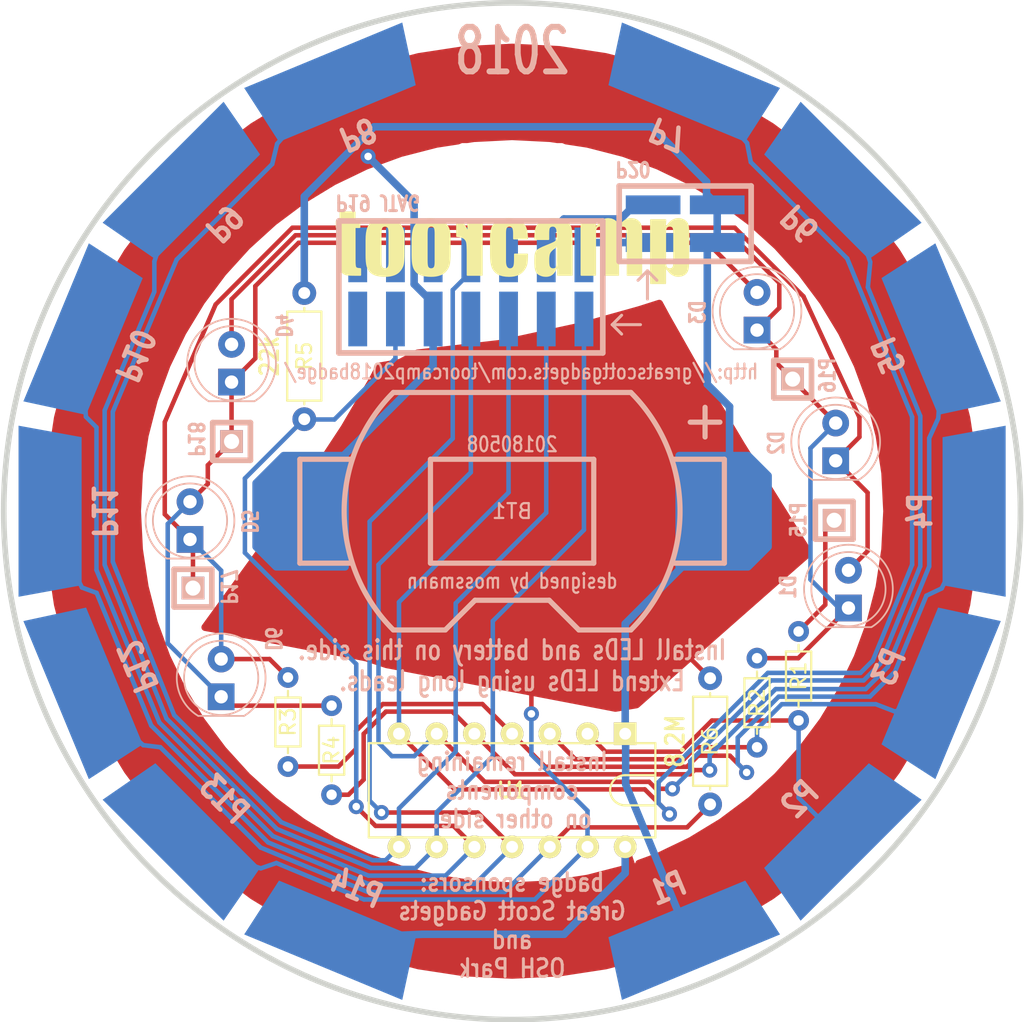
<source format=kicad_pcb>
(kicad_pcb (version 4) (host pcbnew 4.0.6)

  (general
    (links 65)
    (no_connects 0)
    (area 115.559499 65.559499 184.440501 134.440501)
    (thickness 1.6002)
    (drawings 49)
    (tracks 272)
    (zones 0)
    (modules 36)
    (nets 21)
  )

  (page A4)
  (title_block
    (title "Firefly Cap")
    (date "4 April 2018")
    (company "Copyright 2018 Great Scott Gadgets")
    (comment 1 "License: BSD-3-Clause, http://greatscottgadgets.com/toorcamp2018badge/")
  )

  (layers
    (0 Front signal)
    (31 Back signal)
    (32 B.Adhes user hide)
    (33 F.Adhes user hide)
    (34 B.Paste user)
    (35 F.Paste user)
    (36 B.SilkS user)
    (37 F.SilkS user)
    (38 B.Mask user)
    (39 F.Mask user hide)
    (40 Dwgs.User user)
    (41 Cmts.User user hide)
    (42 Eco1.User user hide)
    (43 Eco2.User user hide)
    (44 Edge.Cuts user)
  )

  (setup
    (last_trace_width 0.3048)
    (user_trace_width 0.2032)
    (user_trace_width 0.508)
    (trace_clearance 0.2032)
    (zone_clearance 0.3)
    (zone_45_only no)
    (trace_min 0.2032)
    (segment_width 0.381)
    (edge_width 0.381)
    (via_size 1.143)
    (via_drill 0.635)
    (via_min_size 0.762)
    (via_min_drill 0.381)
    (user_via 0.8128 0.381)
    (user_via 1.016 0.508)
    (uvia_size 0.508)
    (uvia_drill 0.127)
    (uvias_allowed no)
    (uvia_min_size 0.508)
    (uvia_min_drill 0.127)
    (pcb_text_width 0.3048)
    (pcb_text_size 1.524 2.032)
    (mod_edge_width 0.2032)
    (mod_text_size 1.524 1.524)
    (mod_text_width 0.3048)
    (pad_size 3.2 3.2)
    (pad_drill 3.2)
    (pad_to_mask_clearance 0.254)
    (pad_to_paste_clearance_ratio -0.12)
    (aux_axis_origin 0 0)
    (visible_elements FFFEFF7F)
    (pcbplotparams
      (layerselection 0x010f0_80000001)
      (usegerberextensions true)
      (excludeedgelayer true)
      (linewidth 0.150000)
      (plotframeref false)
      (viasonmask false)
      (mode 1)
      (useauxorigin false)
      (hpglpennumber 1)
      (hpglpenspeed 20)
      (hpglpendiameter 15)
      (hpglpenoverlay 0)
      (psnegative false)
      (psa4output false)
      (plotreference true)
      (plotvalue true)
      (plotinvisibletext false)
      (padsonsilk false)
      (subtractmaskfromsilk false)
      (outputformat 1)
      (mirror false)
      (drillshape 0)
      (scaleselection 1)
      (outputdirectory gerber))
  )

  (net 0 "")
  (net 1 /P1.0)
  (net 2 /P2.6)
  (net 3 /P2.7)
  (net 4 /TCK)
  (net 5 /TDI)
  (net 6 /TDO)
  (net 7 /TEST)
  (net 8 /TMS)
  (net 9 /VTGT)
  (net 10 /VTOOL)
  (net 11 GND)
  (net 12 VCC)
  (net 13 /P1.1)
  (net 14 /P1.2)
  (net 15 /P1.3)
  (net 16 /!RST)
  (net 17 /P16)
  (net 18 /P17)
  (net 19 /P18)
  (net 20 /P15)

  (net_class Default "This is the default net class."
    (clearance 0.2032)
    (trace_width 0.3048)
    (via_dia 1.143)
    (via_drill 0.635)
    (uvia_dia 0.508)
    (uvia_drill 0.127)
    (add_net /!RST)
    (add_net /P1.0)
    (add_net /P1.1)
    (add_net /P1.2)
    (add_net /P1.3)
    (add_net /P15)
    (add_net /P16)
    (add_net /P17)
    (add_net /P18)
    (add_net /P2.6)
    (add_net /P2.7)
    (add_net /TCK)
    (add_net /TDI)
    (add_net /TDO)
    (add_net /TEST)
    (add_net /TMS)
    (add_net /VTGT)
    (add_net /VTOOL)
    (add_net GND)
    (add_net VCC)
  )

  (module Mounting_Holes:MountingHole_3.2mm_M3 (layer Front) (tedit 5AE25558) (tstamp 5ACBA350)
    (at 147.2 77)
    (descr "Mounting Hole 3.2mm, no annular, M3")
    (tags "mounting hole 3.2mm no annular m3")
    (attr virtual)
    (fp_text reference REF** (at 0 -4.2) (layer F.SilkS) hide
      (effects (font (size 1 1) (thickness 0.15)))
    )
    (fp_text value MountingHole_3.2mm_M3 (at 0 4.2) (layer F.Fab) hide
      (effects (font (size 1 1) (thickness 0.15)))
    )
    (fp_text user %R (at 0.3 0) (layer F.Fab)
      (effects (font (size 1 1) (thickness 0.15)))
    )
    (fp_circle (center 0 0) (end 3.2 0) (layer Cmts.User) (width 0.15))
    (fp_circle (center 0 0) (end 3.45 0) (layer F.CrtYd) (width 0.05))
    (pad "" np_thru_hole circle (at -0.2 0.1) (size 3.2 3.2) (drill 3.2) (layers *.Cu *.Mask))
  )

  (module Mounting_Holes:MountingHole_3.2mm_M3 (layer Front) (tedit 5AE25552) (tstamp 5ACBA302)
    (at 152.8 77)
    (descr "Mounting Hole 3.2mm, no annular, M3")
    (tags "mounting hole 3.2mm no annular m3")
    (attr virtual)
    (fp_text reference REF** (at 0 -4.2) (layer F.SilkS) hide
      (effects (font (size 1 1) (thickness 0.15)))
    )
    (fp_text value MountingHole_3.2mm_M3 (at 0 4.2) (layer F.Fab) hide
      (effects (font (size 1 1) (thickness 0.15)))
    )
    (fp_text user %R (at 0.3 0) (layer F.Fab)
      (effects (font (size 1 1) (thickness 0.15)))
    )
    (fp_circle (center 0 0) (end 3.2 0) (layer Cmts.User) (width 0.15))
    (fp_circle (center 0 0) (end 3.45 0) (layer F.CrtYd) (width 0.05))
    (pad "" np_thru_hole circle (at 0.2 0.1) (size 3.2 3.2) (drill 3.2) (layers *.Cu *.Mask))
  )

  (module gsg-modules:BU2032SM-BT (layer Back) (tedit 5AE2AA1C) (tstamp 5AC6BE53)
    (at 150 100 180)
    (tags CR2032)
    (path /5AC2C178)
    (fp_text reference BT1 (at 0 0 180) (layer B.SilkS)
      (effects (font (size 1 1) (thickness 0.15)) (justify mirror))
    )
    (fp_text value CR2032 (at 0 0.5 180) (layer B.Fab)
      (effects (font (size 1 1) (thickness 0.15)) (justify mirror))
    )
    (fp_line (start -14 6) (end -12 6) (layer B.SilkS) (width 0.35))
    (fp_line (start -13 7) (end -13 5) (layer B.SilkS) (width 0.35))
    (fp_line (start 4.5 -8) (end 8 -8) (layer B.SilkS) (width 0.35))
    (fp_line (start 2.5 -6) (end 4.5 -8) (layer B.SilkS) (width 0.35))
    (fp_line (start -2.5 -6) (end 2.5 -6) (layer B.SilkS) (width 0.35))
    (fp_line (start -4.5 -8) (end -2.5 -6) (layer B.SilkS) (width 0.35))
    (fp_line (start -8 -8) (end -4.5 -8) (layer B.SilkS) (width 0.35))
    (fp_line (start -8 8) (end 8 8) (layer B.SilkS) (width 0.35))
    (fp_arc (start 0 0) (end -8 -8) (angle -90) (layer B.SilkS) (width 0.35))
    (fp_arc (start 0 0) (end 8 8) (angle -90) (layer B.SilkS) (width 0.35))
    (fp_line (start 14.3 3.5) (end 14.3 -3.5) (layer B.SilkS) (width 0.35))
    (fp_line (start -14.3 3.5) (end -14.3 -3.5) (layer B.SilkS) (width 0.35))
    (fp_line (start 14.3 -3.5) (end 10.8 -3.5) (layer B.SilkS) (width 0.35))
    (fp_line (start 14.3 3.5) (end 10.8 3.5) (layer B.SilkS) (width 0.35))
    (fp_line (start -14.3 -3.5) (end -10.8 -3.5) (layer B.SilkS) (width 0.35))
    (fp_line (start -14.3 3.5) (end -10.8 3.5) (layer B.SilkS) (width 0.35))
    (fp_line (start -5.5 -3.5) (end -5.5 3.5) (layer B.SilkS) (width 0.35))
    (fp_line (start 5.5 -3.5) (end -5.5 -3.5) (layer B.SilkS) (width 0.35))
    (fp_line (start 5.5 3.5) (end 5.5 -3.5) (layer B.SilkS) (width 0.35))
    (fp_line (start -5.5 3.5) (end 5.5 3.5) (layer B.SilkS) (width 0.35))
    (pad 1 smd rect (at -14.65 0 180) (size 3.2 4.2) (layers Back B.Paste B.Mask)
      (net 12 VCC))
    (pad 2 smd rect (at 14.65 0 180) (size 3.2 4.2) (layers Back B.Paste B.Mask)
      (net 11 GND))
  )

  (module LEDs:LED_D5.0mm (layer Back) (tedit 5ACBAB3D) (tstamp 5AC6BE59)
    (at 172.66 106.52 90)
    (descr "LED, diameter 5.0mm, 2 pins, http://cdn-reichelt.de/documents/datenblatt/A500/LL-504BC2E-009.pdf")
    (tags "LED diameter 5.0mm 2 pins")
    (path /5AC370C8)
    (fp_text reference D1 (at 0 0 90) (layer B.SilkS) hide
      (effects (font (size 1 1) (thickness 0.15)) (justify mirror))
    )
    (fp_text value LED (at 1.27 -3.96 90) (layer B.Fab) hide
      (effects (font (size 1 1) (thickness 0.15)) (justify mirror))
    )
    (fp_arc (start 1.27 0) (end -1.23 1.469694) (angle -299.1) (layer B.Fab) (width 0.1))
    (fp_arc (start 1.27 0) (end -1.29 1.54483) (angle -148.9) (layer B.SilkS) (width 0.12))
    (fp_arc (start 1.27 0) (end -1.29 -1.54483) (angle 148.9) (layer B.SilkS) (width 0.12))
    (fp_circle (center 1.27 0) (end 3.77 0) (layer B.Fab) (width 0.1))
    (fp_circle (center 1.27 0) (end 3.77 0) (layer B.SilkS) (width 0.12))
    (fp_line (start -1.23 1.469694) (end -1.23 -1.469694) (layer B.Fab) (width 0.1))
    (fp_line (start -1.29 1.545) (end -1.29 -1.545) (layer B.SilkS) (width 0.12))
    (fp_line (start -1.95 3.25) (end -1.95 -3.25) (layer B.CrtYd) (width 0.05))
    (fp_line (start -1.95 -3.25) (end 4.5 -3.25) (layer B.CrtYd) (width 0.05))
    (fp_line (start 4.5 -3.25) (end 4.5 3.25) (layer B.CrtYd) (width 0.05))
    (fp_line (start 4.5 3.25) (end -1.95 3.25) (layer B.CrtYd) (width 0.05))
    (fp_text user %R (at 1.25 0 90) (layer B.Fab)
      (effects (font (size 0.8 0.8) (thickness 0.2)) (justify mirror))
    )
    (pad 1 thru_hole rect (at 0 0 90) (size 1.8 1.8) (drill 0.9) (layers *.Cu *.Mask)
      (net 17 /P16))
    (pad 2 thru_hole circle (at 2.54 0 90) (size 1.8 1.8) (drill 0.9) (layers *.Cu *.Mask)
      (net 18 /P17))
    (model ${KISYS3DMOD}/LEDs.3dshapes/LED_D5.0mm.wrl
      (at (xyz 0 0 0))
      (scale (xyz 0.393701 0.393701 0.393701))
      (rotate (xyz 0 0 0))
    )
  )

  (module LEDs:LED_D5.0mm (layer Back) (tedit 5ACBAB6C) (tstamp 5AC6BE5E)
    (at 171.8 96.6 90)
    (descr "LED, diameter 5.0mm, 2 pins, http://cdn-reichelt.de/documents/datenblatt/A500/LL-504BC2E-009.pdf")
    (tags "LED diameter 5.0mm 2 pins")
    (path /5AF2431F)
    (fp_text reference D2 (at 0 0 90) (layer B.SilkS) hide
      (effects (font (size 1 1) (thickness 0.15)) (justify mirror))
    )
    (fp_text value LED (at 1.27 -3.96 90) (layer B.Fab) hide
      (effects (font (size 1 1) (thickness 0.15)) (justify mirror))
    )
    (fp_arc (start 1.27 0) (end -1.23 1.469694) (angle -299.1) (layer B.Fab) (width 0.1))
    (fp_arc (start 1.27 0) (end -1.29 1.54483) (angle -148.9) (layer B.SilkS) (width 0.12))
    (fp_arc (start 1.27 0) (end -1.29 -1.54483) (angle 148.9) (layer B.SilkS) (width 0.12))
    (fp_circle (center 1.27 0) (end 3.77 0) (layer B.Fab) (width 0.1))
    (fp_circle (center 1.27 0) (end 3.77 0) (layer B.SilkS) (width 0.12))
    (fp_line (start -1.23 1.469694) (end -1.23 -1.469694) (layer B.Fab) (width 0.1))
    (fp_line (start -1.29 1.545) (end -1.29 -1.545) (layer B.SilkS) (width 0.12))
    (fp_line (start -1.95 3.25) (end -1.95 -3.25) (layer B.CrtYd) (width 0.05))
    (fp_line (start -1.95 -3.25) (end 4.5 -3.25) (layer B.CrtYd) (width 0.05))
    (fp_line (start 4.5 -3.25) (end 4.5 3.25) (layer B.CrtYd) (width 0.05))
    (fp_line (start 4.5 3.25) (end -1.95 3.25) (layer B.CrtYd) (width 0.05))
    (fp_text user %R (at 1.25 0 90) (layer B.Fab)
      (effects (font (size 0.8 0.8) (thickness 0.2)) (justify mirror))
    )
    (pad 1 thru_hole rect (at 0 0 90) (size 1.8 1.8) (drill 0.9) (layers *.Cu *.Mask)
      (net 18 /P17))
    (pad 2 thru_hole circle (at 2.54 0 90) (size 1.8 1.8) (drill 0.9) (layers *.Cu *.Mask)
      (net 17 /P16))
    (model ${KISYS3DMOD}/LEDs.3dshapes/LED_D5.0mm.wrl
      (at (xyz 0 0 0))
      (scale (xyz 0.393701 0.393701 0.393701))
      (rotate (xyz 0 0 0))
    )
  )

  (module LEDs:LED_D5.0mm (layer Back) (tedit 5ACBAB74) (tstamp 5AC6BE68)
    (at 166.5 87.8 90)
    (descr "LED, diameter 5.0mm, 2 pins, http://cdn-reichelt.de/documents/datenblatt/A500/LL-504BC2E-009.pdf")
    (tags "LED diameter 5.0mm 2 pins")
    (path /5AF2460B)
    (fp_text reference D3 (at 0 0 90) (layer B.SilkS) hide
      (effects (font (size 1 1) (thickness 0.15)) (justify mirror))
    )
    (fp_text value LED (at 1.27 -3.96 90) (layer B.Fab) hide
      (effects (font (size 1 1) (thickness 0.15)) (justify mirror))
    )
    (fp_arc (start 1.27 0) (end -1.23 1.469694) (angle -299.1) (layer B.Fab) (width 0.1))
    (fp_arc (start 1.27 0) (end -1.29 1.54483) (angle -148.9) (layer B.SilkS) (width 0.12))
    (fp_arc (start 1.27 0) (end -1.29 -1.54483) (angle 148.9) (layer B.SilkS) (width 0.12))
    (fp_circle (center 1.27 0) (end 3.77 0) (layer B.Fab) (width 0.1))
    (fp_circle (center 1.27 0) (end 3.77 0) (layer B.SilkS) (width 0.12))
    (fp_line (start -1.23 1.469694) (end -1.23 -1.469694) (layer B.Fab) (width 0.1))
    (fp_line (start -1.29 1.545) (end -1.29 -1.545) (layer B.SilkS) (width 0.12))
    (fp_line (start -1.95 3.25) (end -1.95 -3.25) (layer B.CrtYd) (width 0.05))
    (fp_line (start -1.95 -3.25) (end 4.5 -3.25) (layer B.CrtYd) (width 0.05))
    (fp_line (start 4.5 -3.25) (end 4.5 3.25) (layer B.CrtYd) (width 0.05))
    (fp_line (start 4.5 3.25) (end -1.95 3.25) (layer B.CrtYd) (width 0.05))
    (fp_text user %R (at 1.25 0 90) (layer B.Fab)
      (effects (font (size 0.8 0.8) (thickness 0.2)) (justify mirror))
    )
    (pad 1 thru_hole rect (at 0 0 90) (size 1.8 1.8) (drill 0.9) (layers *.Cu *.Mask)
      (net 17 /P16))
    (pad 2 thru_hole circle (at 2.54 0 90) (size 1.8 1.8) (drill 0.9) (layers *.Cu *.Mask)
      (net 19 /P18))
    (model ${KISYS3DMOD}/LEDs.3dshapes/LED_D5.0mm.wrl
      (at (xyz 0 0 0))
      (scale (xyz 0.393701 0.393701 0.393701))
      (rotate (xyz 0 0 0))
    )
  )

  (module LEDs:LED_D5.0mm (layer Back) (tedit 5ACBABC6) (tstamp 5AC6BE6E)
    (at 131.1 91.3 90)
    (descr "LED, diameter 5.0mm, 2 pins, http://cdn-reichelt.de/documents/datenblatt/A500/LL-504BC2E-009.pdf")
    (tags "LED diameter 5.0mm 2 pins")
    (path /5AF246A7)
    (fp_text reference D4 (at 0 0 90) (layer B.SilkS) hide
      (effects (font (size 1 1) (thickness 0.15)) (justify mirror))
    )
    (fp_text value LED (at 1.27 -3.96 90) (layer B.Fab) hide
      (effects (font (size 1 1) (thickness 0.15)) (justify mirror))
    )
    (fp_arc (start 1.27 0) (end -1.23 1.469694) (angle -299.1) (layer B.Fab) (width 0.1))
    (fp_arc (start 1.27 0) (end -1.29 1.54483) (angle -148.9) (layer B.SilkS) (width 0.12))
    (fp_arc (start 1.27 0) (end -1.29 -1.54483) (angle 148.9) (layer B.SilkS) (width 0.12))
    (fp_circle (center 1.27 0) (end 3.77 0) (layer B.Fab) (width 0.1))
    (fp_circle (center 1.27 0) (end 3.77 0) (layer B.SilkS) (width 0.12))
    (fp_line (start -1.23 1.469694) (end -1.23 -1.469694) (layer B.Fab) (width 0.1))
    (fp_line (start -1.29 1.545) (end -1.29 -1.545) (layer B.SilkS) (width 0.12))
    (fp_line (start -1.95 3.25) (end -1.95 -3.25) (layer B.CrtYd) (width 0.05))
    (fp_line (start -1.95 -3.25) (end 4.5 -3.25) (layer B.CrtYd) (width 0.05))
    (fp_line (start 4.5 -3.25) (end 4.5 3.25) (layer B.CrtYd) (width 0.05))
    (fp_line (start 4.5 3.25) (end -1.95 3.25) (layer B.CrtYd) (width 0.05))
    (fp_text user %R (at 1.25 0 90) (layer B.Fab)
      (effects (font (size 0.8 0.8) (thickness 0.2)) (justify mirror))
    )
    (pad 1 thru_hole rect (at 0 0 90) (size 1.8 1.8) (drill 0.9) (layers *.Cu *.Mask)
      (net 19 /P18))
    (pad 2 thru_hole circle (at 2.54 0 90) (size 1.8 1.8) (drill 0.9) (layers *.Cu *.Mask)
      (net 17 /P16))
    (model ${KISYS3DMOD}/LEDs.3dshapes/LED_D5.0mm.wrl
      (at (xyz 0 0 0))
      (scale (xyz 0.393701 0.393701 0.393701))
      (rotate (xyz 0 0 0))
    )
  )

  (module LEDs:LED_D5.0mm (layer Back) (tedit 5ACBABCF) (tstamp 5AC6BE74)
    (at 128.3 101.9 90)
    (descr "LED, diameter 5.0mm, 2 pins, http://cdn-reichelt.de/documents/datenblatt/A500/LL-504BC2E-009.pdf")
    (tags "LED diameter 5.0mm 2 pins")
    (path /5AF24874)
    (fp_text reference D5 (at 0 0 90) (layer B.SilkS) hide
      (effects (font (size 1 1) (thickness 0.15)) (justify mirror))
    )
    (fp_text value LED (at 1.27 -3.96 90) (layer B.Fab) hide
      (effects (font (size 1 1) (thickness 0.15)) (justify mirror))
    )
    (fp_arc (start 1.27 0) (end -1.23 1.469694) (angle -299.1) (layer B.Fab) (width 0.1))
    (fp_arc (start 1.27 0) (end -1.29 1.54483) (angle -148.9) (layer B.SilkS) (width 0.12))
    (fp_arc (start 1.27 0) (end -1.29 -1.54483) (angle 148.9) (layer B.SilkS) (width 0.12))
    (fp_circle (center 1.27 0) (end 3.77 0) (layer B.Fab) (width 0.1))
    (fp_circle (center 1.27 0) (end 3.77 0) (layer B.SilkS) (width 0.12))
    (fp_line (start -1.23 1.469694) (end -1.23 -1.469694) (layer B.Fab) (width 0.1))
    (fp_line (start -1.29 1.545) (end -1.29 -1.545) (layer B.SilkS) (width 0.12))
    (fp_line (start -1.95 3.25) (end -1.95 -3.25) (layer B.CrtYd) (width 0.05))
    (fp_line (start -1.95 -3.25) (end 4.5 -3.25) (layer B.CrtYd) (width 0.05))
    (fp_line (start 4.5 -3.25) (end 4.5 3.25) (layer B.CrtYd) (width 0.05))
    (fp_line (start 4.5 3.25) (end -1.95 3.25) (layer B.CrtYd) (width 0.05))
    (fp_text user %R (at 1.25 0 90) (layer B.Fab)
      (effects (font (size 0.8 0.8) (thickness 0.2)) (justify mirror))
    )
    (pad 1 thru_hole rect (at 0 0 90) (size 1.8 1.8) (drill 0.9) (layers *.Cu *.Mask)
      (net 18 /P17))
    (pad 2 thru_hole circle (at 2.54 0 90) (size 1.8 1.8) (drill 0.9) (layers *.Cu *.Mask)
      (net 19 /P18))
    (model ${KISYS3DMOD}/LEDs.3dshapes/LED_D5.0mm.wrl
      (at (xyz 0 0 0))
      (scale (xyz 0.393701 0.393701 0.393701))
      (rotate (xyz 0 0 0))
    )
  )

  (module LEDs:LED_D5.0mm (layer Back) (tedit 5ACBABD7) (tstamp 5AC6BE7A)
    (at 130.4 112.5 90)
    (descr "LED, diameter 5.0mm, 2 pins, http://cdn-reichelt.de/documents/datenblatt/A500/LL-504BC2E-009.pdf")
    (tags "LED diameter 5.0mm 2 pins")
    (path /5AF2490F)
    (fp_text reference D6 (at 0 0 90) (layer B.SilkS) hide
      (effects (font (size 1 1) (thickness 0.15)) (justify mirror))
    )
    (fp_text value LED (at 1.27 -3.96 90) (layer B.Fab) hide
      (effects (font (size 1 1) (thickness 0.15)) (justify mirror))
    )
    (fp_arc (start 1.27 0) (end -1.23 1.469694) (angle -299.1) (layer B.Fab) (width 0.1))
    (fp_arc (start 1.27 0) (end -1.29 1.54483) (angle -148.9) (layer B.SilkS) (width 0.12))
    (fp_arc (start 1.27 0) (end -1.29 -1.54483) (angle 148.9) (layer B.SilkS) (width 0.12))
    (fp_circle (center 1.27 0) (end 3.77 0) (layer B.Fab) (width 0.1))
    (fp_circle (center 1.27 0) (end 3.77 0) (layer B.SilkS) (width 0.12))
    (fp_line (start -1.23 1.469694) (end -1.23 -1.469694) (layer B.Fab) (width 0.1))
    (fp_line (start -1.29 1.545) (end -1.29 -1.545) (layer B.SilkS) (width 0.12))
    (fp_line (start -1.95 3.25) (end -1.95 -3.25) (layer B.CrtYd) (width 0.05))
    (fp_line (start -1.95 -3.25) (end 4.5 -3.25) (layer B.CrtYd) (width 0.05))
    (fp_line (start 4.5 -3.25) (end 4.5 3.25) (layer B.CrtYd) (width 0.05))
    (fp_line (start 4.5 3.25) (end -1.95 3.25) (layer B.CrtYd) (width 0.05))
    (fp_text user %R (at 1.25 0 90) (layer B.Fab)
      (effects (font (size 0.8 0.8) (thickness 0.2)) (justify mirror))
    )
    (pad 1 thru_hole rect (at 0 0 90) (size 1.8 1.8) (drill 0.9) (layers *.Cu *.Mask)
      (net 19 /P18))
    (pad 2 thru_hole circle (at 2.54 0 90) (size 1.8 1.8) (drill 0.9) (layers *.Cu *.Mask)
      (net 18 /P17))
    (model ${KISYS3DMOD}/LEDs.3dshapes/LED_D5.0mm.wrl
      (at (xyz 0 0 0))
      (scale (xyz 0.393701 0.393701 0.393701))
      (rotate (xyz 0 0 0))
    )
  )

  (module gsg-modules:HEADER-1x1 (layer Back) (tedit 5ACBA128) (tstamp 5AC6BEC7)
    (at 171.7 100.61)
    (tags CONN)
    (path /4CEED92C)
    (fp_text reference P15 (at 0 0) (layer B.SilkS) hide
      (effects (font (size 1.016 1.016) (thickness 0.2032)) (justify mirror))
    )
    (fp_text value CONN_1 (at 0 0) (layer B.SilkS) hide
      (effects (font (size 1.016 1.016) (thickness 0.2032)) (justify mirror))
    )
    (fp_line (start -1.27 1.27) (end 1.27 1.27) (layer B.SilkS) (width 0.381))
    (fp_line (start 1.27 1.27) (end 1.27 -1.27) (layer B.SilkS) (width 0.381))
    (fp_line (start 1.27 -1.27) (end -1.27 -1.27) (layer B.SilkS) (width 0.381))
    (fp_line (start -1.27 1.27) (end -1.27 -1.27) (layer B.SilkS) (width 0.381))
    (pad 1 thru_hole rect (at 0 0) (size 1.524 1.524) (drill 1.016) (layers *.Cu *.Mask B.SilkS)
      (net 20 /P15))
  )

  (module gsg-modules:HEADER-1x1 (layer Back) (tedit 5ACBA14E) (tstamp 5AC6BECB)
    (at 168.9 91.1 270)
    (tags CONN)
    (path /4CEED935)
    (fp_text reference P16 (at 0 0 270) (layer B.SilkS) hide
      (effects (font (size 1.016 1.016) (thickness 0.2032)) (justify mirror))
    )
    (fp_text value CONN_1 (at 0 0 270) (layer B.SilkS) hide
      (effects (font (size 1.016 1.016) (thickness 0.2032)) (justify mirror))
    )
    (fp_line (start -1.27 1.27) (end 1.27 1.27) (layer B.SilkS) (width 0.381))
    (fp_line (start 1.27 1.27) (end 1.27 -1.27) (layer B.SilkS) (width 0.381))
    (fp_line (start 1.27 -1.27) (end -1.27 -1.27) (layer B.SilkS) (width 0.381))
    (fp_line (start -1.27 1.27) (end -1.27 -1.27) (layer B.SilkS) (width 0.381))
    (pad 1 thru_hole rect (at 0 0 270) (size 1.524 1.524) (drill 1.016) (layers *.Cu *.Mask B.SilkS)
      (net 17 /P16))
  )

  (module gsg-modules:HEADER-1x1 (layer Back) (tedit 5ACBA179) (tstamp 5AC6BECF)
    (at 128.5 105.18 180)
    (tags CONN)
    (path /4CEED937)
    (fp_text reference P17 (at 0 0 180) (layer B.SilkS) hide
      (effects (font (size 1.016 1.016) (thickness 0.2032)) (justify mirror))
    )
    (fp_text value CONN_1 (at 0 0 180) (layer B.SilkS) hide
      (effects (font (size 1.016 1.016) (thickness 0.2032)) (justify mirror))
    )
    (fp_line (start -1.27 1.27) (end 1.27 1.27) (layer B.SilkS) (width 0.381))
    (fp_line (start 1.27 1.27) (end 1.27 -1.27) (layer B.SilkS) (width 0.381))
    (fp_line (start 1.27 -1.27) (end -1.27 -1.27) (layer B.SilkS) (width 0.381))
    (fp_line (start -1.27 1.27) (end -1.27 -1.27) (layer B.SilkS) (width 0.381))
    (pad 1 thru_hole rect (at 0 0 180) (size 1.524 1.524) (drill 1.016) (layers *.Cu *.Mask B.SilkS)
      (net 18 /P17))
  )

  (module gsg-modules:HEADER-1x1 (layer Back) (tedit 5ACBA192) (tstamp 5AC6BED3)
    (at 131.1 95.3 90)
    (tags CONN)
    (path /4CEED93A)
    (fp_text reference P18 (at 0 0 90) (layer B.SilkS) hide
      (effects (font (size 1.016 1.016) (thickness 0.2032)) (justify mirror))
    )
    (fp_text value CONN_1 (at 0 0 90) (layer B.SilkS) hide
      (effects (font (size 1.016 1.016) (thickness 0.2032)) (justify mirror))
    )
    (fp_line (start -1.27 1.27) (end 1.27 1.27) (layer B.SilkS) (width 0.381))
    (fp_line (start 1.27 1.27) (end 1.27 -1.27) (layer B.SilkS) (width 0.381))
    (fp_line (start 1.27 -1.27) (end -1.27 -1.27) (layer B.SilkS) (width 0.381))
    (fp_line (start -1.27 1.27) (end -1.27 -1.27) (layer B.SilkS) (width 0.381))
    (pad 1 thru_hole rect (at 0 0 90) (size 1.524 1.524) (drill 1.016) (layers *.Cu *.Mask B.SilkS)
      (net 19 /P18))
  )

  (module gsg-modules:HEADER-SMT-2x7 (layer Back) (tedit 5ACBA0D3) (tstamp 5AC93DD1)
    (at 147.22 84.891 180)
    (tags CONN)
    (path /4F4AD8F5)
    (fp_text reference P19 (at 0 0 180) (layer B.SilkS) hide
      (effects (font (size 1.016 1.016) (thickness 0.2032)) (justify mirror))
    )
    (fp_text value JTAG (at 0 0 180) (layer B.SilkS) hide
      (effects (font (size 1.016 1.016) (thickness 0.2032)) (justify mirror))
    )
    (fp_line (start -8.89 -4.445) (end 8.89 -4.445) (layer B.SilkS) (width 0.381))
    (fp_line (start -8.89 4.445) (end 8.89 4.445) (layer B.SilkS) (width 0.381))
    (fp_line (start 8.89 4.445) (end 8.89 -4.445) (layer B.SilkS) (width 0.381))
    (fp_line (start -9.525 -2.54) (end -11.43 -2.54) (layer B.SilkS) (width 0.2032))
    (fp_line (start -9.525 -2.54) (end -10.16 -3.175) (layer B.SilkS) (width 0.2032))
    (fp_line (start -9.525 -2.54) (end -10.16 -1.905) (layer B.SilkS) (width 0.2032))
    (fp_line (start -8.89 4.445) (end -8.89 -4.445) (layer B.SilkS) (width 0.381))
    (pad 1 smd rect (at -7.62 -2.159 180) (size 1.27 3.683) (layers Back B.Paste B.Mask)
      (net 6 /TDO))
    (pad 2 smd rect (at -7.62 2.159 180) (size 1.27 3.683) (layers Back B.Paste B.Mask)
      (net 10 /VTOOL))
    (pad 3 smd rect (at -5.08 -2.159 180) (size 1.27 3.683) (layers Back B.Paste B.Mask)
      (net 5 /TDI))
    (pad 4 smd rect (at -5.08 2.159 180) (size 1.27 3.683) (layers Back B.Paste B.Mask)
      (net 9 /VTGT))
    (pad 5 smd rect (at -2.54 -2.159 180) (size 1.27 3.683) (layers Back B.Paste B.Mask)
      (net 8 /TMS))
    (pad 6 smd rect (at -2.54 2.159 180) (size 1.27 3.683) (layers Back B.Paste B.Mask))
    (pad 7 smd rect (at 0 -2.159 180) (size 1.27 3.683) (layers Back B.Paste B.Mask)
      (net 4 /TCK))
    (pad 8 smd rect (at 0 2.159 180) (size 1.27 3.683) (layers Back B.Paste B.Mask)
      (net 7 /TEST))
    (pad 9 smd rect (at 2.54 -2.159 180) (size 1.27 3.683) (layers Back B.Paste B.Mask)
      (net 11 GND))
    (pad 10 smd rect (at 2.54 2.159 180) (size 1.27 3.683) (layers Back B.Paste B.Mask))
    (pad 11 smd rect (at 5.08 -2.159 180) (size 1.27 3.683) (layers Back B.Paste B.Mask)
      (net 16 /!RST))
    (pad 12 smd rect (at 5.08 2.159 180) (size 1.27 3.683) (layers Back B.Paste B.Mask))
    (pad 13 smd rect (at 7.62 -2.159 180) (size 1.27 3.683) (layers Back B.Paste B.Mask))
    (pad 14 smd rect (at 7.62 2.159 180) (size 1.27 3.683) (layers Back B.Paste B.Mask))
  )

  (module gsg-modules:HEADER-SMT-2x2 (layer Back) (tedit 5ACBA1C8) (tstamp 5AC93DE9)
    (at 161.659 80.63 90)
    (tags CONN)
    (path /4FA2F133)
    (fp_text reference P20 (at 0 0 90) (layer B.SilkS) hide
      (effects (font (size 1.016 1.016) (thickness 0.2032)) (justify mirror))
    )
    (fp_text value CONN_2X2 (at 0 0 90) (layer B.SilkS) hide
      (effects (font (size 1.016 1.016) (thickness 0.2032)) (justify mirror))
    )
    (fp_line (start -2.54 4.445) (end 2.54 4.445) (layer B.SilkS) (width 0.381))
    (fp_line (start 2.54 4.445) (end 2.54 -4.445) (layer B.SilkS) (width 0.381))
    (fp_line (start 2.54 -4.445) (end -2.54 -4.445) (layer B.SilkS) (width 0.381))
    (fp_line (start -3.175 -2.54) (end -5.08 -2.54) (layer B.SilkS) (width 0.2032))
    (fp_line (start -3.175 -2.54) (end -3.81 -3.175) (layer B.SilkS) (width 0.2032))
    (fp_line (start -3.175 -2.54) (end -3.81 -1.905) (layer B.SilkS) (width 0.2032))
    (fp_line (start -2.54 4.445) (end -2.54 -4.445) (layer B.SilkS) (width 0.381))
    (pad 1 smd rect (at -1.27 -2.159 90) (size 1.27 3.683) (layers Back B.Paste B.Mask)
      (net 10 /VTOOL))
    (pad 2 smd rect (at -1.27 2.159 90) (size 1.27 3.683) (layers Back B.Paste B.Mask)
      (net 12 VCC))
    (pad 3 smd rect (at 1.27 -2.159 90) (size 1.27 3.683) (layers Back B.Paste B.Mask)
      (net 9 /VTGT))
    (pad 4 smd rect (at 1.27 2.159 90) (size 1.27 3.683) (layers Back B.Paste B.Mask)
      (net 12 VCC))
  )

  (module gsg-modules:TESTPOINT-TOORCAMP-2018-EDGE (layer Back) (tedit 5AE363C8) (tstamp 5ACA563D)
    (at 150 100 292.5)
    (path /5AC43005)
    (fp_text reference P1 (at 27 0 562.5) (layer B.SilkS) hide
      (effects (font (size 1 1) (thickness 0.15)) (justify mirror))
    )
    (fp_text value CONN_1 (at 31 0 562.5) (layer B.Fab)
      (effects (font (size 1 1) (thickness 0.15)) (justify mirror))
    )
    (pad 1 smd trapezoid (at 31.125 0 292.5) (size 4.25 10.75) (rect_delta -0.776 0 ) (layers Back B.Mask)
      (net 12 VCC))
    (pad 1 smd trapezoid (at 31.75 0 292.5) (size 5.5 12.25) (rect_delta -1.1 0 ) (layers B.Mask)
      (net 12 VCC))
  )

  (module gsg-modules:TESTPOINT-TOORCAMP-2018-EDGE (layer Back) (tedit 5AE363C8) (tstamp 5ACA5644)
    (at 150 100 315)
    (path /5AC430C3)
    (fp_text reference P2 (at 27 0 585) (layer B.SilkS) hide
      (effects (font (size 1 1) (thickness 0.15)) (justify mirror))
    )
    (fp_text value CONN_1 (at 31 0 585) (layer B.Fab)
      (effects (font (size 1 1) (thickness 0.15)) (justify mirror))
    )
    (pad 1 smd trapezoid (at 31.125 0 315) (size 4.25 10.75) (rect_delta -0.776 0 ) (layers Back B.Mask)
      (net 1 /P1.0))
    (pad 1 smd trapezoid (at 31.75 0 315) (size 5.5 12.25) (rect_delta -1.1 0 ) (layers B.Mask)
      (net 1 /P1.0))
  )

  (module gsg-modules:TESTPOINT-TOORCAMP-2018-EDGE (layer Back) (tedit 5AE363C8) (tstamp 5ACA564B)
    (at 150 100 337.5)
    (path /5AC431C6)
    (fp_text reference P3 (at 27 0 607.5) (layer B.SilkS) hide
      (effects (font (size 1 1) (thickness 0.15)) (justify mirror))
    )
    (fp_text value CONN_1 (at 31 0 607.5) (layer B.Fab)
      (effects (font (size 1 1) (thickness 0.15)) (justify mirror))
    )
    (pad 1 smd trapezoid (at 31.125 0 337.5) (size 4.25 10.75) (rect_delta -0.776 0 ) (layers Back B.Mask)
      (net 13 /P1.1))
    (pad 1 smd trapezoid (at 31.75 0 337.5) (size 5.5 12.25) (rect_delta -1.1 0 ) (layers B.Mask)
      (net 13 /P1.1))
  )

  (module gsg-modules:TESTPOINT-TOORCAMP-2018-EDGE (layer Back) (tedit 5AE363C8) (tstamp 5ACA5652)
    (at 150 100)
    (path /5AC431CC)
    (fp_text reference P4 (at 27 0 270) (layer B.SilkS) hide
      (effects (font (size 1 1) (thickness 0.15)) (justify mirror))
    )
    (fp_text value CONN_1 (at 31 0 270) (layer B.Fab)
      (effects (font (size 1 1) (thickness 0.15)) (justify mirror))
    )
    (pad 1 smd trapezoid (at 31.125 0) (size 4.25 10.75) (rect_delta -0.776 0 ) (layers Back B.Mask)
      (net 14 /P1.2))
    (pad 1 smd trapezoid (at 31.75 0) (size 5.5 12.25) (rect_delta -1.1 0 ) (layers B.Mask)
      (net 14 /P1.2))
  )

  (module gsg-modules:TESTPOINT-TOORCAMP-2018-EDGE (layer Back) (tedit 5AE363C8) (tstamp 5ACA5659)
    (at 150 100 22.5)
    (path /5AC432BE)
    (fp_text reference P5 (at 27 0 292.5) (layer B.SilkS) hide
      (effects (font (size 1 1) (thickness 0.15)) (justify mirror))
    )
    (fp_text value CONN_1 (at 31 0 292.5) (layer B.Fab)
      (effects (font (size 1 1) (thickness 0.15)) (justify mirror))
    )
    (pad 1 smd trapezoid (at 31.125 0 22.5) (size 4.25 10.75) (rect_delta -0.776 0 ) (layers Back B.Mask)
      (net 15 /P1.3))
    (pad 1 smd trapezoid (at 31.75 0 22.5) (size 5.5 12.25) (rect_delta -1.1 0 ) (layers B.Mask)
      (net 15 /P1.3))
  )

  (module gsg-modules:TESTPOINT-TOORCAMP-2018-EDGE (layer Back) (tedit 5AE363C8) (tstamp 5ACA5660)
    (at 150 100 45)
    (path /5AC432C4)
    (fp_text reference P6 (at 27 0 315) (layer B.SilkS) hide
      (effects (font (size 1 1) (thickness 0.15)) (justify mirror))
    )
    (fp_text value CONN_1 (at 31 0 315) (layer B.Fab)
      (effects (font (size 1 1) (thickness 0.15)) (justify mirror))
    )
    (pad 1 smd trapezoid (at 31.125 0 45) (size 4.25 10.75) (rect_delta -0.776 0 ) (layers Back B.Mask)
      (net 4 /TCK))
    (pad 1 smd trapezoid (at 31.75 0 45) (size 5.5 12.25) (rect_delta -1.1 0 ) (layers B.Mask)
      (net 4 /TCK))
  )

  (module gsg-modules:TESTPOINT-TOORCAMP-2018-EDGE (layer Back) (tedit 5AE363C8) (tstamp 5ACA5667)
    (at 150 100 67.5)
    (path /5AC432CA)
    (fp_text reference P7 (at 27 0 337.5) (layer B.SilkS) hide
      (effects (font (size 1 1) (thickness 0.15)) (justify mirror))
    )
    (fp_text value CONN_1 (at 31 0 337.5) (layer B.Fab)
      (effects (font (size 1 1) (thickness 0.15)) (justify mirror))
    )
    (pad 1 smd trapezoid (at 31.125 0 67.5) (size 4.25 10.75) (rect_delta -0.776 0 ) (layers Back B.Mask)
      (net 8 /TMS))
    (pad 1 smd trapezoid (at 31.75 0 67.5) (size 5.5 12.25) (rect_delta -1.1 0 ) (layers B.Mask)
      (net 8 /TMS))
  )

  (module gsg-modules:TESTPOINT-TOORCAMP-2018-EDGE (layer Back) (tedit 5AE363C8) (tstamp 5ACA566E)
    (at 150 100 112.5)
    (path /5AC419D6)
    (fp_text reference P8 (at 27 0 382.5) (layer B.SilkS) hide
      (effects (font (size 1 1) (thickness 0.15)) (justify mirror))
    )
    (fp_text value CONN_1 (at 31 0 382.5) (layer B.Fab)
      (effects (font (size 1 1) (thickness 0.15)) (justify mirror))
    )
    (pad 1 smd trapezoid (at 31.125 0 112.5) (size 4.25 10.75) (rect_delta -0.776 0 ) (layers Back B.Mask)
      (net 5 /TDI))
    (pad 1 smd trapezoid (at 31.75 0 112.5) (size 5.5 12.25) (rect_delta -1.1 0 ) (layers B.Mask)
      (net 5 /TDI))
  )

  (module gsg-modules:TESTPOINT-TOORCAMP-2018-EDGE (layer Back) (tedit 5AE363C8) (tstamp 5ACA5675)
    (at 150 100 135)
    (path /5AC41963)
    (fp_text reference P9 (at 27 0 405) (layer B.SilkS) hide
      (effects (font (size 1 1) (thickness 0.15)) (justify mirror))
    )
    (fp_text value CONN_1 (at 31 0 405) (layer B.Fab)
      (effects (font (size 1 1) (thickness 0.15)) (justify mirror))
    )
    (pad 1 smd trapezoid (at 31.125 0 135) (size 4.25 10.75) (rect_delta -0.776 0 ) (layers Back B.Mask)
      (net 6 /TDO))
    (pad 1 smd trapezoid (at 31.75 0 135) (size 5.5 12.25) (rect_delta -1.1 0 ) (layers B.Mask)
      (net 6 /TDO))
  )

  (module gsg-modules:TESTPOINT-TOORCAMP-2018-EDGE (layer Back) (tedit 5AE363C8) (tstamp 5ACA567C)
    (at 150 100 157.5)
    (path /5AC418F3)
    (fp_text reference P10 (at 27 0 427.5) (layer B.SilkS) hide
      (effects (font (size 1 1) (thickness 0.15)) (justify mirror))
    )
    (fp_text value CONN_1 (at 31 0 427.5) (layer B.Fab)
      (effects (font (size 1 1) (thickness 0.15)) (justify mirror))
    )
    (pad 1 smd trapezoid (at 31.125 0 157.5) (size 4.25 10.75) (rect_delta -0.776 0 ) (layers Back B.Mask)
      (net 16 /!RST))
    (pad 1 smd trapezoid (at 31.75 0 157.5) (size 5.5 12.25) (rect_delta -1.1 0 ) (layers B.Mask)
      (net 16 /!RST))
  )

  (module gsg-modules:TESTPOINT-TOORCAMP-2018-EDGE (layer Back) (tedit 5AE363C8) (tstamp 5ACA5683)
    (at 150 100 180)
    (path /5AC41886)
    (fp_text reference P11 (at 27 0 450) (layer B.SilkS) hide
      (effects (font (size 1 1) (thickness 0.15)) (justify mirror))
    )
    (fp_text value CONN_1 (at 31 0 450) (layer B.Fab)
      (effects (font (size 1 1) (thickness 0.15)) (justify mirror))
    )
    (pad 1 smd trapezoid (at 31.125 0 180) (size 4.25 10.75) (rect_delta -0.776 0 ) (layers Back B.Mask)
      (net 7 /TEST))
    (pad 1 smd trapezoid (at 31.75 0 180) (size 5.5 12.25) (rect_delta -1.1 0 ) (layers B.Mask)
      (net 7 /TEST))
  )

  (module gsg-modules:TESTPOINT-TOORCAMP-2018-EDGE (layer Back) (tedit 5AE363C8) (tstamp 5ACA568A)
    (at 150 100 202.5)
    (path /5AC4181C)
    (fp_text reference P12 (at 27 0 472.5) (layer B.SilkS) hide
      (effects (font (size 1 1) (thickness 0.15)) (justify mirror))
    )
    (fp_text value CONN_1 (at 31 0 472.5) (layer B.Fab)
      (effects (font (size 1 1) (thickness 0.15)) (justify mirror))
    )
    (pad 1 smd trapezoid (at 31.125 0 202.5) (size 4.25 10.75) (rect_delta -0.776 0 ) (layers Back B.Mask)
      (net 3 /P2.7))
    (pad 1 smd trapezoid (at 31.75 0 202.5) (size 5.5 12.25) (rect_delta -1.1 0 ) (layers B.Mask)
      (net 3 /P2.7))
  )

  (module gsg-modules:TESTPOINT-TOORCAMP-2018-EDGE (layer Back) (tedit 5AE363C8) (tstamp 5ACA5691)
    (at 150 100 225)
    (path /5AC41131)
    (fp_text reference P13 (at 27 0 495) (layer B.SilkS) hide
      (effects (font (size 1 1) (thickness 0.15)) (justify mirror))
    )
    (fp_text value CONN_1 (at 31 0 495) (layer B.Fab)
      (effects (font (size 1 1) (thickness 0.15)) (justify mirror))
    )
    (pad 1 smd trapezoid (at 31.125 0 225) (size 4.25 10.75) (rect_delta -0.776 0 ) (layers Back B.Mask)
      (net 2 /P2.6))
    (pad 1 smd trapezoid (at 31.75 0 225) (size 5.5 12.25) (rect_delta -1.1 0 ) (layers B.Mask)
      (net 2 /P2.6))
  )

  (module gsg-modules:TESTPOINT-TOORCAMP-2018-EDGE (layer Back) (tedit 5AE363C8) (tstamp 5ACA5698)
    (at 150 100 247.5)
    (path /5AC409A2)
    (fp_text reference P14 (at 27 0 517.5) (layer B.SilkS) hide
      (effects (font (size 1 1) (thickness 0.15)) (justify mirror))
    )
    (fp_text value CONN_1 (at 31 0 517.5) (layer B.Fab)
      (effects (font (size 1 1) (thickness 0.15)) (justify mirror))
    )
    (pad 1 smd trapezoid (at 31.125 0 247.5) (size 4.25 10.75) (rect_delta -0.776 0 ) (layers Back B.Mask)
      (net 11 GND))
    (pad 1 smd trapezoid (at 31.75 0 247.5) (size 5.5 12.25) (rect_delta -1.1 0 ) (layers B.Mask)
      (net 11 GND))
  )

  (module gsg-modules:DIP14 (layer Front) (tedit 5AF22B0F) (tstamp 5AC6BF03)
    (at 150 118.8 180)
    (tags CONN)
    (path /5AC27099)
    (fp_text reference U1 (at 0 0 180) (layer F.SilkS)
      (effects (font (size 1.016 1.016) (thickness 0.2032)))
    )
    (fp_text value MSP430G2211 (at 0 0 180) (layer F.SilkS) hide
      (effects (font (size 1.016 1.016) (thickness 0.2032)))
    )
    (fp_line (start -9.652 1.016) (end -7.62 1.016) (layer F.SilkS) (width 0.15))
    (fp_line (start -9.652 -1.016) (end -7.62 -1.016) (layer F.SilkS) (width 0.15))
    (fp_arc (start -7.62 0) (end -7.62 -1.016) (angle 180) (layer F.SilkS) (width 0.15))
    (fp_line (start -9.652 3.175) (end 9.652 3.175) (layer F.SilkS) (width 0.15))
    (fp_line (start 9.652 3.175) (end 9.652 -3.175) (layer F.SilkS) (width 0.15))
    (fp_line (start 9.652 -3.175) (end -9.652 -3.175) (layer F.SilkS) (width 0.15))
    (fp_line (start -9.652 3.175) (end -9.652 -3.175) (layer F.SilkS) (width 0.15))
    (pad 1 thru_hole rect (at -7.62 3.81 180) (size 1.524 1.524) (drill 0.8001) (layers *.Cu *.Mask F.SilkS)
      (net 12 VCC))
    (pad 14 thru_hole circle (at -7.62 -3.81 180) (size 1.524 1.524) (drill 0.8001) (layers *.Cu *.Mask F.SilkS)
      (net 11 GND))
    (pad 2 thru_hole circle (at -5.08 3.81 180) (size 1.524 1.524) (drill 0.8001) (layers *.Cu *.Mask F.SilkS)
      (net 1 /P1.0))
    (pad 13 thru_hole circle (at -5.08 -3.81 180) (size 1.524 1.524) (drill 0.8001) (layers *.Cu *.Mask F.SilkS)
      (net 2 /P2.6))
    (pad 3 thru_hole circle (at -2.54 3.81 180) (size 1.524 1.524) (drill 0.8001) (layers *.Cu *.Mask F.SilkS)
      (net 13 /P1.1))
    (pad 12 thru_hole circle (at -2.54 -3.81 180) (size 1.524 1.524) (drill 0.8001) (layers *.Cu *.Mask F.SilkS)
      (net 3 /P2.7))
    (pad 4 thru_hole circle (at 0 3.81 180) (size 1.524 1.524) (drill 0.8001) (layers *.Cu *.Mask F.SilkS)
      (net 14 /P1.2))
    (pad 11 thru_hole circle (at 0 -3.81 180) (size 1.524 1.524) (drill 0.8001) (layers *.Cu *.Mask F.SilkS)
      (net 7 /TEST))
    (pad 5 thru_hole circle (at 2.54 3.81 180) (size 1.524 1.524) (drill 0.8001) (layers *.Cu *.Mask F.SilkS)
      (net 15 /P1.3))
    (pad 10 thru_hole circle (at 2.54 -3.81 180) (size 1.524 1.524) (drill 0.8001) (layers *.Cu *.Mask F.SilkS)
      (net 16 /!RST))
    (pad 6 thru_hole circle (at 5.08 3.81 180) (size 1.524 1.524) (drill 0.8001) (layers *.Cu *.Mask F.SilkS)
      (net 4 /TCK))
    (pad 9 thru_hole circle (at 5.08 -3.81 180) (size 1.524 1.524) (drill 0.8001) (layers *.Cu *.Mask F.SilkS)
      (net 6 /TDO))
    (pad 7 thru_hole circle (at 7.62 3.81 180) (size 1.524 1.524) (drill 0.8001) (layers *.Cu *.Mask F.SilkS)
      (net 8 /TMS))
    (pad 8 thru_hole circle (at 7.62 -3.81 180) (size 1.524 1.524) (drill 0.8001) (layers *.Cu *.Mask F.SilkS)
      (net 5 /TDI))
  )

  (module gsg-modules:RESISTOR-AXIAL-1.7x3.3mm (layer Front) (tedit 5AF22A93) (tstamp 5AE2CE3A)
    (at 137.84 116.1 270)
    (path /5AC98AC5)
    (fp_text reference R4 (at 0 0 270) (layer F.SilkS)
      (effects (font (size 1 1) (thickness 0.15)))
    )
    (fp_text value 100 (at 0 0 270) (layer F.Fab)
      (effects (font (size 1 1) (thickness 0.15)))
    )
    (fp_line (start 1.65 0) (end 2.1 0) (layer F.SilkS) (width 0.15))
    (fp_line (start -1.65 0) (end -2.1 0) (layer F.SilkS) (width 0.15))
    (fp_line (start -1.65 0.85) (end -1.65 -0.85) (layer F.SilkS) (width 0.15))
    (fp_line (start 1.65 0.85) (end -1.65 0.85) (layer F.SilkS) (width 0.15))
    (fp_line (start 1.65 -0.85) (end 1.65 0.85) (layer F.SilkS) (width 0.15))
    (fp_line (start -1.65 -0.85) (end 1.65 -0.85) (layer F.SilkS) (width 0.15))
    (pad 1 thru_hole circle (at -3 0 270) (size 1.4 1.4) (drill 0.7) (layers *.Cu *.Mask)
      (net 19 /P18))
    (pad 2 thru_hole circle (at 3 0 270) (size 1.4 1.4) (drill 0.7) (layers *.Cu *.Mask)
      (net 15 /P1.3))
  )

  (module gsg-modules:RESISTOR-AXIAL-1.7x3.3mm (layer Front) (tedit 5AF22A93) (tstamp 5AE2CE2F)
    (at 134.9 114.2 270)
    (path /5AC98A2E)
    (fp_text reference R3 (at 0 0 270) (layer F.SilkS)
      (effects (font (size 1 1) (thickness 0.15)))
    )
    (fp_text value 100 (at 0 0 270) (layer F.Fab)
      (effects (font (size 1 1) (thickness 0.15)))
    )
    (fp_line (start 1.65 0) (end 2.1 0) (layer F.SilkS) (width 0.15))
    (fp_line (start -1.65 0) (end -2.1 0) (layer F.SilkS) (width 0.15))
    (fp_line (start -1.65 0.85) (end -1.65 -0.85) (layer F.SilkS) (width 0.15))
    (fp_line (start 1.65 0.85) (end -1.65 0.85) (layer F.SilkS) (width 0.15))
    (fp_line (start 1.65 -0.85) (end 1.65 0.85) (layer F.SilkS) (width 0.15))
    (fp_line (start -1.65 -0.85) (end 1.65 -0.85) (layer F.SilkS) (width 0.15))
    (pad 1 thru_hole circle (at -3 0 270) (size 1.4 1.4) (drill 0.7) (layers *.Cu *.Mask)
      (net 18 /P17))
    (pad 2 thru_hole circle (at 3 0 270) (size 1.4 1.4) (drill 0.7) (layers *.Cu *.Mask)
      (net 14 /P1.2))
  )

  (module gsg-modules:RESISTOR-AXIAL-2.3x6.0mm (layer Front) (tedit 5AF22AC2) (tstamp 5AE2CE50)
    (at 163.34 115.5 270)
    (path /5AC938CF)
    (fp_text reference R6 (at 0 0 270) (layer F.SilkS)
      (effects (font (size 1 1) (thickness 0.15)))
    )
    (fp_text value 8.2M (at 0 0 270) (layer F.Fab)
      (effects (font (size 1 1) (thickness 0.15)))
    )
    (fp_line (start -3 0) (end -3.25 0) (layer F.SilkS) (width 0.15))
    (fp_line (start 3 0) (end 3.25 0) (layer F.SilkS) (width 0.15))
    (fp_line (start -3 1.15) (end -3 -1.15) (layer F.SilkS) (width 0.15))
    (fp_line (start 3 1.15) (end -3 1.15) (layer F.SilkS) (width 0.15))
    (fp_line (start 3 -1.15) (end 3 1.15) (layer F.SilkS) (width 0.15))
    (fp_line (start -3 -1.15) (end 3 -1.15) (layer F.SilkS) (width 0.15))
    (pad 1 thru_hole circle (at -4.25 0 270) (size 1.6 1.6) (drill 0.8) (layers *.Cu *.Mask)
      (net 2 /P2.6))
    (pad 2 thru_hole circle (at 4.25 0 270) (size 1.6 1.6) (drill 0.8) (layers *.Cu *.Mask)
      (net 3 /P2.7))
  )

  (module gsg-modules:RESISTOR-AXIAL-1.7x3.3mm (layer Front) (tedit 5AF22A93) (tstamp 5AE2CE24)
    (at 166.5 112.9 270)
    (path /5AC989A0)
    (fp_text reference R2 (at 0 0 270) (layer F.SilkS)
      (effects (font (size 1 1) (thickness 0.15)))
    )
    (fp_text value 100 (at 0 0 270) (layer F.Fab)
      (effects (font (size 1 1) (thickness 0.15)))
    )
    (fp_line (start 1.65 0) (end 2.1 0) (layer F.SilkS) (width 0.15))
    (fp_line (start -1.65 0) (end -2.1 0) (layer F.SilkS) (width 0.15))
    (fp_line (start -1.65 0.85) (end -1.65 -0.85) (layer F.SilkS) (width 0.15))
    (fp_line (start 1.65 0.85) (end -1.65 0.85) (layer F.SilkS) (width 0.15))
    (fp_line (start 1.65 -0.85) (end 1.65 0.85) (layer F.SilkS) (width 0.15))
    (fp_line (start -1.65 -0.85) (end 1.65 -0.85) (layer F.SilkS) (width 0.15))
    (pad 1 thru_hole circle (at -3 0 270) (size 1.4 1.4) (drill 0.7) (layers *.Cu *.Mask)
      (net 17 /P16))
    (pad 2 thru_hole circle (at 3 0 270) (size 1.4 1.4) (drill 0.7) (layers *.Cu *.Mask)
      (net 13 /P1.1))
  )

  (module gsg-modules:RESISTOR-AXIAL-1.7x3.3mm (layer Front) (tedit 5AF22A93) (tstamp 5AE2CE19)
    (at 169.3 111.1 270)
    (path /4CEE81A0)
    (fp_text reference R1 (at 0 0 270) (layer F.SilkS)
      (effects (font (size 1 1) (thickness 0.15)))
    )
    (fp_text value 100 (at 0 0 270) (layer F.Fab)
      (effects (font (size 1 1) (thickness 0.15)))
    )
    (fp_line (start 1.65 0) (end 2.1 0) (layer F.SilkS) (width 0.15))
    (fp_line (start -1.65 0) (end -2.1 0) (layer F.SilkS) (width 0.15))
    (fp_line (start -1.65 0.85) (end -1.65 -0.85) (layer F.SilkS) (width 0.15))
    (fp_line (start 1.65 0.85) (end -1.65 0.85) (layer F.SilkS) (width 0.15))
    (fp_line (start 1.65 -0.85) (end 1.65 0.85) (layer F.SilkS) (width 0.15))
    (fp_line (start -1.65 -0.85) (end 1.65 -0.85) (layer F.SilkS) (width 0.15))
    (pad 1 thru_hole circle (at -3 0 270) (size 1.4 1.4) (drill 0.7) (layers *.Cu *.Mask)
      (net 20 /P15))
    (pad 2 thru_hole circle (at 3 0 270) (size 1.4 1.4) (drill 0.7) (layers *.Cu *.Mask)
      (net 1 /P1.0))
  )

  (module gsg-modules:RESISTOR-AXIAL-2.3x6.0mm (layer Front) (tedit 5AF22AC2) (tstamp 5AE2CE45)
    (at 136 89.55 270)
    (path /5AC94684)
    (fp_text reference R5 (at 0 0 270) (layer F.SilkS)
      (effects (font (size 1 1) (thickness 0.15)))
    )
    (fp_text value 22k (at 0 0 270) (layer F.Fab)
      (effects (font (size 1 1) (thickness 0.15)))
    )
    (fp_line (start -3 0) (end -3.25 0) (layer F.SilkS) (width 0.15))
    (fp_line (start 3 0) (end 3.25 0) (layer F.SilkS) (width 0.15))
    (fp_line (start -3 1.15) (end -3 -1.15) (layer F.SilkS) (width 0.15))
    (fp_line (start 3 1.15) (end -3 1.15) (layer F.SilkS) (width 0.15))
    (fp_line (start 3 -1.15) (end 3 1.15) (layer F.SilkS) (width 0.15))
    (fp_line (start -3 -1.15) (end 3 -1.15) (layer F.SilkS) (width 0.15))
    (pad 1 thru_hole circle (at -4.25 0 270) (size 1.6 1.6) (drill 0.8) (layers *.Cu *.Mask)
      (net 12 VCC))
    (pad 2 thru_hole circle (at 4.25 0 270) (size 1.6 1.6) (drill 0.8) (layers *.Cu *.Mask)
      (net 16 /!RST))
  )

  (gr_text "designed by mossmann" (at 150 104.7) (layer B.SilkS)
    (effects (font (size 1 0.8) (thickness 0.15)) (justify mirror))
  )
  (gr_text "Install remaining\ncomponents\non other side." (at 150 118.8) (layer B.SilkS)
    (effects (font (size 1.2 1) (thickness 0.2)) (justify mirror))
  )
  (gr_text 20180508 (at 150 95.5) (layer B.SilkS) (tstamp 5ACD1745)
    (effects (font (size 1 0.8) (thickness 0.15)) (justify mirror))
  )
  (gr_text 22k (at 133.65 89.55 90) (layer F.SilkS)
    (effects (font (size 1.2 1) (thickness 0.2)))
  )
  (gr_text 8.2M (at 160.98 115.5 90) (layer F.SilkS)
    (effects (font (size 1.2 1) (thickness 0.2)))
  )
  (gr_text P14 (at 139.5 125.4 337.5) (layer B.SilkS)
    (effects (font (size 1.5 1.2) (thickness 0.3)) (justify mirror))
  )
  (gr_text P13 (at 130.6 119.4 315) (layer B.SilkS)
    (effects (font (size 1.5 1.2) (thickness 0.3)) (justify mirror))
  )
  (gr_text P12 (at 124.7 110.5 292.5) (layer B.SilkS)
    (effects (font (size 1.5 1.2) (thickness 0.3)) (justify mirror))
  )
  (gr_text P11 (at 122.5 100 270) (layer B.SilkS)
    (effects (font (size 1.5 1.2) (thickness 0.3)) (justify mirror))
  )
  (gr_text P10 (at 124.6 89.5 247.5) (layer B.SilkS)
    (effects (font (size 1.5 1.2) (thickness 0.3)) (justify mirror))
  )
  (gr_text P9 (at 130.6 80.6 225) (layer B.SilkS)
    (effects (font (size 1.5 1.2) (thickness 0.3)) (justify mirror))
  )
  (gr_text P8 (at 139.6 74.6 202.5) (layer B.SilkS)
    (effects (font (size 1.5 1.2) (thickness 0.3)) (justify mirror))
  )
  (gr_text P7 (at 160.5 74.6 157.5) (layer B.SilkS)
    (effects (font (size 1.5 1.2) (thickness 0.3)) (justify mirror))
  )
  (gr_text P6 (at 169.4 80.6 135) (layer B.SilkS)
    (effects (font (size 1.5 1.2) (thickness 0.3)) (justify mirror))
  )
  (gr_text P5 (at 175.4 89.5 112.5) (layer B.SilkS)
    (effects (font (size 1.5 1.2) (thickness 0.3)) (justify mirror))
  )
  (gr_text P4 (at 177.5 100 90) (layer B.SilkS)
    (effects (font (size 1.5 1.2) (thickness 0.3)) (justify mirror))
  )
  (gr_text P3 (at 175.4 110.5 67.5) (layer B.SilkS)
    (effects (font (size 1.5 1.2) (thickness 0.3)) (justify mirror))
  )
  (gr_text P2 (at 169.4 119.4 45) (layer B.SilkS)
    (effects (font (size 1.5 1.2) (thickness 0.3)) (justify mirror))
  )
  (gr_text P1 (at 160.5 125.4 22.5) (layer B.SilkS)
    (effects (font (size 1.5 1.2) (thickness 0.3)) (justify mirror))
  )
  (gr_line (start 162 71) (end 138 129) (angle 90) (layer Cmts.User) (width 0.381))
  (gr_line (start 121 88) (end 179 112) (angle 90) (layer Cmts.User) (width 0.381))
  (gr_line (start 121 112) (end 179 88) (angle 90) (layer Cmts.User) (width 0.381))
  (gr_line (start 138 71) (end 162 129) (angle 90) (layer Cmts.User) (width 0.381))
  (gr_line (start 112 62) (end 191 141) (angle 90) (layer Cmts.User) (width 0.381))
  (gr_line (start 183 67) (end 114 136) (angle 90) (layer Cmts.User) (width 0.381))
  (gr_line (start 109 100) (end 191 100) (angle 90) (layer Cmts.User) (width 0.381))
  (gr_text "Install LEDs and battery on this side.\nExtend LEDs using long leads." (at 150 110.4) (layer B.SilkS)
    (effects (font (size 1.3 1) (thickness 0.2)) (justify mirror))
  )
  (gr_text D6 (at 133.9 108.6 270) (layer B.SilkS)
    (effects (font (size 1 0.8) (thickness 0.2)) (justify mirror))
  )
  (gr_text D5 (at 132.3 100.7 270) (layer B.SilkS)
    (effects (font (size 1 0.8) (thickness 0.2)) (justify mirror))
  )
  (gr_text D4 (at 134.6 87.5 270) (layer B.SilkS)
    (effects (font (size 1 0.8) (thickness 0.2)) (justify mirror))
  )
  (gr_text D3 (at 162.5 86.6 90) (layer B.SilkS)
    (effects (font (size 1 0.8) (thickness 0.2)) (justify mirror))
  )
  (gr_text D2 (at 167.8 95.4 90) (layer B.SilkS)
    (effects (font (size 1 0.8) (thickness 0.2)) (justify mirror))
  )
  (gr_text D1 (at 168.6 105.1 90) (layer B.SilkS)
    (effects (font (size 1 0.8) (thickness 0.2)) (justify mirror))
  )
  (gr_text P18 (at 128.7 95.15 270) (layer B.SilkS)
    (effects (font (size 1 0.8) (thickness 0.2)) (justify mirror))
  )
  (gr_text P17 (at 130.9 105.1 270) (layer B.SilkS)
    (effects (font (size 1 0.8) (thickness 0.2)) (justify mirror))
  )
  (gr_text P16 (at 171.25 90.85 90) (layer B.SilkS)
    (effects (font (size 1 0.8) (thickness 0.2)) (justify mirror))
  )
  (gr_text P15 (at 169.29 100.59 90) (layer B.SilkS)
    (effects (font (size 1 0.8) (thickness 0.2)) (justify mirror))
  )
  (gr_text P20 (at 158.15 76.95 180) (layer B.SilkS)
    (effects (font (size 1 0.8) (thickness 0.2)) (justify mirror))
  )
  (gr_text 2018 (at 150 69) (layer B.SilkS)
    (effects (font (size 3 2) (thickness 0.4)) (justify mirror))
  )
  (gr_circle (center 150 100) (end 160 100) (layer Cmts.User) (width 0.381))
  (gr_text http://greatscottgadgets.com/toorcamp2018badge/ (at 150.6 90.6) (layer B.SilkS)
    (effects (font (size 1 0.8) (thickness 0.15)) (justify mirror))
  )
  (gr_text "badge sponsors:\nGreat Scott Gadgets\nand\nOSH Park" (at 150 127.9) (layer B.SilkS)
    (effects (font (size 1.2 1) (thickness 0.2)) (justify mirror))
  )
  (gr_circle (center 150 100) (end 175 100) (layer Cmts.User) (width 0.381))
  (gr_circle (center 150 100) (end 181.5 100) (layer Cmts.User) (width 0.381))
  (gr_circle (center 150 100) (end 184.25 100) (layer Edge.Cuts) (width 0.381))
  (gr_text "P19 JTAG" (at 140.95 79.2 180) (layer B.SilkS)
    (effects (font (size 1 0.8) (thickness 0.2)) (justify mirror))
  )
  (gr_line (start 148 100) (end 152 100) (angle 90) (layer Cmts.User) (width 0.381))
  (gr_line (start 150 98) (end 150 102) (angle 90) (layer Cmts.User) (width 0.381))
  (gr_circle (center 150 100) (end 178 100) (layer Cmts.User) (width 0.381))

  (segment (start 169.3 114.1) (end 169.3 119.3) (width 0.3048) (layer Back) (net 1))
  (segment (start 169.3 119.3) (end 172.008699 122.008699) (width 0.3048) (layer Back) (net 1) (tstamp 5AE2D061))
  (segment (start 156.29 116.2) (end 161.363152 116.2) (width 0.3048) (layer Front) (net 1))
  (segment (start 155.08 114.99) (end 156.29 116.2) (width 0.3048) (layer Front) (net 1))
  (segment (start 163.463152 114.1) (end 169.3 114.1) (width 0.3048) (layer Front) (net 1) (tstamp 5AE2D05C))
  (segment (start 161.363152 116.2) (end 163.463152 114.1) (width 0.3048) (layer Front) (net 1) (tstamp 5AE2D05B))
  (segment (start 163.34 111.25) (end 158.29 106.2) (width 0.3048) (layer Front) (net 2))
  (segment (start 133.07 124.06) (end 134.12 123.7) (width 0.3048) (layer Back) (net 2))
  (segment (start 127.726136 122.273864) (end 133.07 124.06) (width 0.3048) (layer Back) (net 2))
  (segment (start 134.12 123.7) (end 140.019204 126.158002) (width 0.3048) (layer Back) (net 2) (tstamp 5ACAF1E2))
  (segment (start 151.531998 126.158002) (end 140.019204 126.158002) (width 0.3048) (layer Back) (net 2) (tstamp 5ACB7DDA))
  (segment (start 155.08 122.61) (end 151.531998 126.158002) (width 0.3048) (layer Back) (net 2))
  (segment (start 155.08 122.61) (end 155.08 120.18) (width 0.3048) (layer Back) (net 2))
  (segment (start 151.3 113.65) (end 151.3 110.9) (width 0.3048) (layer Front) (net 2) (tstamp 5ACB0066))
  (via (at 151.3 113.65) (size 1.016) (drill 0.508) (layers Front Back) (net 2))
  (segment (start 151.3 116.4) (end 151.3 113.65) (width 0.3048) (layer Back) (net 2) (tstamp 5ACB0056))
  (segment (start 155.08 120.18) (end 151.3 116.4) (width 0.3048) (layer Back) (net 2) (tstamp 5ACB0051))
  (segment (start 163.34 119.75) (end 161.79 121.3) (width 0.3048) (layer Front) (net 3))
  (segment (start 153.85 121.3) (end 152.54 122.61) (width 0.3048) (layer Front) (net 3) (tstamp 5AE2D046))
  (segment (start 161.79 121.3) (end 153.85 121.3) (width 0.3048) (layer Front) (net 3) (tstamp 5AE2D044))
  (segment (start 133.058035 122.658035) (end 126.3 115.9) (width 0.3048) (layer Back) (net 3))
  (segment (start 125.15 115.76) (end 126.3 115.9) (width 0.3048) (layer Back) (net 3))
  (segment (start 120.897795 112.054528) (end 125.15 115.76) (width 0.3048) (layer Back) (net 3))
  (segment (start 152.54 122.61) (end 149.5 125.65) (width 0.3048) (layer Back) (net 3))
  (segment (start 149.5 125.65) (end 140.265027 125.65) (width 0.3048) (layer Back) (net 3) (tstamp 5ACB7DCB))
  (segment (start 140.265027 125.65) (end 133.058035 122.658035) (width 0.3048) (layer Back) (net 3) (tstamp 5ACB7DD7))
  (segment (start 173.966861 84.91) (end 177.5 93.591429) (width 0.3048) (layer Back) (net 4))
  (segment (start 174.13 83.22) (end 173.966861 84.91) (width 0.3048) (layer Back) (net 4))
  (segment (start 172.273864 77.726136) (end 174.13 83.22) (width 0.3048) (layer Back) (net 4))
  (segment (start 173.681576 111.4) (end 167.44 111.4) (width 0.3048) (layer Back) (net 4))
  (via (at 160.8 118.7) (size 1.016) (drill 0.508) (layers Front Back) (net 4))
  (segment (start 160.8 118.7) (end 159.7 118.7) (width 0.3048) (layer Front) (net 4) (tstamp 5ACBAF8B))
  (segment (start 159.7 118.7) (end 159.232008 118.232008) (width 0.3048) (layer Front) (net 4) (tstamp 5ACBAF8C))
  (segment (start 159.232008 118.232008) (end 148.162008 118.232008) (width 0.3048) (layer Front) (net 4) (tstamp 5ACBAF92))
  (segment (start 177.5 103.7) (end 174.8 110.281576) (width 0.3048) (layer Back) (net 4) (tstamp 5ACB0934))
  (segment (start 173.681576 111.4) (end 174.8 110.281576) (width 0.3048) (layer Back) (net 4) (tstamp 5ACB06FD))
  (segment (start 177.5 103.7) (end 177.5 93.591429) (width 0.3048) (layer Back) (net 4) (tstamp 5ACB0714))
  (segment (start 148.162008 118.232008) (end 144.92 114.99) (width 0.3048) (layer Front) (net 4))
  (segment (start 162 117.5) (end 160.8 118.7) (width 0.3048) (layer Back) (net 4) (tstamp 5ACD019C))
  (segment (start 162 116.84) (end 162 117.5) (width 0.3048) (layer Back) (net 4) (tstamp 5ACD019B))
  (segment (start 167.44 111.4) (end 162 116.84) (width 0.3048) (layer Back) (net 4) (tstamp 5ACD0199))
  (segment (start 147.22 87.05) (end 147.22 97.38) (width 0.3048) (layer Back) (net 4))
  (segment (start 147.22 97.38) (end 141 103.6) (width 0.3048) (layer Back) (net 4) (tstamp 5ACAE204))
  (segment (start 141 103.6) (end 141 115.6) (width 0.3048) (layer Back) (net 4) (tstamp 5ACAE206))
  (segment (start 141 115.6) (end 141.9 116.5) (width 0.3048) (layer Back) (net 4) (tstamp 5ACAE209))
  (segment (start 141.9 116.5) (end 143.41 116.5) (width 0.3048) (layer Back) (net 4) (tstamp 5ACAE20D))
  (segment (start 143.41 116.5) (end 144.92 114.99) (width 0.3048) (layer Back) (net 4) (tstamp 5ACAE210))
  (segment (start 133.84 76.61) (end 127.399999 83.050001) (width 0.3048) (layer Back) (net 5))
  (segment (start 134.17 75.25) (end 133.84 76.61) (width 0.3048) (layer Back) (net 5))
  (segment (start 137.945472 70.897795) (end 134.17 75.25) (width 0.3048) (layer Back) (net 5))
  (segment (start 142.38 122.61) (end 141.474568 123.515432) (width 0.3048) (layer Back) (net 5))
  (segment (start 140.607037 123.515432) (end 134.449999 120.949999) (width 0.3048) (layer Back) (net 5) (tstamp 5ACB7C85))
  (segment (start 127.233336 113.733336) (end 134.449999 120.949999) (width 0.3048) (layer Back) (net 5) (tstamp 5ACAF81F))
  (segment (start 123.1 93.3) (end 123.1 103.399996) (width 0.3048) (layer Back) (net 5) (tstamp 5ACAF831))
  (segment (start 127.233336 113.733336) (end 123.1 103.399996) (width 0.3048) (layer Back) (net 5) (tstamp 5ACAF86F))
  (segment (start 123.1 93.3) (end 127.399999 83.050001) (width 0.3048) (layer Back) (net 5) (tstamp 5ACAF876))
  (segment (start 141.474568 123.515432) (end 140.607037 123.515432) (width 0.3048) (layer Back) (net 5) (tstamp 5ACB7C7A))
  (segment (start 142.38 122.61) (end 142.38 120.02) (width 0.3048) (layer Back) (net 5))
  (segment (start 142.38 120.02) (end 146.2 116.2) (width 0.3048) (layer Back) (net 5) (tstamp 5ACAE1C1))
  (segment (start 146.2 116.2) (end 146.2 106.2) (width 0.3048) (layer Back) (net 5) (tstamp 5ACAE1C6))
  (segment (start 146.2 106.2) (end 152.3 100.1) (width 0.3048) (layer Back) (net 5) (tstamp 5ACAE1C8))
  (segment (start 152.3 100.1) (end 152.3 87.05) (width 0.3048) (layer Back) (net 5) (tstamp 5ACAE1CC))
  (segment (start 125.897345 85.21) (end 122.55 93.210971) (width 0.3048) (layer Back) (net 6))
  (segment (start 125.9 83.17) (end 125.897345 85.21) (width 0.3048) (layer Back) (net 6))
  (segment (start 127.726136 77.726136) (end 125.9 83.17) (width 0.3048) (layer Back) (net 6))
  (segment (start 143.496769 124.033231) (end 144.92 122.61) (width 0.3048) (layer Back) (net 6) (tstamp 5ACB7CB7))
  (segment (start 126.717241 113.967241) (end 122.55 103.602566) (width 0.3048) (layer Back) (net 6) (tstamp 5ACAF7B0))
  (segment (start 122.55 93.210971) (end 122.55 103.602566) (width 0.3048) (layer Back) (net 6) (tstamp 5ACAF718))
  (segment (start 134.165789 121.415789) (end 126.717241 113.967241) (width 0.3048) (layer Back) (net 6) (tstamp 5ACAF6CA))
  (segment (start 140.486238 124.033231) (end 134.165789 121.415789) (width 0.3048) (layer Back) (net 6) (tstamp 5ACB7CB5))
  (segment (start 140.486238 124.033231) (end 143.496769 124.033231) (width 0.3048) (layer Back) (net 6))
  (segment (start 144.92 122.61) (end 144.92 120.28) (width 0.3048) (layer Back) (net 6))
  (segment (start 144.92 120.28) (end 148.7 116.5) (width 0.3048) (layer Back) (net 6) (tstamp 5ACAE1AE))
  (segment (start 148.7 116.5) (end 148.7 107.4) (width 0.3048) (layer Back) (net 6) (tstamp 5ACAE1B2))
  (segment (start 148.7 107.4) (end 154.84 101.26) (width 0.3048) (layer Back) (net 6) (tstamp 5ACAE1B8))
  (segment (start 154.84 101.26) (end 154.84 87.05) (width 0.3048) (layer Back) (net 6) (tstamp 5ACAE1BC))
  (segment (start 118.5 100) (end 121.02 105.14) (width 0.3048) (layer Back) (net 7))
  (segment (start 121.02 105.14) (end 122.010605 105.504324) (width 0.3048) (layer Back) (net 7))
  (segment (start 122.010605 105.504324) (end 125.69 114.44) (width 0.3048) (layer Back) (net 7) (tstamp 5ACAF3C6))
  (segment (start 140.4 100.7) (end 140.4 119.5) (width 0.3048) (layer Back) (net 7))
  (segment (start 146 85.1) (end 146 95.1) (width 0.3048) (layer Back) (net 7) (tstamp 5ACB0D6E))
  (segment (start 146 95.1) (end 140.4 100.7) (width 0.3048) (layer Back) (net 7) (tstamp 5ACB0D70))
  (segment (start 147.22 83.88) (end 146 85.1) (width 0.3048) (layer Back) (net 7) (tstamp 5ACB0D6B))
  (segment (start 147.69 120.3) (end 150 122.61) (width 0.3048) (layer Front) (net 7) (tstamp 5ACBAD5A))
  (segment (start 141.2 120.3) (end 147.69 120.3) (width 0.3048) (layer Front) (net 7) (tstamp 5ACBAD59))
  (via (at 141.2 120.3) (size 1.016) (drill 0.508) (layers Front Back) (net 7))
  (segment (start 140.4 119.5) (end 141.2 120.3) (width 0.3048) (layer Back) (net 7) (tstamp 5ACBAD4F))
  (segment (start 147.51 125.1) (end 150 122.61) (width 0.3048) (layer Back) (net 7))
  (segment (start 125.69 114.44) (end 133.561915 122.311915) (width 0.3048) (layer Back) (net 7) (tstamp 5ACAF36C))
  (segment (start 140.294574 125.1) (end 133.561915 122.311915) (width 0.3048) (layer Back) (net 7) (tstamp 5ACB7DC7))
  (segment (start 147.51 125.1) (end 140.294574 125.1) (width 0.3048) (layer Back) (net 7) (tstamp 5ACB7DB0))
  (segment (start 147.22 82.732) (end 147.22 83.88) (width 0.3048) (layer Back) (net 7))
  (segment (start 172.576446 82.976446) (end 166.08 76.48) (width 0.3048) (layer Back) (net 8))
  (segment (start 165.83 75.2) (end 166.08 76.48) (width 0.3048) (layer Back) (net 8))
  (segment (start 162.054528 70.897795) (end 165.83 75.2) (width 0.3048) (layer Back) (net 8))
  (segment (start 173.471154 110.891998) (end 167.229578 110.891998) (width 0.3048) (layer Back) (net 8))
  (segment (start 158.94001 118.74001) (end 160.6 120.4) (width 0.3048) (layer Front) (net 8) (tstamp 5ACBAFAE))
  (via (at 160.6 120.4) (size 1.016) (drill 0.508) (layers Front Back) (net 8))
  (segment (start 172.576446 82.976446) (end 176.95 93.65) (width 0.3048) (layer Back) (net 8) (tstamp 5ACB0A4C))
  (segment (start 173.471154 110.891998) (end 174.3 110.063152) (width 0.3048) (layer Back) (net 8) (tstamp 5ACB09C5))
  (segment (start 142.38 114.99) (end 146.13001 118.74001) (width 0.3048) (layer Front) (net 8))
  (segment (start 176.95 93.65) (end 176.95 103.6) (width 0.3048) (layer Back) (net 8) (tstamp 5ACB09F2))
  (segment (start 174.3 110.063152) (end 176.95 103.6) (width 0.3048) (layer Back) (net 8) (tstamp 5ACB0A40))
  (segment (start 146.13001 118.74001) (end 158.94001 118.74001) (width 0.3048) (layer Front) (net 8))
  (segment (start 159.87 119.67) (end 160.6 120.4) (width 0.3048) (layer Back) (net 8) (tstamp 5ACD01A6))
  (segment (start 159.87 118.251576) (end 159.87 119.67) (width 0.3048) (layer Back) (net 8) (tstamp 5ACD01A5))
  (segment (start 167.229578 110.891998) (end 159.87 118.251576) (width 0.3048) (layer Back) (net 8) (tstamp 5ACD01A3))
  (segment (start 142.38 114.99) (end 142.38 106.12) (width 0.3048) (layer Back) (net 8))
  (segment (start 142.38 106.12) (end 149.76 98.74) (width 0.3048) (layer Back) (net 8) (tstamp 5ACAE1FA))
  (segment (start 149.76 98.74) (end 149.76 87.05) (width 0.3048) (layer Back) (net 8) (tstamp 5ACAE200))
  (segment (start 152.3 82.732) (end 152.3 81.5) (width 0.508) (layer Back) (net 9))
  (segment (start 152.3 81.5) (end 153.49 80.31) (width 0.508) (layer Back) (net 9) (tstamp 5ACAD93E))
  (segment (start 153.49 80.31) (end 157.31 80.31) (width 0.508) (layer Back) (net 9) (tstamp 5ACAD942))
  (segment (start 157.31 80.31) (end 158.26 79.36) (width 0.508) (layer Back) (net 9) (tstamp 5ACAD94C))
  (segment (start 158.26 79.36) (end 159.5 79.36) (width 0.508) (layer Back) (net 9) (tstamp 5ACAD950))
  (segment (start 154.84 82.732) (end 154.84 82) (width 0.508) (layer Back) (net 10))
  (segment (start 154.84 82) (end 154.94 81.9) (width 0.508) (layer Back) (net 10) (tstamp 5ACAD931))
  (segment (start 154.94 81.9) (end 159.5 81.9) (width 0.508) (layer Back) (net 10) (tstamp 5ACAD936))
  (segment (start 144 128.5) (end 153.5 128.5) (width 0.508) (layer Back) (net 11))
  (segment (start 138.088978 128.75575) (end 144 128.5) (width 0.508) (layer Back) (net 11))
  (segment (start 157.62 124.38) (end 157.62 122.61) (width 0.508) (layer Back) (net 11) (tstamp 5AE25F35))
  (segment (start 153.5 128.5) (end 157.62 124.38) (width 0.508) (layer Back) (net 11) (tstamp 5AE25F33))
  (segment (start 144.68 87.05) (end 144.68 85.98) (width 0.508) (layer Back) (net 11))
  (segment (start 144.68 85.98) (end 143.4 84.7) (width 0.508) (layer Back) (net 11) (tstamp 5ACB0ECF))
  (via (at 140.3 76.1) (size 1.016) (drill 0.508) (layers Front Back) (net 11))
  (segment (start 143.4 79.2) (end 140.3 76.1) (width 0.508) (layer Back) (net 11) (tstamp 5ACB0ED7))
  (segment (start 143.4 84.7) (end 143.4 79.2) (width 0.508) (layer Back) (net 11) (tstamp 5ACB0ED3))
  (segment (start 144.68 87.05) (end 144.68 90.22) (width 0.508) (layer Back) (net 11))
  (segment (start 144.68 90.22) (end 135.35 99.55) (width 0.508) (layer Back) (net 11) (tstamp 5ACB0CBA))
  (segment (start 135.35 99.55) (end 135.35 100) (width 0.508) (layer Back) (net 11) (tstamp 5ACB0CBE))
  (segment (start 135.35 99.45) (end 135.35 100) (width 0.508) (layer Back) (net 11) (tstamp 5ACAD336))
  (segment (start 157.62 122.61) (end 158.5 125.2) (width 0.508) (layer Front) (net 11))
  (segment (start 140.7 74.1) (end 136 78.8) (width 0.508) (layer Back) (net 12))
  (segment (start 140.7 74.1) (end 140.73 74.1) (width 0.508) (layer Back) (net 12) (tstamp 5ACB6D42))
  (segment (start 159.4 74.1) (end 163.1 77.8) (width 0.508) (layer Back) (net 12) (tstamp 5ACB6D52))
  (segment (start 163.1 77.8) (end 163.1 78.642) (width 0.508) (layer Back) (net 12) (tstamp 5ACB6D58))
  (segment (start 163.818 79.36) (end 163.1 78.642) (width 0.508) (layer Back) (net 12) (tstamp 5ACB6D63))
  (segment (start 140.73 74.1) (end 159.4 74.1) (width 0.508) (layer Back) (net 12) (tstamp 5ACD01E3))
  (segment (start 136 78.8) (end 136 85.3) (width 0.508) (layer Back) (net 12) (tstamp 5AE2D023))
  (segment (start 164.65 100) (end 164.65 100.55) (width 0.508) (layer Back) (net 12))
  (segment (start 164.65 100.55) (end 157.62 107.58) (width 0.508) (layer Back) (net 12) (tstamp 5ACAFFB9))
  (segment (start 157.62 107.58) (end 157.62 114.99) (width 0.508) (layer Back) (net 12) (tstamp 5ACAFFBC))
  (segment (start 157.65 118.393113) (end 157.65 115.02) (width 0.508) (layer Back) (net 12))
  (segment (start 162.054528 129.102205) (end 157.65 118.393113) (width 0.508) (layer Back) (net 12) (tstamp 5ACAFF5F))
  (segment (start 157.65 115.02) (end 157.62 114.99) (width 0.508) (layer Back) (net 12) (tstamp 5ACAFFA9))
  (segment (start 163.818 81.9) (end 163.3 81.9) (width 0.508) (layer Back) (net 12))
  (segment (start 163.3 81.9) (end 163.15 82.05) (width 0.508) (layer Back) (net 12) (tstamp 5ACAD711))
  (segment (start 163.15 82.05) (end 163.15 91.45) (width 0.508) (layer Back) (net 12) (tstamp 5ACAD71D))
  (segment (start 163.15 91.45) (end 164.65 92.95) (width 0.508) (layer Back) (net 12) (tstamp 5ACAD722))
  (segment (start 164.65 92.95) (end 164.65 100) (width 0.508) (layer Back) (net 12) (tstamp 5ACAD726))
  (segment (start 164.65 100) (end 164.65 100.45) (width 0.508) (layer Back) (net 12))
  (segment (start 163.818 79.36) (end 163.818 81.9) (width 0.508) (layer Back) (net 12))
  (segment (start 168.17 113) (end 166.5 114.67) (width 0.3048) (layer Back) (net 13))
  (segment (start 175.8 113.5) (end 174.5 113) (width 0.3048) (layer Back) (net 13) (tstamp 5ACB062F))
  (segment (start 174.5 113) (end 168.17 113) (width 0.3048) (layer Back) (net 13))
  (segment (start 166.5 114.67) (end 166.5 115.9) (width 0.3048) (layer Back) (net 13) (tstamp 5AE2D051))
  (segment (start 161.573574 116.708002) (end 162.381576 115.9) (width 0.3048) (layer Front) (net 13))
  (segment (start 162.381576 115.9) (end 166.5 115.9) (width 0.3048) (layer Front) (net 13) (tstamp 5AE2D04C))
  (segment (start 152.54 114.99) (end 154.258002 116.708002) (width 0.3048) (layer Front) (net 13))
  (segment (start 161.573574 116.708002) (end 154.258002 116.708002) (width 0.3048) (layer Front) (net 13) (tstamp 5ACD00EE))
  (segment (start 175.8 113.5) (end 179.102205 112.054528) (width 0.3048) (layer Back) (net 13) (tstamp 5ACB0643))
  (segment (start 162.53 116.47) (end 164.67 116.47) (width 0.3048) (layer Front) (net 14))
  (segment (start 162.53 116.47) (end 161.783996 117.216004) (width 0.3048) (layer Front) (net 14) (tstamp 5ACD00E8))
  (segment (start 161.783996 117.216004) (end 152.226004 117.216004) (width 0.3048) (layer Front) (net 14) (tstamp 5ACD00E9))
  (segment (start 150 114.99) (end 152.226004 117.216004) (width 0.3048) (layer Front) (net 14) (tstamp 5ACD00C9))
  (segment (start 174.107003 112.491998) (end 167.959578 112.491998) (width 0.3048) (layer Back) (net 14))
  (segment (start 177.911268 105.688732) (end 175.799294 110.799707) (width 0.3048) (layer Back) (net 14))
  (segment (start 178.94 105.2) (end 177.911268 105.688732) (width 0.3048) (layer Back) (net 14))
  (segment (start 175.799294 110.799707) (end 174.107003 112.491998) (width 0.3048) (layer Back) (net 14))
  (segment (start 178.94 105.2) (end 181.5 100) (width 0.3048) (layer Back) (net 14))
  (segment (start 165.2 115.251576) (end 167.959578 112.491998) (width 0.3048) (layer Back) (net 14) (tstamp 5AE33C37))
  (segment (start 165.2 117) (end 165.2 115.251576) (width 0.3048) (layer Back) (net 14) (tstamp 5AE33C36))
  (segment (start 165.8 117.6) (end 165.2 117) (width 0.3048) (layer Back) (net 14) (tstamp 5AE33C35))
  (via (at 165.8 117.6) (size 1.016) (drill 0.508) (layers Front Back) (net 14))
  (segment (start 164.67 116.47) (end 165.8 117.6) (width 0.3048) (layer Front) (net 14) (tstamp 5AE33C2C))
  (segment (start 139.491998 116.008002) (end 138.3 117.2) (width 0.3048) (layer Front) (net 14))
  (segment (start 139.491998 114.789578) (end 139.491998 116.008002) (width 0.3048) (layer Front) (net 14))
  (segment (start 150 114.99) (end 148.001998 112.991998) (width 0.3048) (layer Front) (net 14))
  (segment (start 141.289578 112.991998) (end 139.491998 114.789578) (width 0.3048) (layer Front) (net 14) (tstamp 5ACB0C62))
  (segment (start 148.001998 112.991998) (end 141.289578 112.991998) (width 0.3048) (layer Front) (net 14) (tstamp 5ACB0C60))
  (segment (start 138.3 117.2) (end 134.9 117.2) (width 0.3048) (layer Front) (net 14) (tstamp 5AE2D036))
  (segment (start 140 118.08) (end 138.98 119.1) (width 0.3048) (layer Front) (net 15))
  (segment (start 140 115) (end 140 118.08) (width 0.3048) (layer Front) (net 15) (tstamp 5ACB0C5A))
  (segment (start 141.5 113.5) (end 140 115) (width 0.3048) (layer Front) (net 15) (tstamp 5ACB0C59))
  (segment (start 145.97 113.5) (end 141.5 113.5) (width 0.3048) (layer Front) (net 15) (tstamp 5ACB0C57))
  (segment (start 147.46 114.99) (end 145.97 113.5) (width 0.3048) (layer Front) (net 15))
  (segment (start 138.98 119.1) (end 137.84 119.1) (width 0.3048) (layer Front) (net 15) (tstamp 5AE2D03A))
  (segment (start 178.1 103.715385) (end 178.1 95.08) (width 0.3048) (layer Back) (net 15))
  (segment (start 178.71 93.74) (end 178.1 95.08) (width 0.3048) (layer Back) (net 15))
  (segment (start 179.102205 87.945472) (end 178.71 93.74) (width 0.3048) (layer Back) (net 15))
  (segment (start 173.816004 111.983996) (end 167.749156 111.983996) (width 0.3048) (layer Back) (net 15))
  (segment (start 178.1 103.715385) (end 175.3 110.5) (width 0.3048) (layer Back) (net 15) (tstamp 5ACB05F6))
  (segment (start 173.816004 111.983996) (end 175.3 110.5) (width 0.3048) (layer Back) (net 15) (tstamp 5ACB0580))
  (segment (start 150.194006 117.724006) (end 147.46 114.99) (width 0.3048) (layer Front) (net 15))
  (segment (start 161.995994 117.724006) (end 150.194006 117.724006) (width 0.3048) (layer Front) (net 15) (tstamp 5ACD00E2))
  (segment (start 162.28 117.44) (end 161.995994 117.724006) (width 0.3048) (layer Front) (net 15) (tstamp 5ACD00E1))
  (segment (start 163.31 117.44) (end 162.28 117.44) (width 0.3048) (layer Front) (net 15) (tstamp 5ACD00E0))
  (via (at 163.31 117.44) (size 1.016) (drill 0.508) (layers Front Back) (net 15))
  (segment (start 163.31 116.423152) (end 163.31 117.44) (width 0.3048) (layer Back) (net 15) (tstamp 5ACD00DE))
  (segment (start 167.749156 111.983996) (end 163.31 116.423152) (width 0.3048) (layer Back) (net 15) (tstamp 5ACD00DC))
  (segment (start 122 94.35) (end 122 103.957502) (width 0.3048) (layer Back) (net 16))
  (segment (start 121.29 93.64) (end 122 94.35) (width 0.3048) (layer Back) (net 16))
  (segment (start 120.897795 87.945472) (end 121.29 93.64) (width 0.3048) (layer Back) (net 16))
  (segment (start 135.97 93.82) (end 138.03 93.82) (width 0.3048) (layer Back) (net 16))
  (segment (start 142.14 89.71) (end 142.14 87.05) (width 0.3048) (layer Back) (net 16) (tstamp 5ACD01BC))
  (segment (start 138.03 93.82) (end 142.14 89.71) (width 0.3048) (layer Back) (net 16) (tstamp 5ACD01BA))
  (segment (start 132 102.8) (end 132 97.79) (width 0.3048) (layer Back) (net 16))
  (segment (start 147.46 122.61) (end 146.05 121.2) (width 0.3048) (layer Front) (net 16) (tstamp 5ACBAD35))
  (segment (start 139.5 119.9) (end 139.5 110.3) (width 0.3048) (layer Back) (net 16) (tstamp 5ACBADE2))
  (via (at 139.5 119.9) (size 1.016) (drill 0.508) (layers Front Back) (net 16))
  (segment (start 140.8 121.2) (end 139.5 119.9) (width 0.3048) (layer Front) (net 16) (tstamp 5ACBADC9))
  (segment (start 132 102.8) (end 139.5 110.3) (width 0.3048) (layer Back) (net 16) (tstamp 5ACB0CF6))
  (segment (start 146.05 121.2) (end 140.8 121.2) (width 0.3048) (layer Front) (net 16))
  (segment (start 132 97.79) (end 135.97 93.82) (width 0.3048) (layer Back) (net 16) (tstamp 5ACD01B6))
  (segment (start 145.520022 124.549978) (end 140.318835 124.549978) (width 0.3048) (layer Back) (net 16) (tstamp 5ACB7CC0))
  (segment (start 126.240349 114.240349) (end 122 103.957502) (width 0.3048) (layer Back) (net 16) (tstamp 5ACAF5B2))
  (segment (start 126.240349 114.240349) (end 133.879135 121.879135) (width 0.3048) (layer Back) (net 16) (tstamp 5ACAF4F1))
  (segment (start 140.318835 124.549978) (end 133.879135 121.879135) (width 0.3048) (layer Back) (net 16) (tstamp 5ACB7CCA))
  (segment (start 147.46 122.61) (end 145.520022 124.549978) (width 0.3048) (layer Back) (net 16))
  (segment (start 142.14 87.05) (end 142.14 88.26) (width 0.3048) (layer Back) (net 16))
  (segment (start 142.14 88.36) (end 142.14 87.05) (width 0.3048) (layer Back) (net 16) (tstamp 5ACB0AD4))
  (segment (start 172.66 106.52) (end 169.28 109.9) (width 0.3048) (layer Front) (net 17))
  (segment (start 169.28 109.9) (end 166.5 109.9) (width 0.3048) (layer Front) (net 17) (tstamp 5AE2D067))
  (segment (start 172.1 106.6) (end 170.1 104.6) (width 0.3048) (layer Back) (net 17))
  (segment (start 170.1 104.6) (end 170.1 95.76) (width 0.3048) (layer Back) (net 17))
  (segment (start 170.1 95.76) (end 171.8 94.06) (width 0.3048) (layer Back) (net 17))
  (segment (start 135.410422 81.408002) (end 164.789578 81.408002) (width 0.3048) (layer Front) (net 17) (tstamp 5ACD01D6))
  (segment (start 131.1 85.718424) (end 135.410422 81.408002) (width 0.3048) (layer Front) (net 17))
  (segment (start 164.789578 81.408002) (end 168 84.618424) (width 0.3048) (layer Front) (net 17) (tstamp 5ACB696B))
  (segment (start 168 84.618424) (end 168 86.3) (width 0.3048) (layer Front) (net 17) (tstamp 5ACB6975))
  (segment (start 166.5 87.8) (end 168 86.3) (width 0.3048) (layer Front) (net 17) (tstamp 5ACB697B))
  (segment (start 131.1 85.718424) (end 131.1 88.76) (width 0.3048) (layer Front) (net 17))
  (segment (start 168.9 91.1) (end 168.9 91.16) (width 0.3048) (layer Front) (net 17))
  (segment (start 168.9 91.16) (end 171.8 94.06) (width 0.3048) (layer Front) (net 17) (tstamp 5ACB698D))
  (segment (start 166.5 87.8) (end 167.8 89.1) (width 0.3048) (layer Front) (net 17))
  (segment (start 167.8 90) (end 168.9 91.1) (width 0.3048) (layer Front) (net 17) (tstamp 5ACB6988))
  (segment (start 167.8 89.1) (end 167.8 90) (width 0.3048) (layer Front) (net 17) (tstamp 5ACB697F))
  (segment (start 134.9 111.2) (end 133.66 109.96) (width 0.3048) (layer Front) (net 18))
  (segment (start 133.66 109.96) (end 130.4 109.96) (width 0.3048) (layer Front) (net 18) (tstamp 5AE2D02A))
  (segment (start 165 80.9) (end 135.2 80.9) (width 0.3048) (layer Front) (net 18))
  (segment (start 173.4 93.683784) (end 173.4 95) (width 0.3048) (layer Front) (net 18) (tstamp 5ACB6937))
  (segment (start 171.8 96.6) (end 173.4 95) (width 0.3048) (layer Front) (net 18) (tstamp 5ACB693D))
  (segment (start 126.6 100.2) (end 128.3 101.9) (width 0.3048) (layer Front) (net 18))
  (segment (start 169.627906 85.527906) (end 165 80.9) (width 0.3048) (layer Front) (net 18) (tstamp 5ACB6916))
  (segment (start 126.6 100.2) (end 126.6 94) (width 0.3048) (layer Front) (net 18) (tstamp 5ACB68D0))
  (segment (start 126.6 94) (end 130.028571 86.071429) (width 0.3048) (layer Front) (net 18) (tstamp 5ACB6AB5))
  (segment (start 169.627906 85.527906) (end 173.4 93.683784) (width 0.3048) (layer Front) (net 18) (tstamp 5ACB6AC5))
  (segment (start 135.2 80.9) (end 130.028571 86.071429) (width 0.3048) (layer Front) (net 18) (tstamp 5ACD01DD))
  (segment (start 128.3 101.9) (end 128.5 102.1) (width 0.3048) (layer Front) (net 18))
  (segment (start 128.5 102.1) (end 128.5 105.18) (width 0.3048) (layer Front) (net 18) (tstamp 5ACD01C5))
  (segment (start 128.3 101.9) (end 130.4 104) (width 0.3048) (layer Back) (net 18))
  (segment (start 130.4 104) (end 130.4 109.96) (width 0.3048) (layer Back) (net 18) (tstamp 5ACD01C1))
  (segment (start 171.8 96.6) (end 173.95 98.75) (width 0.3048) (layer Front) (net 18))
  (segment (start 173.95 102.69) (end 172.66 103.98) (width 0.3048) (layer Front) (net 18) (tstamp 5ACD00F4))
  (segment (start 173.95 98.75) (end 173.95 102.69) (width 0.3048) (layer Front) (net 18) (tstamp 5ACD00F2))
  (segment (start 137.84 113.1) (end 131 113.1) (width 0.3048) (layer Front) (net 19))
  (segment (start 131 113.1) (end 130.4 112.5) (width 0.3048) (layer Front) (net 19) (tstamp 5AE2D031))
  (segment (start 132.7 84.836848) (end 135.620844 81.916004) (width 0.3048) (layer Front) (net 19))
  (segment (start 132.7 84.836848) (end 132.7 89.7) (width 0.3048) (layer Front) (net 19) (tstamp 5ACB69CA))
  (segment (start 131.1 91.3) (end 132.7 89.7) (width 0.3048) (layer Front) (net 19) (tstamp 5ACB69CD))
  (segment (start 163.156004 81.916004) (end 166.5 85.26) (width 0.3048) (layer Front) (net 19))
  (segment (start 135.620844 81.916004) (end 163.156004 81.916004) (width 0.3048) (layer Front) (net 19) (tstamp 5ACD01D1))
  (segment (start 131.1 91.3) (end 131.1 95.3) (width 0.3048) (layer Front) (net 19))
  (segment (start 131.1 95.3) (end 129.5 96.9) (width 0.3048) (layer Front) (net 19))
  (segment (start 129.5 96.9) (end 129.5 98.16) (width 0.3048) (layer Front) (net 19) (tstamp 5ACB69D3))
  (segment (start 129.5 98.16) (end 128.3 99.36) (width 0.3048) (layer Front) (net 19) (tstamp 5ACB69D9))
  (segment (start 126.8 100.86) (end 126.8 108.9) (width 0.3048) (layer Back) (net 19))
  (segment (start 126.8 108.9) (end 130.4 112.5) (width 0.3048) (layer Back) (net 19) (tstamp 5ACBB091))
  (segment (start 128.3 99.36) (end 126.8 100.86) (width 0.3048) (layer Back) (net 19) (tstamp 5ACB6889))
  (segment (start 171.7 100.61) (end 171.1 101.21) (width 0.3048) (layer Front) (net 20))
  (segment (start 171.1 101.21) (end 171.1 106.3) (width 0.3048) (layer Front) (net 20) (tstamp 5AE2D06F))
  (segment (start 171.1 106.3) (end 169.3 108.1) (width 0.3048) (layer Front) (net 20) (tstamp 5AE2D070))

  (zone (net 11) (net_name GND) (layer Front) (tstamp 54E521E4) (hatch edge 0.508)
    (connect_pads (clearance 0.3))
    (min_thickness 0.5)
    (fill yes (arc_segments 16) (thermal_gap 0.508) (thermal_bridge_width 0.508))
    (polygon
      (pts
        (xy 153.220889 68.662543) (xy 156.348531 69.139888) (xy 159.367302 69.916099) (xy 162.26137 70.97535) (xy 165.014905 72.301802)
        (xy 167.612074 73.879621) (xy 170.037035 75.692977) (xy 172.273966 77.726038) (xy 174.307024 79.962966) (xy 176.12038 82.38793)
        (xy 177.698202 84.985096) (xy 179.024653 87.73863) (xy 180.083902 90.632698) (xy 180.860115 93.651472) (xy 181.337458 96.779112)
        (xy 181.5001 99.999787) (xy 181.337508 103.220502) (xy 180.860205 106.348184) (xy 180.084026 109.366997) (xy 179.024804 112.26111)
        (xy 177.698368 115.01469) (xy 176.12056 117.611898) (xy 174.307209 120.036905) (xy 172.274148 122.273872) (xy 170.037213 124.30697)
        (xy 167.612238 126.120361) (xy 165.015053 127.698211) (xy 162.261497 129.024692) (xy 159.3674 130.083962) (xy 156.3486 130.860191)
        (xy 153.220926 131.337545) (xy 150.000214 131.500189) (xy 146.779462 131.337595) (xy 143.651749 130.860281) (xy 140.632903 130.084084)
        (xy 137.738766 129.02484) (xy 134.985165 127.698378) (xy 132.387939 126.120538) (xy 129.962921 124.307153) (xy 127.725946 122.274055)
        (xy 125.692848 120.037079) (xy 123.879463 117.612062) (xy 122.301622 115.014835) (xy 120.975162 112.261235) (xy 119.915917 109.367098)
        (xy 119.13972 106.348252) (xy 118.662408 103.220539) (xy 118.499813 99.999787) (xy 118.662457 96.779075) (xy 119.139811 93.651401)
        (xy 119.91604 90.632601) (xy 120.975311 87.738503) (xy 122.30179 84.984948) (xy 123.879642 82.387766) (xy 125.693033 79.962791)
        (xy 127.726131 77.725855) (xy 129.963099 75.692794) (xy 132.388105 73.879443) (xy 134.985314 72.301635) (xy 137.738891 70.975202)
        (xy 140.633004 69.915977) (xy 143.651817 69.139798) (xy 146.779499 68.662495) (xy 150.000214 68.499903)
      )
    )
    (polygon
      (pts        (xy 147.444106 75.128832) (xy 144.961836 75.507671) (xy 142.565967 76.123711) (xy 140.269072 76.964382) (xy 138.083714 78.017124)
        (xy 136.022456 79.269368) (xy 134.097869 80.708545) (xy 132.322521 82.322094) (xy 130.708972 84.097443) (xy 129.269795 86.02203)
        (xy 128.017551 88.083287) (xy 126.964809 90.268645) (xy 126.124137 92.56554) (xy 125.508097 94.961409) (xy 125.129259 97.443679)
        (xy 125.00019 99.999787) (xy 125.129259 102.555895) (xy 125.508097 105.038165) (xy 126.124137 107.434034) (xy 126.964809 109.730929)
        (xy 128.017551 111.916287) (xy 129.269795 113.977544) (xy 130.708972 115.902132) (xy 132.322521 117.67748) (xy 134.097869 119.291029)
        (xy 136.022456 120.730206) (xy 138.083714 121.98245) (xy 140.269072 123.035192) (xy 142.565967 123.875863) (xy 144.961836 124.491903)
        (xy 147.444106 124.870742) (xy 150.000214 124.999811) (xy 152.556322 124.870742) (xy 155.038592 124.491903) (xy 157.43446 123.875866)
        (xy 159.731356 123.035192) (xy 161.916716 121.98245) (xy 163.977971 120.730208) (xy 165.902558 119.291029) (xy 167.67791 117.67748)
        (xy 169.291458 115.902132) (xy 170.730635 113.977544) (xy 171.982879 111.916289) (xy 173.035622 109.730929) (xy 173.876293 107.434034)
        (xy 174.492333 105.038165) (xy 174.871171 102.555895) (xy 175.00024 99.999787) (xy 174.871171 97.443679) (xy 174.492333 94.961409)
        (xy 173.876293 92.56554) (xy 173.035622 90.268645) (xy 171.982879 88.083285) (xy 170.730635 86.02203) (xy 169.291458 84.097443)
        (xy 167.67791 82.322094) (xy 165.902558 80.708545) (xy 163.977971 79.269366) (xy 161.916716 78.017124) (xy 159.731356 76.964382)
        (xy 157.43446 76.123708) (xy 155.038592 75.507671) (xy 152.556322 75.128832) (xy 150.000214 74.999763)
      )
    )
    (filled_polygon
      (pts
        (xy 153.195665 68.911588) (xy 156.298417 69.385134) (xy 159.293028 70.155133) (xy 162.163919 71.205901) (xy 164.895471 72.521763)
        (xy 167.472 74.087043) (xy 169.877737 75.886024) (xy 172.096988 77.903016) (xy 174.113977 80.122264) (xy 175.912963 82.528011)
        (xy 177.478237 85.104522) (xy 178.794102 87.836081) (xy 179.844868 90.706972) (xy 180.614869 93.701588) (xy 181.088413 96.804335)
        (xy 181.249781 99.999791) (xy 181.088463 103.195276) (xy 180.614957 106.298075) (xy 179.84499 109.292729) (xy 178.794251 112.163665)
        (xy 177.478407 114.895256) (xy 175.91314 117.471821) (xy 174.114158 119.877611) (xy 172.097168 122.096896) (xy 169.877917 124.113921)
        (xy 167.472157 125.912944) (xy 164.895617 127.478251) (xy 162.164053 128.794138) (xy 159.293124 129.844928) (xy 156.298483 130.614945)
        (xy 153.195701 131.0885) (xy 150.00021 131.24987) (xy 146.804689 131.08855) (xy 143.701859 130.615034) (xy 140.707175 129.845049)
        (xy 137.836213 128.794287) (xy 135.104593 127.478414) (xy 132.528023 125.913123) (xy 130.122212 124.1141) (xy 127.902924 122.097077)
        (xy 125.885901 119.877788) (xy 124.086878 117.471978) (xy 122.521586 114.895407) (xy 121.205715 112.163788) (xy 120.154952 109.292826)
        (xy 119.384967 106.298142) (xy 118.911453 103.195312) (xy 118.750132 99.999791) (xy 118.750768 99.987179) (xy 124.750508 99.987179)
        (xy 124.750508 100.012395) (xy 124.879577 102.568503) (xy 124.882121 102.593613) (xy 125.260959 105.075883) (xy 125.265973 105.100421)
        (xy 125.882013 107.49629) (xy 125.889368 107.51996) (xy 126.73004 109.816855) (xy 126.73958 109.839427) (xy 127.792322 112.024785)
        (xy 127.803889 112.04609) (xy 129.056133 114.107347) (xy 129.069582 114.12726) (xy 130.508759 116.051848) (xy 130.523966 116.070277)
        (xy 132.137515 117.845625) (xy 132.154376 117.862486) (xy 133.929724 119.476035) (xy 133.948153 119.491242) (xy 135.87274 120.930419)
        (xy 135.892653 120.943868) (xy 137.953911 122.196112) (xy 137.975216 122.207679) (xy 140.160574 123.260421) (xy 140.183146 123.269961)
        (xy 142.480041 124.110632) (xy 142.503711 124.117987) (xy 144.89958 124.734027) (xy 144.924118 124.739041) (xy 147.406388 125.11788)
        (xy 147.431498 125.120424) (xy 149.987606 125.249493) (xy 150.012822 125.249493) (xy 152.56893 125.120424) (xy 152.59404 125.11788)
        (xy 155.07631 124.739041) (xy 155.100848 124.734027) (xy 157.467754 124.125437) (xy 157.866389 124.140069) (xy 158.433165 123.929311)
        (xy 158.527698 123.866145) (xy 158.551078 123.733398) (xy 159.817283 123.269961) (xy 159.839854 123.260421) (xy 162.025214 122.207679)
        (xy 162.046519 122.196112) (xy 164.107774 120.94387) (xy 164.127687 120.930421) (xy 166.052274 119.491242) (xy 166.070703 119.476035)
        (xy 167.846055 117.862486) (xy 167.862916 117.845625) (xy 169.476464 116.070277) (xy 169.491671 116.051848) (xy 170.930848 114.12726)
        (xy 170.944297 114.107347) (xy 172.196541 112.046092) (xy 172.208108 112.024787) (xy 173.260851 109.839427) (xy 173.270391 109.816855)
        (xy 174.057646 107.665904) (xy 174.076594 107.638173) (xy 174.087491 107.58436) (xy 174.111062 107.51996) (xy 174.118417 107.49629)
        (xy 174.734457 105.100421) (xy 174.739471 105.075883) (xy 175.118309 102.593613) (xy 175.120853 102.568503) (xy 175.249922 100.012395)
        (xy 175.249922 99.987179) (xy 175.120853 97.431071) (xy 175.118309 97.405961) (xy 174.739471 94.923691) (xy 174.734457 94.899153)
        (xy 174.118417 92.503284) (xy 174.111062 92.479614) (xy 173.270391 90.182719) (xy 173.260851 90.160147) (xy 172.208108 87.974787)
        (xy 172.196541 87.953482) (xy 170.944297 85.892227) (xy 170.930848 85.872314) (xy 169.491671 83.947727) (xy 169.476464 83.929298)
        (xy 167.862916 82.153949) (xy 167.846055 82.137088) (xy 166.070703 80.523539) (xy 166.052274 80.508332) (xy 164.127687 79.069153)
        (xy 164.107774 79.055704) (xy 162.046519 77.803462) (xy 162.025214 77.791895) (xy 159.839854 76.739153) (xy 159.817283 76.729613)
        (xy 157.520387 75.888939) (xy 157.496716 75.881584) (xy 155.100848 75.265547) (xy 155.07631 75.260533) (xy 153.653559 75.043396)
        (xy 153.429538 74.950374) (xy 153.041837 74.950036) (xy 152.59404 74.881694) (xy 152.56893 74.87915) (xy 150.012822 74.750081)
        (xy 149.987606 74.750081) (xy 147.431498 74.87915) (xy 147.406388 74.881694) (xy 146.959064 74.949964) (xy 146.574215 74.949628)
        (xy 146.34752 75.043296) (xy 144.924118 75.260533) (xy 144.89958 75.265547) (xy 142.503711 75.881587) (xy 142.480041 75.888942)
        (xy 140.183146 76.729613) (xy 140.160574 76.739153) (xy 137.975216 77.791895) (xy 137.953911 77.803462) (xy 135.892653 79.055706)
        (xy 135.87274 79.069155) (xy 133.948153 80.508332) (xy 133.929724 80.523539) (xy 132.154376 82.137088) (xy 132.137515 82.153949)
        (xy 130.523966 83.929298) (xy 130.508759 83.947727) (xy 129.069582 85.872314) (xy 129.056133 85.892227) (xy 127.803889 87.953484)
        (xy 127.792322 87.974789) (xy 126.73958 90.160147) (xy 126.73004 90.182719) (xy 125.889368 92.479614) (xy 125.882013 92.503284)
        (xy 125.265973 94.899153) (xy 125.260959 94.923691) (xy 124.882121 97.405961) (xy 124.879577 97.431071) (xy 124.750508 99.987179)
        (xy 118.750768 99.987179) (xy 118.911502 96.8043) (xy 119.385057 93.701518) (xy 120.155074 90.706877) (xy 121.205865 87.835947)
        (xy 122.52175 85.104384) (xy 124.087059 82.527847) (xy 125.886082 80.122087) (xy 127.903106 77.902836) (xy 130.122393 75.885844)
        (xy 132.528186 74.08686) (xy 135.104743 72.521599) (xy 137.836336 71.205755) (xy 140.707272 70.155013) (xy 143.701926 69.385046)
        (xy 146.804725 68.91154) (xy 150.00021 68.750222)
      )
    )
  )
  (zone (net 0) (net_name "") (layer F.Mask) (tstamp 54E521E6) (hatch edge 0.508)
    (connect_pads (clearance 0.1))
    (min_thickness 0.1)
    (fill yes (arc_segments 16) (thermal_gap 0.508) (thermal_bridge_width 0.508))
    (polygon
      (pts
        (xy 149.999509 68.996177) (xy 146.829229 69.15626) (xy 143.750532 69.626122) (xy 140.779006 70.390178) (xy 137.930232 71.432845)
        (xy 135.219797 72.738541) (xy 132.663286 74.29168) (xy 130.276286 76.076682) (xy 128.074379 78.077962) (xy 126.073153 80.279936)
        (xy 124.288191 82.667023) (xy 122.73508 85.223637) (xy 121.429403 87.934196) (xy 120.386748 90.783117) (xy 119.622698 93.754816)
        (xy 119.152839 96.83371) (xy 118.992755 100.004217) (xy 119.152839 103.174035) (xy 119.622698 106.252327) (xy 120.386748 109.223505)
        (xy 121.429403 112.071977) (xy 122.73508 114.782158) (xy 124.288191 117.338457) (xy 126.073153 119.725284) (xy 128.074379 121.927051)
        (xy 130.276286 123.928169) (xy 132.663286 125.71305) (xy 135.219797 127.266103) (xy 137.930232 128.57174) (xy 140.779006 129.614371)
        (xy 143.750532 130.37841) (xy 146.829229 130.848264) (xy 149.999509 131.008347) (xy 153.169788 130.848264) (xy 156.248482 130.37841)
        (xy 159.220008 129.614371) (xy 162.068779 128.57174) (xy 164.779209 127.266103) (xy 167.335715 125.71305) (xy 169.722712 123.928169)
        (xy 171.924614 121.927051) (xy 173.925835 119.725284) (xy 175.710793 117.338457) (xy 177.2639 114.782158) (xy 178.569573 112.071977)
        (xy 179.612225 109.223505) (xy 180.376272 106.252327) (xy 180.84613 103.174035) (xy 181.006212 100.004217) (xy 180.84613 96.83371)
        (xy 180.376272 93.754816) (xy 179.612225 90.783117) (xy 178.569573 87.934196) (xy 177.2639 85.223637) (xy 175.710793 82.667023)
        (xy 173.925835 80.279936) (xy 171.924614 78.077962) (xy 169.722712 76.076682) (xy 167.335715 74.29168) (xy 164.779209 72.738541)
        (xy 162.068779 71.432845) (xy 159.220008 70.390178) (xy 156.248482 69.626122) (xy 153.169788 69.15626)
      )
    )
    (polygon
      (pts        (xy 177.47 104.24) (xy 177.02 106.53) (xy 174.563046 106.329678) (xy 173.956699 108.326862) (xy 176.11 109.52)
        (xy 175.22 111.68) (xy 172.850078 110.999788) (xy 171.863935 112.839815) (xy 173.75 114.43) (xy 172.45 116.38)
        (xy 170.254418 115.242979) (xy 168.929067 116.852546) (xy 170.47 118.8) (xy 168.82 120.45) (xy 166.88209 118.899474)
        (xy 165.272572 120.226112) (xy 166.41 122.43) (xy 164.47 123.73) (xy 162.866786 121.834342) (xy 161.029381 122.820485)
        (xy 161.71 125.2) (xy 159.56 126.09) (xy 158.355119 123.928442) (xy 156.357935 124.533502) (xy 156.57 127)
        (xy 154.27 127.46) (xy 153.521172 125.094014) (xy 151.446723 125.295964) (xy 151.16 127.75) (xy 150.01 127.75)
        (xy 148.83 127.76) (xy 148.552295 125.295964) (xy 146.476559 125.094014) (xy 145.7 127.45) (xy 143.44 127)
        (xy 143.638459 124.533502) (xy 141.641276 123.928491) (xy 140.44 126.09) (xy 138.28 125.2) (xy 138.9683 122.820534)
        (xy 137.130895 121.834391) (xy 135.54 123.72) (xy 133.59 122.43) (xy 134.725109 120.226161) (xy 133.115592 118.899523)
        (xy 131.18 120.44) (xy 129.52 118.8) (xy 131.068663 116.852595) (xy 129.744599 115.243028) (xy 127.55 116.37)
        (xy 126.25 114.44) (xy 128.135082 112.839865) (xy 127.150226 110.999837) (xy 124.79 111.67) (xy 123.89 109.52)
        (xy 126.042319 108.326911) (xy 125.433349 106.329728) (xy 122.99 106.54) (xy 122.53 104.24) (xy 124.874321 103.491826)
        (xy 124.671381 101.41604) (xy 122.23 101.14) (xy 122.23 100) (xy 122.24 98.8) (xy 124.671381 98.524434)
        (xy 124.874321 96.448697) (xy 122.55 95.71) (xy 123 93.41) (xy 125.433349 93.610647) (xy 126.042319 91.614751)
        (xy 123.91 90.43) (xy 124.81 88.27) (xy 127.150226 88.940488) (xy 128.135082 87.101797) (xy 126.28 85.54)
        (xy 127.58 83.58) (xy 129.744599 84.697297) (xy 131.068663 83.08778) (xy 129.56 81.18) (xy 131.22 79.53)
        (xy 133.115592 81.039515) (xy 134.725109 79.718124) (xy 133.61 77.57) (xy 135.57 76.26) (xy 137.130895 78.105934)
        (xy 138.9683 77.121128) (xy 138.3 74.79) (xy 140.46 73.9) (xy 141.641276 76.013171) (xy 143.638459 75.408111)
        (xy 143.44 73) (xy 145.74 72.54) (xy 146.476559 74.848787) (xy 148.552295 74.645846) (xy 148.83 72.24)
        (xy 150.01 72.24) (xy 151.17 72.24) (xy 151.446723 74.645846) (xy 153.521172 74.848787) (xy 154.25 72.54)
        (xy 156.56 72.99) (xy 156.357935 75.408111) (xy 158.355119 76.013171) (xy 159.52 73.89) (xy 161.7 74.8)
        (xy 161.029381 77.121128) (xy 162.866786 78.105934) (xy 164.43 76.26) (xy 166.37 77.56) (xy 165.272572 79.716788)
        (xy 166.88209 81.040852) (xy 168.79 79.53) (xy 170.45 81.18) (xy 168.929067 83.089067) (xy 170.254418 84.698633)
        (xy 172.42 83.59) (xy 173.72 85.53) (xy 171.863935 87.103084) (xy 172.850078 88.941825) (xy 175.19 88.27)
        (xy 176.09 90.44) (xy 173.956699 91.616087) (xy 174.563046 93.611934) (xy 176.99 93.4) (xy 177.45 95.7)
        (xy 175.126033 96.449984) (xy 175.327983 98.52577) (xy 177.76 98.8) (xy 177.76 99.99) (xy 177.76 101.14)
        (xy 175.327983 101.417377) (xy 175.126033 103.493113) (xy 175.126033 103.493113)
      )
    )
    (filled_polygon
      (pts
        (xy 153.164735 69.206068) (xy 156.238462 69.675172) (xy 159.205154 70.437985) (xy 162.049287 71.478955) (xy 164.755326 72.782535)
        (xy 167.307697 74.333163) (xy 169.690849 76.115289) (xy 171.889222 78.113362) (xy 173.887226 80.311796) (xy 175.669305 82.695033)
        (xy 177.219909 85.247526) (xy 178.523463 87.953686) (xy 179.564418 90.797969) (xy 180.327222 93.764834) (xy 180.796322 96.838761)
        (xy 180.956149 100.004216) (xy 180.796322 103.168982) (xy 180.327223 106.242301) (xy 179.564416 109.208657) (xy 178.523464 112.052486)
        (xy 177.219907 114.758272) (xy 175.669316 117.31043) (xy 173.88722 119.693431) (xy 171.88922 121.891654) (xy 169.690852 123.88956)
        (xy 167.307705 125.671562) (xy 164.75532 127.222112) (xy 162.049292 128.525629) (xy 159.205154 129.566564) (xy 156.238461 130.32936)
        (xy 153.164737 130.798456) (xy 149.999509 130.958284) (xy 146.83428 130.798456) (xy 143.760553 130.32936) (xy 140.79386 129.566564)
        (xy 137.949719 128.525629) (xy 135.243686 127.222112) (xy 132.691296 125.671562) (xy 130.308146 123.88956) (xy 128.109772 121.891653)
        (xy 126.111762 119.693425) (xy 124.329672 117.310437) (xy 122.779072 114.758272) (xy 121.475512 112.052485) (xy 120.434557 109.208657)
        (xy 119.671747 106.242301) (xy 119.202647 103.168982) (xy 119.042818 100.004216) (xy 119.04303 100) (xy 122.18 100)
        (xy 122.18 101.14) (xy 122.183939 101.159453) (xy 122.195136 101.17584) (xy 122.211827 101.186581) (xy 122.224382 101.189683)
        (xy 124.625555 101.461177) (xy 124.820627 103.456478) (xy 122.514798 104.192367) (xy 122.497464 104.202034) (xy 122.485257 104.217684)
        (xy 122.480099 104.23685) (xy 122.480971 104.249806) (xy 122.940971 106.549806) (xy 122.948649 106.568108) (xy 122.962842 106.581982)
        (xy 122.981315 106.58924) (xy 122.994287 106.589816) (xy 125.397324 106.383013) (xy 125.982693 108.302795) (xy 123.865759 109.476269)
        (xy 123.850655 109.489146) (xy 123.841751 109.506884) (xy 123.840449 109.526689) (xy 123.843878 109.539307) (xy 124.743878 111.689307)
        (xy 124.755023 111.70573) (xy 124.77168 111.716523) (xy 124.791223 111.719985) (xy 124.803657 111.718099) (xy 127.125146 111.058935)
        (xy 128.07195 112.827869) (xy 126.217643 114.401881) (xy 126.205362 114.417473) (xy 126.200115 114.436614) (xy 126.202728 114.456289)
        (xy 126.20853 114.467933) (xy 127.50853 116.397933) (xy 127.522665 116.411866) (xy 127.541107 116.419203) (xy 127.56095 116.418786)
        (xy 127.57284 116.414478) (xy 129.731588 115.305916) (xy 131.004357 116.853127) (xy 129.480866 118.768879) (xy 129.471841 118.786556)
        (xy 129.470405 118.806352) (xy 129.476784 118.825147) (xy 129.48486 118.835569) (xy 131.14486 120.475569) (xy 131.161466 120.486438)
        (xy 131.180994 120.48999) (xy 131.200364 120.485665) (xy 131.211136 120.479122) (xy 133.11504 118.963864) (xy 134.6622 120.239104)
        (xy 133.54555 122.407105) (xy 133.540144 122.426203) (xy 133.542595 122.445899) (xy 133.552515 122.463089) (xy 133.562413 122.471701)
        (xy 135.512413 123.761701) (xy 135.530811 123.769148) (xy 135.550656 123.768851) (xy 135.568822 123.760857) (xy 135.578215 123.752243)
        (xy 137.142969 121.897618) (xy 138.909036 122.845473) (xy 138.231969 125.186106) (xy 138.230348 125.205888) (xy 138.23655 125.224741)
        (xy 138.249599 125.239696) (xy 138.260952 125.246229) (xy 140.420952 126.136229) (xy 140.440438 126.139998) (xy 140.459856 126.135888)
        (xy 140.476145 126.124548) (xy 140.483704 126.114289) (xy 141.665385 123.988039) (xy 143.585387 124.569669) (xy 143.390161 126.99599)
        (xy 143.392528 127.015696) (xy 143.402374 127.032929) (xy 143.41815 127.044973) (xy 143.430236 127.049037) (xy 145.690236 127.499037)
        (xy 145.710083 127.498973) (xy 145.728342 127.491191) (xy 145.742135 127.476919) (xy 145.747487 127.465652) (xy 146.511525 125.147652)
        (xy 148.507146 125.341807) (xy 148.780315 127.7656) (xy 148.786408 127.784489) (xy 148.79937 127.799519) (xy 148.817158 127.808323)
        (xy 148.830424 127.809998) (xy 150.010188 127.8) (xy 151.16 127.8) (xy 151.179453 127.796061) (xy 151.19584 127.784864)
        (xy 151.206581 127.768173) (xy 151.209662 127.755802) (xy 151.491705 125.341822) (xy 153.48572 125.147702) (xy 154.222331 127.475087)
        (xy 154.231956 127.492445) (xy 154.247576 127.50469) (xy 154.26673 127.509893) (xy 154.279806 127.509029) (xy 156.579806 127.049029)
        (xy 156.598108 127.041351) (xy 156.611982 127.027158) (xy 156.61924 127.008685) (xy 156.619816 126.995717) (xy 156.411223 124.569602)
        (xy 158.331061 123.987975) (xy 159.516327 126.114344) (xy 159.529239 126.129418) (xy 159.546998 126.13828) (xy 159.566806 126.139535)
        (xy 159.579124 126.136198) (xy 161.729124 125.246198) (xy 161.745591 125.235118) (xy 161.75645 125.218505) (xy 161.759989 125.198975)
        (xy 161.758072 125.18625) (xy 161.088536 122.845483) (xy 162.854755 121.897545) (xy 164.431823 123.762288) (xy 164.447392 123.774597)
        (xy 164.466524 123.779879) (xy 164.486204 123.777302) (xy 164.497834 123.771537) (xy 166.437834 122.471537) (xy 166.451801 122.457435)
        (xy 166.459181 122.439011) (xy 166.458812 122.419167) (xy 166.454432 122.407069) (xy 165.335507 120.239033) (xy 166.882559 118.963883)
        (xy 168.788763 120.489041) (xy 168.806413 120.498119) (xy 168.826204 120.499614) (xy 168.845018 120.493291) (xy 168.855355 120.485355)
        (xy 170.505355 118.835355) (xy 170.516325 118.818815) (xy 170.519995 118.799309) (xy 170.515788 118.779913) (xy 170.50921 118.768975)
        (xy 168.993321 116.853172) (xy 170.267321 115.305968) (xy 172.427007 116.4244) (xy 172.446092 116.429847) (xy 172.465794 116.42744)
        (xy 172.483006 116.417558) (xy 172.491603 116.407735) (xy 173.791603 114.457735) (xy 173.799115 114.439364) (xy 173.798889 114.419518)
        (xy 173.790959 114.401323) (xy 173.78223 114.391774) (xy 171.927149 112.827713) (xy 172.875081 111.058984) (xy 175.206206 111.72806)
        (xy 175.225991 111.72964) (xy 175.244831 111.723398) (xy 175.259759 111.710318) (xy 175.266229 111.699048) (xy 176.156229 109.539048)
        (xy 176.159998 109.519562) (xy 176.155888 109.500144) (xy 176.144548 109.483855) (xy 176.134233 109.476265) (xy 174.016284 108.302715)
        (xy 174.599175 106.38279) (xy 177.015937 106.579835) (xy 177.035645 106.577489) (xy 177.052889 106.567661) (xy 177.06495 106.551898)
        (xy 177.069062 106.539641) (xy 177.519062 104.249641) (xy 177.518947 104.229794) (xy 177.51112 104.211555) (xy 177.496813 104.197798)
        (xy 177.48518 104.19236) (xy 175.179711 103.45774) (xy 175.373832 101.462472) (xy 177.765666 101.189678) (xy 177.784547 101.18356)
        (xy 177.79956 101.170578) (xy 177.80834 101.152777) (xy 177.81 101.14) (xy 177.81 98.8) (xy 177.806061 98.780547)
        (xy 177.794864 98.76416) (xy 177.778173 98.753419) (xy 177.765602 98.750315) (xy 175.373827 98.480623) (xy 175.179696 96.485206)
        (xy 177.465356 95.747584) (xy 177.482659 95.73786) (xy 177.494816 95.722171) (xy 177.499911 95.702989) (xy 177.499029 95.690194)
        (xy 177.039029 93.390194) (xy 177.031351 93.371892) (xy 177.017158 93.358018) (xy 176.998685 93.35076) (xy 176.98565 93.35019)
        (xy 174.599098 93.558596) (xy 174.016316 91.640315) (xy 176.11414 90.483787) (xy 176.129273 90.470945) (xy 176.138219 90.453228)
        (xy 176.139566 90.433426) (xy 176.136185 90.420845) (xy 175.236185 88.250845) (xy 175.225094 88.234385) (xy 175.208473 88.223538)
        (xy 175.188941 88.220011) (xy 175.176202 88.221942) (xy 172.875068 88.88263) (xy 171.927108 87.115085) (xy 173.752328 85.568143)
        (xy 173.764621 85.552561) (xy 173.769883 85.533423) (xy 173.767284 85.513746) (xy 173.761537 85.502166) (xy 172.461537 83.562166)
        (xy 172.447435 83.548199) (xy 172.429011 83.540819) (xy 172.409167 83.541188) (xy 172.397215 83.545493) (xy 170.267444 84.635793)
        (xy 168.993409 83.088548) (xy 170.489107 81.211156) (xy 170.498147 81.193486) (xy 170.499601 81.173692) (xy 170.493239 81.154892)
        (xy 170.485248 81.144538) (xy 168.825248 79.494538) (xy 168.808675 79.483618) (xy 168.789158 79.480007) (xy 168.769775 79.484273)
        (xy 168.75896 79.490802) (xy 166.882688 80.9766) (xy 165.335342 79.703681) (xy 166.414563 77.582675) (xy 166.419874 77.563551)
        (xy 166.417326 77.543867) (xy 166.407321 77.526726) (xy 166.397834 77.518463) (xy 164.457834 76.218463) (xy 164.439481 76.210907)
        (xy 164.419634 76.211086) (xy 164.401421 76.218973) (xy 164.391844 76.227688) (xy 162.854764 78.042762) (xy 161.088639 77.09616)
        (xy 161.748035 74.813878) (xy 161.74965 74.794096) (xy 161.743442 74.775245) (xy 161.730388 74.760294) (xy 161.719261 74.753859)
        (xy 159.539261 73.843859) (xy 159.519792 73.84) (xy 159.500356 73.844021) (xy 159.484015 73.855286) (xy 159.476164 73.865949)
        (xy 158.330794 75.953558) (xy 156.411128 75.371982) (xy 156.609826 72.994164) (xy 156.607521 72.97445) (xy 156.597727 72.957187)
        (xy 156.581989 72.945095) (xy 156.569561 72.940923) (xy 154.259561 72.490923) (xy 154.239713 72.49107) (xy 154.221487 72.498927)
        (xy 154.207754 72.513256) (xy 154.202319 72.524948) (xy 153.485694 74.795078) (xy 151.491781 74.600016) (xy 151.219672 72.234287)
        (xy 151.213536 72.215411) (xy 151.20054 72.200411) (xy 151.182731 72.191648) (xy 151.17 72.19) (xy 148.83 72.19)
        (xy 148.810547 72.193939) (xy 148.79416 72.205136) (xy 148.783419 72.221827) (xy 148.78033 72.234267) (xy 148.507254 74.600011)
        (xy 146.511912 74.795092) (xy 145.787635 72.524803) (xy 145.777969 72.507468) (xy 145.762321 72.495259) (xy 145.743156 72.4901)
        (xy 145.730194 72.490971) (xy 143.430194 72.950971) (xy 143.411892 72.958649) (xy 143.398018 72.972842) (xy 143.39076 72.991315)
        (xy 143.390169 73.004107) (xy 143.585311 75.371969) (xy 141.665287 75.953653) (xy 140.503644 73.875603) (xy 140.490713 73.860545)
        (xy 140.472943 73.851704) (xy 140.453134 73.850474) (xy 140.440952 73.853771) (xy 138.280952 74.743771) (xy 138.264467 74.754824)
        (xy 138.253581 74.771419) (xy 138.250009 74.790943) (xy 138.251936 74.803779) (xy 138.909116 77.09612) (xy 137.142944 78.042747)
        (xy 135.60818 76.227716) (xy 135.592612 76.215405) (xy 135.57348 76.210121) (xy 135.5538 76.212697) (xy 135.542216 76.21843)
        (xy 133.582216 77.52843) (xy 133.568232 77.542515) (xy 133.560829 77.56093) (xy 133.561175 77.580775) (xy 133.565623 77.593036)
        (xy 134.662061 79.705193) (xy 133.115112 80.975217) (xy 131.251147 79.490887) (xy 131.233476 79.48185) (xy 131.213681 79.480401)
        (xy 131.194882 79.486767) (xy 131.184752 79.494538) (xy 129.524752 81.144538) (xy 129.513732 81.161046) (xy 129.510003 81.18054)
        (xy 129.514152 81.199949) (xy 129.520781 81.211014) (xy 131.004428 83.08716) (xy 129.731644 84.634342) (xy 127.602934 83.53557)
        (xy 127.583841 83.530148) (xy 127.564143 83.532581) (xy 127.546944 83.542486) (xy 127.538332 83.552363) (xy 126.238332 85.512363)
        (xy 126.230863 85.530752) (xy 126.231136 85.550597) (xy 126.239109 85.568773) (xy 126.247798 85.578249) (xy 128.071861 87.113931)
        (xy 127.125204 88.881307) (xy 124.823771 88.221934) (xy 124.803986 88.220363) (xy 124.785148 88.226614) (xy 124.770226 88.239701)
        (xy 124.763846 88.250769) (xy 123.863846 90.410769) (xy 123.860001 90.430241) (xy 123.864034 90.449674) (xy 123.875309 90.466008)
        (xy 123.885716 90.473707) (xy 125.982698 91.638824) (xy 125.397288 93.557504) (xy 123.004109 93.360169) (xy 122.984398 93.362496)
        (xy 122.967146 93.372309) (xy 122.95507 93.388061) (xy 122.95093 93.400399) (xy 122.50093 95.700399) (xy 122.501061 95.720247)
        (xy 122.508903 95.738479) (xy 122.523221 95.752224) (xy 122.534856 95.757651) (xy 124.820622 96.484095) (xy 124.625554 98.479308)
        (xy 122.234369 98.750318) (xy 122.215484 98.756423) (xy 122.200461 98.769394) (xy 122.191669 98.787188) (xy 122.190002 98.799583)
        (xy 122.180002 99.999583) (xy 122.18 100) (xy 119.04303 100) (xy 119.202647 96.838761) (xy 119.671748 93.764836)
        (xy 120.434556 90.797967) (xy 121.475513 87.953686) (xy 122.779071 85.247526) (xy 124.329679 82.695033) (xy 126.111762 80.311796)
        (xy 128.109776 78.113357) (xy 130.308144 76.115293) (xy 132.691304 74.333163) (xy 135.24368 72.782535) (xy 137.949724 71.478955)
        (xy 140.79386 70.437985) (xy 143.760552 69.675172) (xy 146.834282 69.206068) (xy 149.999509 69.04624)
      )
    )
  )
  (zone (net 0) (net_name "") (layer F.Mask) (tstamp 54E521E7) (hatch edge 0.508)
    (connect_pads (clearance 0.1))
    (min_thickness 0.1)
    (fill yes (arc_segments 16) (thermal_gap 0.508) (thermal_bridge_width 0.508))
    (polygon
      (pts
        (xy 129.868047 107.596194) (xy 132.983047 103.389554) (xy 135.510469 99.819878) (xy 137.50342 96.863723) (xy 139.014966 94.497633)
        (xy 140.09821 92.698166) (xy 140.806234 91.441867) (xy 141.192116 90.705281) (xy 141.308934 90.464964) (xy 141.217129 92.858792)
        (xy 141.125325 95.252633) (xy 141.03352 97.646461) (xy 140.941715 100.040302) (xy 140.84991 102.434142) (xy 140.758105 104.82797)
        (xy 140.6663 107.221811) (xy 140.574495 109.615639) (xy 140.162159 109.536013) (xy 139.06519 109.3246) (xy 137.493624 109.0226)
        (xy 135.657501 108.671227) (xy 133.766871 108.311709) (xy 132.03176 107.985219) (xy 130.662218 107.732971) (xy 130.662218 107.732971)
      )
    )
    (filled_polygon
      (pts
        (xy 141.167166 92.856876) (xy 141.075362 95.250717) (xy 140.983557 97.644545) (xy 140.891752 100.038386) (xy 140.799947 102.432226)
        (xy 140.708142 104.826054) (xy 140.616337 107.219895) (xy 140.526765 109.555498) (xy 140.171639 109.48692) (xy 140.171621 109.486916)
        (xy 139.074652 109.275503) (xy 139.074626 109.275498) (xy 137.50306 108.973498) (xy 137.503022 108.973491) (xy 135.666899 108.622118)
        (xy 135.666842 108.622107) (xy 133.776212 108.262589) (xy 133.776117 108.262571) (xy 132.041006 107.936081) (xy 132.040817 107.936046)
        (xy 130.671275 107.683798) (xy 130.670704 107.683696) (xy 129.956547 107.5607) (xy 133.02323 103.419309) (xy 133.023854 103.418447)
        (xy 135.551276 99.848771) (xy 135.551927 99.847828) (xy 137.544878 96.891673) (xy 137.545556 96.890641) (xy 139.057102 94.524551)
        (xy 139.057803 94.52342) (xy 140.141047 92.723953) (xy 140.141769 92.722715) (xy 140.849793 91.466416) (xy 140.850524 91.46507)
        (xy 141.236406 90.728484) (xy 141.237085 90.72714) (xy 141.24985 90.70088)
      )
    )
  )
  (zone (net 0) (net_name "") (layer F.Mask) (tstamp 54E521E8) (hatch edge 0.508)
    (connect_pads (clearance 0.1))
    (min_thickness 0.1)
    (fill yes (arc_segments 16) (thermal_gap 0.508) (thermal_bridge_width 0.508))
    (polygon
      (pts
        (xy 142.714177 90.220064) (xy 142.607311 92.698035) (xy 142.500446 95.17602) (xy 142.39358 97.654004) (xy 142.286715 100.131975)
        (xy 142.179849 102.609947) (xy 142.072984 105.087931) (xy 141.966118 107.565915) (xy 141.859253 110.043887) (xy 142.444708 110.155074)
        (xy 143.998175 110.450133) (xy 146.21536 110.871505) (xy 148.79192 111.361568) (xy 151.423563 111.862762) (xy 153.805931 112.317464)
        (xy 155.634733 112.668078) (xy 156.605652 112.857005) (xy 153.472972 108.478463) (xy 150.709096 104.315461) (xy 148.329085 100.481489)
        (xy 146.347999 97.090079) (xy 144.780925 94.254723) (xy 143.642925 92.088941) (xy 142.949072 90.706237) (xy 142.949072 90.706237)
      )
    )
    (filled_polygon
      (pts
        (xy 142.904051 90.727989) (xy 142.904383 90.728662) (xy 143.598236 92.111366) (xy 143.598663 92.112198) (xy 144.736663 94.27798)
        (xy 144.737164 94.278909) (xy 146.304238 97.114265) (xy 146.304825 97.115299) (xy 148.285911 100.506709) (xy 148.286605 100.50786)
        (xy 150.666616 104.341832) (xy 150.667441 104.343117) (xy 153.431317 108.506119) (xy 153.432308 108.507557) (xy 156.491891 112.783931)
        (xy 155.644283 112.618999) (xy 155.644147 112.618972) (xy 153.815345 112.268358) (xy 153.815305 112.268351) (xy 151.432937 111.813649)
        (xy 151.432917 111.813645) (xy 148.801274 111.312451) (xy 148.801263 111.312449) (xy 146.224703 110.822386) (xy 146.224695 110.822384)
        (xy 144.00751 110.401012) (xy 144.007505 110.401011) (xy 142.454038 110.105952) (xy 141.91107 110.002834) (xy 142.016072 107.568069)
        (xy 142.122938 105.090085) (xy 142.229803 102.612101) (xy 142.336669 100.134129) (xy 142.443534 97.656158) (xy 142.5504 95.178174)
        (xy 142.657265 92.700189) (xy 142.755572 90.420676)
      )
    )
  )
  (zone (net 0) (net_name "") (layer F.Mask) (tstamp 54E521E9) (hatch edge 0.508)
    (connect_pads (clearance 0.1))
    (min_thickness 0.1)
    (fill yes (arc_segments 16) (thermal_gap 0.508) (thermal_bridge_width 0.508))
    (polygon
      (pts
        (xy 143.845695 89.609778) (xy 145.266849 92.615856) (xy 147.258465 96.168796) (xy 149.5863 99.976496) (xy 152.01613 103.746873)
        (xy 154.313726 107.187839) (xy 156.244876 110.007296) (xy 157.575326 111.91317) (xy 158.070862 112.613375) (xy 158.492326 112.240995)
        (xy 159.616405 111.248167) (xy 161.232603 109.821316) (xy 163.130436 108.146892) (xy 165.099433 106.411322) (xy 166.929074 104.801044)
        (xy 168.4089 103.502497) (xy 169.328415 102.702118) (xy 166.926651 98.899616) (xy 164.887902 95.593673) (xy 163.198968 92.787483)
        (xy 161.846687 90.484281) (xy 160.817844 88.68729) (xy 160.099291 87.399743) (xy 159.677827 86.62485) (xy 159.540264 86.365832)
        (xy 159.152732 86.49339) (xy 158.071438 86.832295) (xy 156.418375 87.316543) (xy 154.315507 87.88018) (xy 151.884826 88.457267)
        (xy 149.248312 88.981851) (xy 146.527942 89.38798) (xy 146.527942 89.38798)
      )
    )
    (filled_polygon
      (pts
        (xy 159.633668 86.648302) (xy 159.633904 86.64874) (xy 160.055368 87.423633) (xy 160.05563 87.424109) (xy 160.774183 88.711656)
        (xy 160.774453 88.712133) (xy 161.803296 90.509124) (xy 161.803569 90.509597) (xy 163.15585 92.812799) (xy 163.156129 92.813266)
        (xy 164.845063 95.619456) (xy 164.845344 95.619918) (xy 166.884093 98.925861) (xy 166.884377 98.926317) (xy 169.263239 102.692561)
        (xy 168.376072 103.464783) (xy 168.375922 103.464915) (xy 166.896096 104.763462) (xy 166.89604 104.76351) (xy 165.066399 106.373788)
        (xy 165.066371 106.373813) (xy 163.097374 108.109383) (xy 163.097356 108.109399) (xy 161.199523 109.783823) (xy 161.199512 109.783833)
        (xy 159.583314 111.210684) (xy 159.583305 111.210692) (xy 158.459226 112.20352) (xy 158.45922 112.203525) (xy 158.079498 112.539024)
        (xy 157.616265 111.884463) (xy 156.285981 109.978828) (xy 154.355129 107.159806) (xy 152.057935 103.719442) (xy 149.628671 99.949942)
        (xy 147.301615 96.143518) (xy 145.311309 92.592915) (xy 143.921747 89.65366) (xy 146.532062 89.43781) (xy 146.535325 89.437432)
        (xy 149.255695 89.031303) (xy 149.258069 89.03089) (xy 151.894583 88.506306) (xy 151.896376 88.505915) (xy 154.327057 87.928828)
        (xy 154.328452 87.928475) (xy 156.43132 87.364838) (xy 156.432431 87.364527) (xy 158.085494 86.880279) (xy 158.086392 86.880006)
        (xy 159.167686 86.541101) (xy 159.168365 86.540883) (xy 159.51587 86.4265)
      )
    )
  )
  (zone (net 2) (net_name /P2.6) (layer Front) (tstamp 54E521E7) (hatch edge 0.508)
    (connect_pads (clearance 0.5))
    (min_thickness 0.5)
    (fill yes (arc_segments 16) (thermal_gap 0.508) (thermal_bridge_width 0.508))
    (polygon
      (pts
        (xy 142.369981 89.75051) (xy 142.001098 89.814813) (xy 141.632229 89.878985) (xy 141.263359 89.943288) (xy 140.894477 90.007459)
        (xy 140.366632 91.033211) (xy 138.485811 94.241758) (xy 134.806087 99.830119) (xy 128.881531 107.99525) (xy 131.15317 108.403723)
        (xy 134.960204 109.124031) (xy 138.538274 109.810079) (xy 140.123041 110.115667) (xy 140.460296 110.228033) (xy 140.797538 110.340399)
        (xy 141.13478 110.452765) (xy 141.472022 110.565131) (xy 143.717901 110.991651) (xy 148.751348 111.94866) (xy 154.016035 112.952345)
        (xy 156.955741 113.518864) (xy 157.340431 113.454954) (xy 157.725121 113.391044) (xy 158.10981 113.327134) (xy 158.494487 113.263225)
        (xy 160.117311 111.829759) (xy 163.807054 108.573424) (xy 167.795615 105.060272) (xy 170.314918 102.856405) (xy 165.652384 95.39254)
        (xy 162.459108 90.02768) (xy 160.624347 86.788907) (xy 160.037359 85.703305) (xy 158.495103 86.193158) (xy 154.551371 87.293454)
        (xy 149.230815 88.450195) (xy 143.558061 89.109448) (xy 143.261038 89.269655) (xy 142.964015 89.429848) (xy 142.666991 89.590055)
        (xy 142.666991 89.590055)
      )
    )
    (filled_polygon
      (pts
        (xy 160.404435 86.907814) (xy 160.406826 86.912133) (xy 162.241587 90.150906) (xy 162.244283 90.155548) (xy 165.437559 95.520408)
        (xy 165.440354 95.524991) (xy 169.990137 102.808362) (xy 167.631011 104.872108) (xy 167.630373 104.872669) (xy 163.641812 108.385821)
        (xy 163.641629 108.385982) (xy 159.951886 111.642317) (xy 159.951804 111.642389) (xy 158.382747 113.028362) (xy 158.068837 113.080514)
        (xy 157.684148 113.144424) (xy 156.959009 113.264894) (xy 154.063343 112.706862) (xy 154.062853 112.706768) (xy 148.798166 111.703083)
        (xy 148.798044 111.70306) (xy 143.764597 110.746051) (xy 143.764545 110.746041) (xy 141.535142 110.32265) (xy 140.539323 109.990852)
        (xy 140.53932 109.990851) (xy 140.202065 109.878485) (xy 140.170376 109.870189) (xy 138.585609 109.564601) (xy 138.585351 109.564551)
        (xy 135.007281 108.878503) (xy 135.006681 108.878389) (xy 131.199647 108.158081) (xy 131.197414 108.157669) (xy 129.317796 107.819687)
        (xy 135.008433 99.976939) (xy 135.014887 99.967606) (xy 138.694611 94.379245) (xy 138.701487 94.368185) (xy 140.582308 91.159638)
        (xy 140.588926 91.147602) (xy 141.05986 90.232443) (xy 141.306206 90.189589) (xy 141.306293 90.189574) (xy 141.675078 90.125286)
        (xy 142.043947 90.061114) (xy 142.04403 90.061099) (xy 142.412913 89.996796) (xy 142.488808 89.970465) (xy 142.785672 89.810089)
        (xy 143.082696 89.649882) (xy 143.379711 89.489693) (xy 143.379719 89.489689) (xy 143.634544 89.352242) (xy 149.259674 88.698524)
        (xy 149.283927 88.694488) (xy 154.604483 87.537747) (xy 154.618555 87.534258) (xy 158.562287 86.433962) (xy 158.570783 86.431428)
        (xy 159.915852 86.004206)
      )
    )
  )
  (zone (net 11) (net_name GND) (layer Back) (tstamp 5AE33D51) (hatch edge 0.508)
    (connect_pads yes (clearance 0.3))
    (min_thickness 0.5)
    (fill yes (arc_segments 16) (thermal_gap 0.508) (thermal_bridge_width 0.508))
    (polygon
      (pts
        (xy 132.5 98) (xy 134.5 96) (xy 139 96) (xy 139 104) (xy 134 104)
        (xy 132.5 102.5)
      )
    )
    (filled_polygon
      (pts
        (xy 138.75 103.75) (xy 134.103554 103.75) (xy 132.75 102.396446) (xy 132.75 98.103554) (xy 134.603554 96.25)
        (xy 138.75 96.25)
      )
    )
  )
  (zone (net 12) (net_name VCC) (layer Back) (tstamp 5AE33E70) (hatch edge 0.508)
    (connect_pads yes (clearance 0.3))
    (min_thickness 0.5)
    (fill yes (arc_segments 16) (thermal_gap 0.508) (thermal_bridge_width 0.508))
    (polygon
      (pts
        (xy 167.5 97.5) (xy 166 96) (xy 161 96) (xy 161 104) (xy 166 104)
        (xy 167.5 102.5)
      )
    )
    (filled_polygon
      (pts
        (xy 167.25 97.603554) (xy 167.25 102.396446) (xy 165.896446 103.75) (xy 161.25 103.75) (xy 161.25 96.25)
        (xy 165.896446 96.25)
      )
    )
  )
  (zone (net 0) (net_name "") (layer F.SilkS) (tstamp 54E521E9) (hatch edge 0.508)
    (connect_pads (clearance 0.1))
    (min_thickness 0.1)
    (fill yes (arc_segments 16) (thermal_gap 0.508) (thermal_bridge_width 0.508))
    (polygon
      (pts
        (xy 138.37461 79.798247) (xy 138.614595 79.798247) (xy 138.914855 79.798247) (xy 139.215115 79.798247) (xy 139.455105 79.798247)
        (xy 139.455105 79.893121) (xy 139.455105 80.048278) (xy 139.455105 80.203429) (xy 139.455105 80.417741) (xy 139.595746 80.417741)
        (xy 139.67723 80.417741) (xy 139.757595 80.417741) (xy 139.778797 80.417741) (xy 139.778797 80.513736) (xy 139.778797 80.670007)
        (xy 139.778797 80.825158) (xy 139.778797 80.921153) (xy 139.757595 80.921153) (xy 139.67723 80.921153) (xy 139.595746 80.921153)
        (xy 139.455105 80.921153) (xy 139.455105 81.507163) (xy 139.455105 82.034017) (xy 139.455105 82.560866) (xy 139.455105 83.0866)
        (xy 139.457391 83.261851) (xy 139.465221 83.395793) (xy 139.478594 83.491788) (xy 139.507626 83.562111) (xy 139.570137 83.596687)
        (xy 139.649387 83.612346) (xy 139.754308 83.621262) (xy 139.829095 83.623548) (xy 139.829095 83.722891) (xy 139.829095 83.882506)
        (xy 139.829095 84.041011) (xy 139.829095 84.139235) (xy 139.767704 84.139235) (xy 139.647152 84.139235) (xy 139.526606 84.139235)
        (xy 139.406053 84.139235) (xy 139.216298 84.136949) (xy 139.057793 84.131234) (xy 138.930548 84.12009) (xy 138.833439 84.105573)
        (xy 138.756418 84.085457) (xy 138.683866 84.055339) (xy 138.615778 84.014019) (xy 138.552152 83.963784) (xy 138.498603 83.905743)
        (xy 138.456198 83.845467) (xy 138.424937 83.781842) (xy 138.405963 83.713753) (xy 138.391447 83.614409) (xy 138.381388 83.458138)
        (xy 138.375673 83.24606) (xy 138.37453 82.980404) (xy 138.37453 82.480342) (xy 138.37453 81.980279) (xy 138.37453 81.481331)
        (xy 138.37453 80.920993) (xy 138.249515 80.920993) (xy 138.184775 80.920993) (xy 138.120036 80.920993) (xy 138.115464 80.920993)
        (xy 138.115464 80.824998) (xy 138.115464 80.669847) (xy 138.115464 80.513576) (xy 138.115464 80.417581) (xy 138.120036 80.417581)
        (xy 138.184775 80.417581) (xy 138.249515 80.417581) (xy 138.37453 80.417581) (xy 138.37453 80.203269) (xy 138.37453 80.048118)
        (xy 138.37453 79.892961) (xy 138.37453 79.892961)
      )
    )
    (filled_polygon
      (pts
        (xy 139.405105 80.417741) (xy 139.409044 80.437194) (xy 139.420241 80.453581) (xy 139.436932 80.464322) (xy 139.455105 80.467741)
        (xy 139.728797 80.467741) (xy 139.728797 80.871153) (xy 139.455105 80.871153) (xy 139.435652 80.875092) (xy 139.419265 80.886289)
        (xy 139.408524 80.90298) (xy 139.405105 80.921153) (xy 139.405105 83.0866) (xy 139.405109 83.087252) (xy 139.407395 83.262503)
        (xy 139.407476 83.264769) (xy 139.415306 83.398711) (xy 139.415699 83.402692) (xy 139.429072 83.498687) (xy 139.432378 83.510868)
        (xy 139.46141 83.581191) (xy 139.472474 83.597668) (xy 139.483425 83.605864) (xy 139.545936 83.64044) (xy 139.560445 83.645739)
        (xy 139.639695 83.661398) (xy 139.645153 83.662166) (xy 139.750074 83.671082) (xy 139.75278 83.671239) (xy 139.779095 83.672043)
        (xy 139.779095 84.089235) (xy 139.406323 84.089235) (xy 139.217536 84.086961) (xy 139.06086 84.081312) (xy 138.936428 84.070414)
        (xy 138.843484 84.05652) (xy 138.772397 84.037953) (xy 138.706554 84.01062) (xy 138.644348 83.97287) (xy 138.58623 83.926984)
        (xy 138.537591 83.874265) (xy 138.499347 83.819904) (xy 138.471858 83.763954) (xy 138.45498 83.703387) (xy 138.441214 83.609179)
        (xy 138.431345 83.455854) (xy 138.425671 83.245293) (xy 138.42453 82.980189) (xy 138.42453 80.920993) (xy 138.420591 80.90154)
        (xy 138.409394 80.885153) (xy 138.392703 80.874412) (xy 138.37453 80.870993) (xy 138.165464 80.870993) (xy 138.165464 80.467581)
        (xy 138.37453 80.467581) (xy 138.393983 80.463642) (xy 138.41037 80.452445) (xy 138.421111 80.435754) (xy 138.42453 80.417581)
        (xy 138.42453 79.893003) (xy 138.424568 79.848247) (xy 139.405105 79.848247)
      )
    )
  )
  (zone (net 0) (net_name "") (layer F.SilkS) (tstamp 54E521EA) (hatch edge 0.508)
    (connect_pads (clearance 0.1))
    (min_thickness 0.1)
    (fill yes (arc_segments 16) (thermal_gap 0.508) (thermal_bridge_width 0.508))
    (polygon
      (pts
        (xy 141.4018 80.253658) (xy 141.590435 80.260344) (xy 141.76568 80.28269) (xy 141.9253 80.318409) (xy 142.071524 80.369787)
        (xy 142.202123 80.431177) (xy 142.315977 80.50038) (xy 142.413086 80.578516) (xy 142.494571 80.665584) (xy 142.562659 80.757109)
        (xy 142.619581 80.85087) (xy 142.665358 80.944636) (xy 142.697705 81.04063) (xy 142.722279 81.148901) (xy 142.739024 81.286193)
        (xy 142.750168 81.451396) (xy 142.753597 81.6445) (xy 142.753597 81.645643) (xy 142.753597 81.885627) (xy 142.753597 82.126732)
        (xy 142.753597 82.367831) (xy 142.753597 82.608935) (xy 142.750168 82.855617) (xy 142.74011 83.065461) (xy 142.723365 83.239591)
        (xy 142.701019 83.374654) (xy 142.668673 83.489622) (xy 142.62181 83.601242) (xy 142.560419 83.708398) (xy 142.485633 83.812211)
        (xy 142.39745 83.9082) (xy 142.296992 83.989685) (xy 142.185372 84.057773) (xy 142.061471 84.112466) (xy 141.925294 84.154871)
        (xy 141.777956 84.186132) (xy 141.62057 84.205106) (xy 141.452023 84.210821) (xy 141.264497 84.206249) (xy 141.092601 84.190647)
        (xy 140.93633 84.163844) (xy 140.796804 84.126982) (xy 140.672909 84.080119) (xy 140.565753 84.023197) (xy 140.473107 83.956223)
        (xy 140.394971 83.879202) (xy 140.329112 83.793254) (xy 140.27219 83.69726) (xy 140.226413 83.592338) (xy 140.189551 83.477369)
        (xy 140.162748 83.342307) (xy 140.142631 83.17376) (xy 140.130344 82.973958) (xy 140.126915 82.741786) (xy 140.126915 82.48952)
        (xy 140.126915 82.23726) (xy 140.126915 81.984994) (xy 140.126915 81.733849) (xy 140.133602 81.477119) (xy 140.155947 81.251645)
        (xy 140.191666 81.058541) (xy 140.241901 80.897807) (xy 140.308875 80.759395) (xy 140.397052 80.636609) (xy 140.508677 80.527223)
        (xy 140.643734 80.431229) (xy 140.800005 80.354208) (xy 140.977484 80.298429) (xy 141.178401 80.264939) (xy 141.178401 80.264939)
      )
    )
    (polygon
      (pts        (xy 141.443119 80.828507) (xy 141.380614 80.835193) (xy 141.323693 80.85531) (xy 141.277916 80.892172) (xy 141.244426 80.943493)
        (xy 141.225452 81.009352) (xy 141.214308 81.096415) (xy 141.207621 81.209154) (xy 141.205335 81.34868) (xy 141.205335 81.79293)
        (xy 141.205335 82.237186) (xy 141.205335 82.681435) (xy 141.205335 83.125685) (xy 141.207621 83.25517) (xy 141.214308 83.362326)
        (xy 141.225452 83.44604) (xy 141.244426 83.513014) (xy 141.275687 83.565477) (xy 141.321464 83.604568) (xy 141.3773 83.626914)
        (xy 141.43869 83.6336) (xy 141.501195 83.627885) (xy 141.558117 83.606683) (xy 141.603894 83.570964) (xy 141.635155 83.520729)
        (xy 141.654129 83.459338) (xy 141.666416 83.381203) (xy 141.673102 83.282974) (xy 141.675388 83.164656) (xy 141.675388 82.710359)
        (xy 141.675388 82.257177) (xy 141.675388 81.80288) (xy 141.675388 81.348583) (xy 141.675388 81.34744) (xy 141.673102 81.209029)
        (xy 141.666416 81.097409) (xy 141.655272 81.010341) (xy 141.638527 80.944487) (xy 141.607266 80.893109) (xy 141.561489 80.856305)
        (xy 141.505653 80.835102) (xy 141.505653 80.835102)
      )
    )
    (filled_polygon
      (pts
        (xy 141.586388 80.310232) (xy 141.757037 80.331992) (xy 141.911502 80.366558) (xy 142.052557 80.416119) (xy 142.178437 80.475292)
        (xy 142.287197 80.541398) (xy 142.378988 80.615255) (xy 142.456135 80.697688) (xy 142.521144 80.785074) (xy 142.575652 80.874859)
        (xy 142.619009 80.963667) (xy 142.649508 81.054177) (xy 142.672956 81.157487) (xy 142.689227 81.290894) (xy 142.700198 81.453533)
        (xy 142.703597 81.644937) (xy 142.703597 82.6086) (xy 142.700185 82.854057) (xy 142.690224 83.061885) (xy 142.673758 83.233111)
        (xy 142.652141 83.363767) (xy 142.621379 83.473105) (xy 142.576894 83.579061) (xy 142.518332 83.681279) (xy 142.4468 83.780575)
        (xy 142.36311 83.871673) (xy 142.268091 83.948746) (xy 142.16216 84.013364) (xy 142.043882 84.065575) (xy 141.912643 84.106442)
        (xy 141.769765 84.136757) (xy 141.616714 84.155208) (xy 141.451788 84.160801) (xy 141.267367 84.156304) (xy 141.099095 84.141031)
        (xy 140.946965 84.114938) (xy 140.812073 84.079301) (xy 140.693569 84.034477) (xy 140.592253 83.980657) (xy 140.505486 83.917933)
        (xy 140.43255 83.846037) (xy 140.370602 83.765194) (xy 140.31678 83.674428) (xy 140.273255 83.574667) (xy 140.238038 83.464828)
        (xy 140.212167 83.334466) (xy 140.192449 83.169257) (xy 140.180322 82.972057) (xy 140.176915 82.741387) (xy 140.176915 81.734498)
        (xy 140.183538 81.480237) (xy 140.196575 81.34868) (xy 141.155335 81.34868) (xy 141.155335 83.125685) (xy 141.155343 83.126568)
        (xy 141.157629 83.256053) (xy 141.157718 83.258284) (xy 141.164405 83.36544) (xy 141.164745 83.368924) (xy 141.175889 83.452638)
        (xy 141.177345 83.459669) (xy 141.196319 83.526643) (xy 141.201473 83.538608) (xy 141.232734 83.591071) (xy 141.243218 83.6035)
        (xy 141.288995 83.642591) (xy 141.302886 83.650989) (xy 141.358722 83.673335) (xy 141.371886 83.67662) (xy 141.433276 83.683306)
        (xy 141.443243 83.683392) (xy 141.505748 83.677677) (xy 141.518647 83.67474) (xy 141.575569 83.653538) (xy 141.588876 83.646103)
        (xy 141.634653 83.610384) (xy 141.646345 83.597381) (xy 141.677606 83.547146) (xy 141.682925 83.535493) (xy 141.701899 83.474102)
        (xy 141.703522 83.467105) (xy 141.715809 83.38897) (xy 141.716301 83.384598) (xy 141.722987 83.286369) (xy 141.723093 83.28394)
        (xy 141.725379 83.165622) (xy 141.725388 83.164656) (xy 141.725388 81.34744) (xy 141.725381 81.346614) (xy 141.723095 81.208203)
        (xy 141.723013 81.206039) (xy 141.716327 81.094419) (xy 141.716011 81.091061) (xy 141.704867 81.003993) (xy 141.70373 80.998019)
        (xy 141.686985 80.932165) (xy 141.681242 80.918497) (xy 141.649981 80.867119) (xy 141.638595 80.854141) (xy 141.592818 80.817337)
        (xy 141.579239 80.809562) (xy 141.523403 80.788359) (xy 141.510897 80.785378) (xy 141.448363 80.778783) (xy 141.437801 80.778791)
        (xy 141.375296 80.785477) (xy 141.363953 80.788051) (xy 141.307032 80.808168) (xy 141.292334 80.816367) (xy 141.246557 80.853229)
        (xy 141.236043 80.864847) (xy 141.202553 80.916168) (xy 141.19638 80.929651) (xy 141.177406 80.99551) (xy 141.175857 81.003004)
        (xy 141.164713 81.090067) (xy 141.164396 81.093455) (xy 141.157709 81.206194) (xy 141.157628 81.208335) (xy 141.155342 81.347861)
        (xy 141.155335 81.34868) (xy 140.196575 81.34868) (xy 140.205495 81.258673) (xy 140.240285 81.070593) (xy 140.288522 80.916252)
        (xy 140.352004 80.785057) (xy 140.43514 80.66929) (xy 140.540858 80.565693) (xy 140.669431 80.474307) (xy 140.818662 80.400756)
        (xy 140.989145 80.347176) (xy 141.183797 80.31473) (xy 141.402167 80.303703)
      )
    )
  )
  (zone (net 0) (net_name "") (layer F.SilkS) (tstamp 54E521EB) (hatch edge 0.508)
    (connect_pads (clearance 0.1))
    (min_thickness 0.1)
    (fill yes (arc_segments 16) (thermal_gap 0.508) (thermal_bridge_width 0.508))
    (polygon
      (pts
        (xy 144.507102 80.253658) (xy 144.695743 80.260344) (xy 144.870988 80.28269) (xy 145.030608 80.318409) (xy 145.175712 80.369787)
        (xy 145.306311 80.431177) (xy 145.420165 80.50038) (xy 145.517274 80.578516) (xy 145.598759 80.665584) (xy 145.667962 80.757109)
        (xy 145.724883 80.85087) (xy 145.769517 80.944636) (xy 145.803007 81.04063) (xy 145.827582 81.148901) (xy 145.844327 81.286193)
        (xy 145.855471 81.451396) (xy 145.8589 81.6445) (xy 145.8589 81.661245) (xy 145.8589 81.885605) (xy 145.8589 82.126709)
        (xy 145.8589 82.367808) (xy 145.8589 82.608912) (xy 145.855471 82.855594) (xy 145.845412 83.065438) (xy 145.828667 83.238454)
        (xy 145.806322 83.374631) (xy 145.773975 83.489599) (xy 145.727112 83.601219) (xy 145.665716 83.708375) (xy 145.589815 83.812188)
        (xy 145.501632 83.908177) (xy 145.402294 83.989662) (xy 145.290669 84.05775) (xy 145.165653 84.112443) (xy 145.029476 84.154848)
        (xy 144.883252 84.186109) (xy 144.724752 84.205083) (xy 144.556206 84.210798) (xy 144.368679 84.206226) (xy 144.197898 84.190624)
        (xy 144.041633 84.163821) (xy 143.902107 84.126959) (xy 143.778206 84.080096) (xy 143.669935 84.023175) (xy 143.578403 83.956201)
        (xy 143.500268 83.879179) (xy 143.434414 83.793232) (xy 143.377493 83.697237) (xy 143.331715 83.592315) (xy 143.295997 83.477346)
        (xy 143.268107 83.342284) (xy 143.248048 83.173737) (xy 143.235761 82.973935) (xy 143.231189 82.741763) (xy 143.231189 82.489497)
        (xy 143.231189 82.237237) (xy 143.231189 81.984971) (xy 143.231189 81.733826) (xy 143.239018 81.477096) (xy 143.261364 81.251623)
        (xy 143.297083 81.058518) (xy 143.346174 80.897784) (xy 143.413148 80.759372) (xy 143.502445 80.636586) (xy 143.614065 80.527201)
        (xy 143.749128 80.431206) (xy 143.905399 80.354185) (xy 144.082872 80.298406) (xy 144.283794 80.264916) (xy 144.283794 80.264916)
      )
    )
    (polygon
      (pts        (xy 144.548422 80.828507) (xy 144.485911 80.835193) (xy 144.42899 80.85531) (xy 144.383213 80.892172) (xy 144.349723 80.943493)
        (xy 144.330749 81.009352) (xy 144.319605 81.096415) (xy 144.311775 81.209154) (xy 144.309489 81.34868) (xy 144.309489 81.79293)
        (xy 144.309489 82.237186) (xy 144.309489 82.681435) (xy 144.309489 83.125685) (xy 144.311775 83.25517) (xy 144.319605 83.362326)
        (xy 144.330749 83.447154) (xy 144.349723 83.513014) (xy 144.380984 83.565477) (xy 144.426761 83.604568) (xy 144.482539 83.626914)
        (xy 144.54393 83.6336) (xy 144.60644 83.627885) (xy 144.663362 83.606683) (xy 144.709139 83.570964) (xy 144.7404 83.521872)
        (xy 144.759374 83.460481) (xy 144.771661 83.381232) (xy 144.778348 83.283002) (xy 144.780634 83.164684) (xy 144.780634 82.710388)
        (xy 144.780634 82.257205) (xy 144.780634 81.802909) (xy 144.780634 81.389908) (xy 144.78292 81.388765) (xy 144.781777 81.347446)
        (xy 144.779491 81.209034) (xy 144.772804 81.096295) (xy 144.76166 81.009232) (xy 144.742686 80.944493) (xy 144.712568 80.893115)
        (xy 144.666791 80.85631) (xy 144.610955 80.835108) (xy 144.610955 80.835108)
      )
    )
    (filled_polygon
      (pts
        (xy 144.691696 80.310232) (xy 144.862345 80.331992) (xy 145.016749 80.366544) (xy 145.156692 80.416095) (xy 145.282625 80.475292)
        (xy 145.391385 80.541398) (xy 145.483176 80.615255) (xy 145.560457 80.697831) (xy 145.626548 80.78524) (xy 145.680826 80.874647)
        (xy 145.723204 80.963675) (xy 145.754869 81.054437) (xy 145.778259 81.157488) (xy 145.79453 81.290894) (xy 145.805501 81.453533)
        (xy 145.8089 81.644937) (xy 145.8089 82.608577) (xy 145.805488 82.854034) (xy 145.795526 83.061846) (xy 145.77906 83.231987)
        (xy 145.757434 83.363778) (xy 145.726681 83.473082) (xy 145.6822 83.57903) (xy 145.623712 83.68111) (xy 145.551101 83.780422)
        (xy 145.467195 83.871756) (xy 145.373283 83.94879) (xy 145.267521 84.013302) (xy 145.14815 84.065525) (xy 145.016788 84.106431)
        (xy 144.875043 84.136734) (xy 144.720918 84.155185) (xy 144.555971 84.160778) (xy 144.371573 84.156282) (xy 144.204401 84.141009)
        (xy 144.052266 84.114915) (xy 143.917385 84.07928) (xy 143.798759 84.034412) (xy 143.696474 83.980638) (xy 143.61089 83.918016)
        (xy 143.537842 83.846009) (xy 143.475911 83.765181) (xy 143.42208 83.674399) (xy 143.378646 83.574848) (xy 143.34447 83.464844)
        (xy 143.317505 83.334261) (xy 143.297866 83.169242) (xy 143.28573 82.971893) (xy 143.281189 82.741287) (xy 143.281189 81.734596)
        (xy 143.288943 81.48032) (xy 143.301989 81.34868) (xy 144.259489 81.34868) (xy 144.259489 83.125685) (xy 144.259497 83.126568)
        (xy 144.261783 83.256053) (xy 144.261908 83.258814) (xy 144.269738 83.36597) (xy 144.270031 83.368839) (xy 144.281175 83.453667)
        (xy 144.282703 83.460996) (xy 144.301677 83.526856) (xy 144.30677 83.538608) (xy 144.338031 83.591071) (xy 144.348515 83.6035)
        (xy 144.394292 83.642591) (xy 144.408167 83.650982) (xy 144.463945 83.673328) (xy 144.477126 83.67662) (xy 144.538517 83.683306)
        (xy 144.548482 83.683392) (xy 144.610992 83.677677) (xy 144.623892 83.67474) (xy 144.680814 83.653538) (xy 144.694121 83.646103)
        (xy 144.739898 83.610384) (xy 144.751314 83.59782) (xy 144.782575 83.548728) (xy 144.78817 83.536636) (xy 144.807144 83.475245)
        (xy 144.808784 83.468142) (xy 144.821071 83.388893) (xy 144.821546 83.384628) (xy 144.828233 83.286398) (xy 144.828339 83.283968)
        (xy 144.830625 83.16565) (xy 144.830634 83.164684) (xy 144.830634 81.403452) (xy 144.832901 81.387382) (xy 144.831765 81.346314)
        (xy 144.829484 81.208208) (xy 144.829403 81.206074) (xy 144.822716 81.093335) (xy 144.822399 81.089947) (xy 144.811255 81.002884)
        (xy 144.809642 80.995169) (xy 144.790668 80.93043) (xy 144.785821 80.919207) (xy 144.755703 80.867829) (xy 144.743898 80.854148)
        (xy 144.698121 80.817343) (xy 144.68454 80.809566) (xy 144.628704 80.788364) (xy 144.616204 80.785384) (xy 144.553671 80.778783)
        (xy 144.543104 80.778791) (xy 144.480593 80.785477) (xy 144.46925 80.788051) (xy 144.412329 80.808168) (xy 144.397631 80.816367)
        (xy 144.351854 80.853229) (xy 144.34134 80.864847) (xy 144.30785 80.916168) (xy 144.301677 80.929651) (xy 144.282703 80.99551)
        (xy 144.281154 81.003004) (xy 144.27001 81.090067) (xy 144.269725 81.092951) (xy 144.261895 81.20569) (xy 144.261782 81.208335)
        (xy 144.259496 81.347861) (xy 144.259489 81.34868) (xy 143.301989 81.34868) (xy 143.310912 81.258651) (xy 143.345733 81.070403)
        (xy 143.392864 80.916086) (xy 143.456212 80.785168) (xy 143.540424 80.669373) (xy 143.646245 80.565672) (xy 143.774826 80.474283)
        (xy 143.924055 80.400733) (xy 144.094535 80.347152) (xy 144.289181 80.314708) (xy 144.507477 80.303703)
      )
    )
  )
  (zone (net 0) (net_name "") (layer F.SilkS) (tstamp 54E521EC) (hatch edge 0.508)
    (connect_pads (clearance 0.1))
    (min_thickness 0.1)
    (fill yes (arc_segments 16) (thermal_gap 0.508) (thermal_bridge_width 0.508))
    (polygon
      (pts
        (xy 146.231621 80.267054) (xy 146.383423 80.298315) (xy 146.572063 80.403237) (xy 146.735032 80.571783) (xy 146.876787 80.811773)
        (xy 147.003294 81.021622) (xy 146.976148 80.64657) (xy 146.963861 80.517091) (xy 146.952717 80.387612) (xy 146.947002 80.323987)
        (xy 147.180288 80.323987) (xy 147.480548 80.323987) (xy 147.779694 80.323987) (xy 148.019678 80.323987) (xy 148.019678 81.247091)
        (xy 148.019678 82.231591) (xy 148.019678 83.214971) (xy 148.019678 84.139195) (xy 147.779694 84.139195) (xy 147.480548 84.139195)
        (xy 147.181408 84.139195) (xy 146.941424 84.139195) (xy 146.941424 83.811028) (xy 146.941424 83.422585) (xy 146.941424 83.034148)
        (xy 146.941424 82.645705) (xy 146.939138 82.383398) (xy 146.932451 82.172429) (xy 146.921307 82.012815) (xy 146.904562 81.900075)
        (xy 146.87553 81.813013) (xy 146.828667 81.735992) (xy 146.765042 81.669023) (xy 146.685792 81.613188) (xy 146.586448 81.569639)
        (xy 146.46813 81.539521) (xy 146.329719 81.522776) (xy 146.231495 81.519347) (xy 146.231495 81.231363) (xy 146.231495 80.885337)
        (xy 146.231495 80.538196) (xy 146.231495 80.538196)
      )
    )
    (filled_polygon
      (pts
        (xy 146.365822 80.345739) (xy 146.541275 80.443327) (xy 146.694983 80.602295) (xy 146.833736 80.837202) (xy 146.833966 80.837587)
        (xy 146.960473 81.047436) (xy 146.97389 81.062062) (xy 146.99194 81.070316) (xy 147.011779 81.070897) (xy 147.030282 81.063713)
        (xy 147.044531 81.049897) (xy 147.052283 81.031626) (xy 147.053164 81.018012) (xy 147.026018 80.64296) (xy 147.025924 80.641846)
        (xy 147.013664 80.512647) (xy 147.002533 80.383324) (xy 147.002517 80.383139) (xy 147.001695 80.373987) (xy 147.969678 80.373987)
        (xy 147.969678 84.089195) (xy 146.991424 84.089195) (xy 146.991424 82.645705) (xy 146.991422 82.645269) (xy 146.989136 82.382962)
        (xy 146.989113 82.381814) (xy 146.982426 82.170845) (xy 146.98233 82.168947) (xy 146.971186 82.009333) (xy 146.970764 82.005469)
        (xy 146.954019 81.892729) (xy 146.951994 81.884258) (xy 146.922962 81.797196) (xy 146.918245 81.787023) (xy 146.871382 81.710002)
        (xy 146.864916 81.701553) (xy 146.801291 81.634584) (xy 146.79384 81.628149) (xy 146.71459 81.572314) (xy 146.705866 81.567395)
        (xy 146.606522 81.523846) (xy 146.598782 81.521184) (xy 146.480464 81.491066) (xy 146.474135 81.489883) (xy 146.335724 81.473138)
        (xy 146.331463 81.472806) (xy 146.281495 81.471062) (xy 146.281495 80.538219) (xy 146.281593 80.328394)
      )
    )
  )
  (zone (net 0) (net_name "") (layer F.SilkS) (tstamp 54E521ED) (hatch edge 0.508)
    (connect_pads (clearance 0.1))
    (min_thickness 0.1)
    (fill yes (arc_segments 16) (thermal_gap 0.508) (thermal_bridge_width 0.508))
    (polygon
      (pts
        (xy 149.783402 80.252543) (xy 150.002178 80.264831) (xy 150.2031 80.300549) (xy 150.386157 80.360825) (xy 150.552469 80.443424)
        (xy 150.697579 80.543888) (xy 150.814782 80.655508) (xy 150.905193 80.778289) (xy 150.968818 80.913352) (xy 151.015681 81.072972)
        (xy 151.049171 81.266076) (xy 151.069231 81.49155) (xy 151.074946 81.689117) (xy 150.852821 81.689117) (xy 150.57042 81.689117)
        (xy 150.288013 81.689117) (xy 150.065888 81.689117) (xy 150.065888 81.635568) (xy 150.065888 81.522834) (xy 150.065888 81.408979)
        (xy 150.065888 81.294011) (xy 150.063602 81.183505) (xy 150.055773 81.088625) (xy 150.0424 81.01049) (xy 150.021197 80.947985)
        (xy 149.98885 80.896664) (xy 149.943073 80.858716) (xy 149.887237 80.836371) (xy 149.824733 80.829684) (xy 149.764456 80.835399)
        (xy 149.708621 80.854373) (xy 149.662844 80.890092) (xy 149.631583 80.938098) (xy 149.611466 80.999488) (xy 149.599179 81.077624)
        (xy 149.592492 81.175847) (xy 149.590206 81.295285) (xy 149.590206 81.760743) (xy 149.590206 82.225087) (xy 149.590206 82.689431)
        (xy 149.590206 83.154895) (xy 149.593635 83.256467) (xy 149.604779 83.347999) (xy 149.62261 83.428363) (xy 149.650499 83.497566)
        (xy 149.687361 83.554487) (xy 149.735367 83.599122) (xy 149.794523 83.625925) (xy 149.860383 83.63484) (xy 149.93182 83.625925)
        (xy 149.995445 83.598036) (xy 150.046766 83.55003) (xy 150.080256 83.488639) (xy 150.102602 83.410504) (xy 150.117118 83.31228)
        (xy 150.124947 83.192842) (xy 150.128376 83.051082) (xy 150.128376 82.932764) (xy 150.128376 82.815561) (xy 150.128376 82.698363)
        (xy 150.128376 82.641442) (xy 150.334876 82.641442) (xy 150.601647 82.641442) (xy 150.868423 82.641442) (xy 151.074923 82.641442)
        (xy 151.072637 82.801056) (xy 151.065951 82.990817) (xy 151.055892 83.151551) (xy 151.042519 83.27991) (xy 151.020173 83.391536)
        (xy 150.981083 83.50427) (xy 150.925304 83.620359) (xy 150.852752 83.738676) (xy 150.766799 83.848067) (xy 150.67081 83.942942)
        (xy 150.561419 84.024426) (xy 150.439752 84.09028) (xy 150.303575 84.142744) (xy 150.151768 84.180691) (xy 149.983221 84.204123)
        (xy 149.796815 84.211952) (xy 149.563528 84.200808) (xy 149.355914 84.169547) (xy 149.1762 84.117083) (xy 149.023278 84.045646)
        (xy 148.894913 83.956349) (xy 148.786643 83.850307) (xy 148.69846 83.728641) (xy 148.630372 83.589115) (xy 148.579051 83.423917)
        (xy 148.541104 83.224115) (xy 148.518758 82.990828) (xy 148.510928 82.721818) (xy 148.510928 82.442766) (xy 148.510928 82.163714)
        (xy 148.510928 81.884662) (xy 148.510928 81.60561) (xy 148.517615 81.373438) (xy 148.535446 81.173636) (xy 148.565564 81.006203)
        (xy 148.607969 80.871141) (xy 148.667131 80.757286) (xy 148.754193 80.647901) (xy 148.869162 80.544094) (xy 149.013157 80.44475)
        (xy 149.179469 80.361031) (xy 149.361412 80.301875) (xy 149.563448 80.265014) (xy 149.563448 80.265014)
      )
    )
    (filled_polygon
      (pts
        (xy 149.996379 80.314584) (xy 150.190839 80.349153) (xy 150.367123 80.407199) (xy 150.526987 80.486595) (xy 150.665918 80.582781)
        (xy 150.777121 80.688688) (xy 150.86204 80.804009) (xy 150.921934 80.931153) (xy 150.966902 81.084319) (xy 150.999553 81.272583)
        (xy 151.019295 81.494488) (xy 151.023479 81.639117) (xy 150.115888 81.639117) (xy 150.115888 81.294011) (xy 150.115877 81.292977)
        (xy 150.113591 81.182471) (xy 150.113433 81.179393) (xy 150.105604 81.084513) (xy 150.105056 81.08019) (xy 150.091683 81.002055)
        (xy 150.08975 80.994428) (xy 150.068547 80.931923) (xy 150.063496 80.921324) (xy 150.031149 80.870003) (xy 150.02076 80.858171)
        (xy 149.974983 80.820223) (xy 149.96165 80.812295) (xy 149.905814 80.78995) (xy 149.892556 80.786655) (xy 149.830052 80.779968)
        (xy 149.820014 80.779907) (xy 149.759737 80.785622) (xy 149.748368 80.788058) (xy 149.692533 80.807032) (xy 149.677862 80.814953)
        (xy 149.632085 80.850672) (xy 149.620945 80.862808) (xy 149.589684 80.910814) (xy 149.584069 80.922528) (xy 149.563952 80.983918)
        (xy 149.562073 80.991721) (xy 149.549786 81.069857) (xy 149.549294 81.074228) (xy 149.542607 81.172451) (xy 149.542501 81.17489)
        (xy 149.540215 81.294328) (xy 149.540206 81.295285) (xy 149.540206 83.154895) (xy 149.540234 83.156582) (xy 149.543663 83.258154)
        (xy 149.544002 83.26251) (xy 149.555146 83.354042) (xy 149.555966 83.35883) (xy 149.573797 83.439194) (xy 149.576234 83.447053)
        (xy 149.604123 83.516256) (xy 149.608531 83.524745) (xy 149.645393 83.581666) (xy 149.653315 83.591105) (xy 149.701321 83.63574)
        (xy 149.714732 83.644665) (xy 149.773888 83.671468) (xy 149.787816 83.675473) (xy 149.853676 83.684388) (xy 149.866575 83.684455)
        (xy 149.938012 83.67554) (xy 149.951893 83.671719) (xy 150.015518 83.64383) (xy 150.029601 83.634551) (xy 150.080922 83.586545)
        (xy 150.09066 83.573975) (xy 150.12415 83.512584) (xy 150.128329 83.502387) (xy 150.150675 83.424252) (xy 150.152065 83.417814)
        (xy 150.166581 83.31959) (xy 150.167011 83.31555) (xy 150.17484 83.196112) (xy 150.174932 83.194051) (xy 150.178361 83.052291)
        (xy 150.178376 83.051082) (xy 150.178376 82.691442) (xy 151.024202 82.691442) (xy 151.022649 82.799823) (xy 151.016005 82.988389)
        (xy 151.006055 83.147385) (xy 150.993031 83.272399) (xy 150.971816 83.378375) (xy 150.934778 83.48519) (xy 150.88134 83.596407)
        (xy 150.811646 83.710063) (xy 150.72942 83.814711) (xy 150.638145 83.904926) (xy 150.534443 83.982173) (xy 150.418778 84.044778)
        (xy 150.288465 84.094983) (xy 150.142244 84.131534) (xy 149.978716 84.154268) (xy 149.796958 84.161902) (xy 149.56846 84.150987)
        (xy 149.366692 84.120606) (xy 149.193888 84.070159) (xy 149.048315 84.002155) (xy 148.926908 83.917698) (xy 148.824646 83.817541)
        (xy 148.741492 83.702814) (xy 148.676986 83.570628) (xy 148.627643 83.411795) (xy 148.590656 83.21705) (xy 148.568689 82.987718)
        (xy 148.560928 82.721084) (xy 148.560928 81.60632) (xy 148.567551 81.376387) (xy 148.58505 81.180296) (xy 148.614215 81.018165)
        (xy 148.654358 80.890307) (xy 148.709269 80.784632) (xy 148.790751 80.682258) (xy 148.900244 80.583396) (xy 149.038715 80.487863)
        (xy 149.198552 80.407403) (xy 149.373686 80.350461) (xy 149.569371 80.314759) (xy 149.783419 80.302622)
      )
    )
  )
  (zone (net 0) (net_name "") (layer F.SilkS) (tstamp 54E521EE) (hatch edge 0.508)
    (connect_pads (clearance 0.1))
    (min_thickness 0.1)
    (fill yes (arc_segments 16) (thermal_gap 0.508) (thermal_bridge_width 0.508))
    (polygon
      (pts
        (xy 152.790475 80.252543) (xy 153.069527 80.264831) (xy 153.309511 80.303921) (xy 153.510433 80.367546) (xy 153.673396 80.456843)
        (xy 153.803996 80.563999) (xy 153.904454 80.681203) (xy 153.975891 80.808453) (xy 154.01944 80.947979) (xy 154.0451 81.138848)
        (xy 154.064074 81.416786) (xy 154.075218 81.778437) (xy 154.07979 82.223807) (xy 154.07979 82.717171) (xy 154.07979 83.21165)
        (xy 154.07979 83.705021) (xy 154.07979 84.139223) (xy 153.847618 84.139223) (xy 153.556285 84.139223) (xy 153.264957 84.139223)
        (xy 153.033899 84.139223) (xy 153.033899 84.111334) (xy 153.033899 84.024272) (xy 153.033899 83.936089) (xy 153.033899 83.630251)
        (xy 152.865353 83.912652) (xy 152.802842 83.993017) (xy 152.734753 84.058876) (xy 152.658852 84.113569) (xy 152.576254 84.155974)
        (xy 152.485842 84.186092) (xy 152.385384 84.205066) (xy 152.277108 84.210781) (xy 152.130884 84.200722) (xy 151.992478 84.169461)
        (xy 151.860764 84.116998) (xy 151.736863 84.046675) (xy 151.63417 83.943982) (xy 151.559384 83.79218) (xy 151.512521 83.584565)
        (xy 151.496919 83.318904) (xy 151.496919 83.240774) (xy 151.496919 83.159289) (xy 151.496919 83.078919) (xy 151.496919 82.99967)
        (xy 151.505834 82.800982) (xy 151.530409 82.641368) (xy 151.570585 82.519701) (xy 151.623049 82.434868) (xy 151.707882 82.361195)
        (xy 151.848523 82.275248) (xy 152.042747 82.180373) (xy 152.289429 82.07768) (xy 152.551736 81.970524) (xy 152.748189 81.882341)
        (xy 152.879903 81.809789) (xy 152.950226 81.74505) (xy 152.975886 81.675841) (xy 152.990402 81.597711) (xy 152.998232 81.500596)
        (xy 153.000518 81.384513) (xy 152.997089 81.241638) (xy 152.988174 81.123321) (xy 152.972572 81.029555) (xy 152.94914 80.957003)
        (xy 152.913421 80.90231) (xy 152.865415 80.860991) (xy 152.806254 80.836416) (xy 152.741514 80.828587) (xy 152.673426 80.835273)
        (xy 152.61427 80.85539) (xy 152.565178 80.893338) (xy 152.532831 80.945801) (xy 152.517172 81.01389) (xy 152.507113 81.105421)
        (xy 152.501398 81.225974) (xy 152.500255 81.376661) (xy 152.500255 81.480468) (xy 152.500255 81.583161) (xy 152.500255 81.685848)
        (xy 152.500255 81.728254) (xy 152.28148 81.728254) (xy 152.000193 81.728254) (xy 151.718906 81.728254) (xy 151.497896 81.728254)
        (xy 151.497896 81.722539) (xy 151.497896 81.655564) (xy 151.497896 81.589705) (xy 151.497896 81.524965) (xy 151.504582 81.312887)
        (xy 151.523556 81.12871) (xy 151.555903 80.971325) (xy 151.599451 80.84296) (xy 151.659722 80.732455) (xy 151.745675 80.628648)
        (xy 151.85841 80.528189) (xy 151.996821 80.434429) (xy 152.15867 80.355179) (xy 152.343962 80.298258) (xy 152.554925 80.263625)
        (xy 152.554925 80.263625)
      )
    )
    (polygon
      (pts        (xy 153.002547 82.204799) (xy 152.905438 82.2807) (xy 152.773724 82.383393) (xy 152.671037 82.480502) (xy 152.59625 82.573148)
        (xy 152.551616 82.66021) (xy 152.529271 82.748392) (xy 152.513669 82.847736) (xy 152.504753 82.961585) (xy 152.502467 83.089949)
        (xy 152.504753 83.23171) (xy 152.512583 83.347799) (xy 152.525956 83.439324) (xy 152.547158 83.509648) (xy 152.581791 83.563197)
        (xy 152.632026 83.603374) (xy 152.692302 83.626805) (xy 152.760391 83.633492) (xy 152.82401 83.627777) (xy 152.879846 83.609946)
        (xy 152.927852 83.577599) (xy 152.962427 83.530736) (xy 152.981401 83.467111) (xy 152.992546 83.383397) (xy 152.999232 83.274007)
        (xy 153.002661 83.13783) (xy 153.002661 82.934679) (xy 153.002661 82.732642) (xy 153.002661 82.530611) (xy 153.002661 82.530611)
      )
    )
    (filled_polygon
      (pts
        (xy 153.064391 80.314654) (xy 153.297885 80.352687) (xy 153.490684 80.413739) (xy 153.645285 80.498454) (xy 153.768888 80.599869)
        (xy 153.863275 80.70999) (xy 153.929724 80.828355) (xy 153.97045 80.958836) (xy 153.995327 81.143883) (xy 154.014127 81.419269)
        (xy 154.025226 81.779468) (xy 154.02979 82.224028) (xy 154.02979 84.089223) (xy 153.083899 84.089223) (xy 153.083899 83.630251)
        (xy 153.07996 83.610798) (xy 153.068763 83.594411) (xy 153.052072 83.58367) (xy 153.032518 83.58027) (xy 153.013181 83.584745)
        (xy 152.997109 83.596391) (xy 152.990964 83.604626) (xy 152.823993 83.884388) (xy 152.765544 83.959531) (xy 152.702587 84.020426)
        (xy 152.632675 84.070803) (xy 152.556818 84.109748) (xy 152.473244 84.137588) (xy 152.379398 84.155313) (xy 152.277511 84.160691)
        (xy 152.138149 84.151104) (xy 152.007331 84.121557) (xy 151.882453 84.071816) (xy 151.767431 84.006533) (xy 151.67537 83.914472)
        (xy 151.606853 83.775396) (xy 151.562195 83.577548) (xy 151.546919 83.317437) (xy 151.546919 83.090755) (xy 152.452473 83.090755)
        (xy 152.454759 83.232516) (xy 152.454866 83.235075) (xy 152.462696 83.351164) (xy 152.463108 83.355028) (xy 152.476481 83.446553)
        (xy 152.478084 83.453757) (xy 152.499286 83.524081) (xy 152.505174 83.536802) (xy 152.539807 83.590351) (xy 152.550561 83.602245)
        (xy 152.600796 83.642422) (xy 152.61391 83.649977) (xy 152.674186 83.673408) (xy 152.687415 83.676566) (xy 152.755504 83.683253)
        (xy 152.764865 83.683291) (xy 152.828484 83.677576) (xy 152.839221 83.675407) (xy 152.895057 83.657576) (xy 152.907786 83.651411)
        (xy 152.955792 83.619064) (xy 152.968087 83.607284) (xy 153.002662 83.560421) (xy 153.010342 83.545025) (xy 153.029316 83.4814)
        (xy 153.030964 83.473709) (xy 153.042109 83.389995) (xy 153.042453 83.386447) (xy 153.049139 83.277057) (xy 153.049216 83.275266)
        (xy 153.052645 83.139089) (xy 153.052661 83.13783) (xy 153.052661 82.530594) (xy 153.052547 82.204782) (xy 153.048601 82.18533)
        (xy 153.037398 82.168946) (xy 153.020704 82.158212) (xy 153.001148 82.154819) (xy 152.981813 82.159301) (xy 152.971756 82.165405)
        (xy 152.874647 82.241306) (xy 152.742981 82.343962) (xy 152.739369 82.347065) (xy 152.636682 82.444174) (xy 152.632131 82.449096)
        (xy 152.557344 82.541742) (xy 152.551756 82.550338) (xy 152.507122 82.6374) (xy 152.503148 82.647928) (xy 152.480803 82.73611)
        (xy 152.479876 82.740635) (xy 152.464274 82.839979) (xy 152.463822 82.843832) (xy 152.454906 82.957681) (xy 152.454761 82.960695)
        (xy 152.452475 83.089059) (xy 152.452473 83.090755) (xy 151.546919 83.090755) (xy 151.546919 83.000797) (xy 151.555663 82.805922)
        (xy 151.579194 82.653088) (xy 151.616212 82.540984) (xy 151.661575 82.467633) (xy 151.737517 82.401682) (xy 151.872585 82.319141)
        (xy 152.063342 82.225959) (xy 152.308441 82.123925) (xy 152.570645 82.016811) (xy 152.572212 82.016139) (xy 152.768665 81.927956)
        (xy 152.772313 81.926136) (xy 152.904027 81.853584) (xy 152.913768 81.846575) (xy 152.984091 81.781836) (xy 152.997107 81.762432)
        (xy 153.022767 81.693223) (xy 153.025045 81.684974) (xy 153.039561 81.606844) (xy 153.04024 81.601729) (xy 153.04807 81.504614)
        (xy 153.048222 81.50158) (xy 153.050508 81.385497) (xy 153.050504 81.383313) (xy 153.047075 81.240438) (xy 153.046948 81.237881)
        (xy 153.038033 81.119564) (xy 153.037496 81.115114) (xy 153.021894 81.021348) (xy 153.020152 81.014188) (xy 152.99672 80.941636)
        (xy 152.991003 80.929663) (xy 152.955284 80.87497) (xy 152.946038 80.864414) (xy 152.898032 80.823095) (xy 152.884596 80.814816)
        (xy 152.825435 80.790241) (xy 152.812257 80.786778) (xy 152.747517 80.778949) (xy 152.736628 80.778826) (xy 152.66854 80.785512)
        (xy 152.657328 80.787935) (xy 152.598172 80.808052) (xy 152.583691 80.815831) (xy 152.534599 80.853779) (xy 152.522618 80.867097)
        (xy 152.490271 80.91956) (xy 152.484103 80.934595) (xy 152.468444 81.002684) (xy 152.467471 81.008428) (xy 152.457412 81.099959)
        (xy 152.457169 81.103053) (xy 152.451454 81.223606) (xy 152.451399 81.225595) (xy 152.450256 81.376282) (xy 152.450255 81.376661)
        (xy 152.450255 81.678254) (xy 151.547896 81.678254) (xy 151.547896 81.525748) (xy 151.554501 81.316247) (xy 151.573037 81.136319)
        (xy 151.604253 80.984438) (xy 151.645412 80.863116) (xy 151.701309 80.760629) (xy 151.781772 80.663452) (xy 151.889196 80.567726)
        (xy 152.021957 80.477794) (xy 152.177118 80.401818) (xy 152.355406 80.347049) (xy 152.560169 80.313434) (xy 152.790548 80.302595)
      )
    )
  )
  (zone (net 0) (net_name "") (layer F.SilkS) (tstamp 54E521EF) (hatch edge 0.508)
    (connect_pads (clearance 0.1))
    (min_thickness 0.1)
    (fill yes (arc_segments 16) (thermal_gap 0.508) (thermal_bridge_width 0.508))
    (polygon
      (pts
        (xy 156.485028 80.252543) (xy 156.69934 80.278204) (xy 156.885752 80.355225) (xy 157.049835 80.484704) (xy 157.245168 80.73697)
        (xy 157.367955 80.571766) (xy 157.446085 80.485818) (xy 157.52869 80.413266) (xy 157.614637 80.355225) (xy 157.705049 80.310591)
        (xy 157.801044 80.278244) (xy 157.900387 80.25927) (xy 158.006424 80.252583) (xy 158.143721 80.261499) (xy 158.267616 80.287159)
        (xy 158.378121 80.329564) (xy 158.476351 80.389835) (xy 158.560064 80.461272) (xy 158.627038 80.540528) (xy 158.67613 80.625356)
        (xy 158.70962 80.720236) (xy 158.733051 80.837439) (xy 158.750882 80.991476) (xy 158.760941 81.180116) (xy 158.76437 81.403356)
        (xy 158.76437 82.102106) (xy 158.76437 82.80085) (xy 158.76437 83.500715) (xy 158.76437 84.140304) (xy 158.533312 84.140304)
        (xy 158.243099 84.140304) (xy 157.95288 84.140304) (xy 157.721828 84.140304) (xy 157.721828 83.558762) (xy 157.721828 82.916939)
        (xy 157.721828 82.276236) (xy 157.721828 81.634413) (xy 157.719542 81.40559) (xy 157.712855 81.222533) (xy 157.702797 81.08635)
        (xy 157.684966 80.99259) (xy 157.655934 80.924502) (xy 157.607928 80.870952) (xy 157.543188 80.838605) (xy 157.469516 80.828547)
        (xy 157.393616 80.838605) (xy 157.328876 80.869866) (xy 157.278641 80.921187) (xy 157.246294 80.989275) (xy 157.228463 81.083041)
        (xy 157.216176 81.220333) (xy 157.20949 81.40339) (xy 157.207204 81.634448) (xy 157.207204 82.276271) (xy 157.207204 82.916973)
        (xy 157.207204 83.558797) (xy 157.207204 84.140338) (xy 156.977261 84.140338) (xy 156.685933 84.140338) (xy 156.395714 84.140338)
        (xy 156.164662 84.140338) (xy 156.164662 83.575536) (xy 156.164662 82.950458) (xy 156.164662 82.32538) (xy 156.164662 81.699187)
        (xy 156.163519 81.439109) (xy 156.157804 81.234843) (xy 156.148889 81.086385) (xy 156.134372 80.989275) (xy 156.107569 80.922301)
        (xy 156.060706 80.869838) (xy 155.995967 80.838577) (xy 155.922295 80.828518) (xy 155.870974 80.834233) (xy 155.822968 80.849835)
        (xy 155.77942 80.87441) (xy 155.740329 80.908985) (xy 155.709068 80.950305) (xy 155.685636 80.994939) (xy 155.670034 81.044031)
        (xy 155.663348 81.094266) (xy 155.659919 81.153422) (xy 155.657633 81.234906) (xy 155.65649 81.340948) (xy 155.65649 81.470427)
        (xy 155.65649 82.153547) (xy 155.65649 82.835552) (xy 155.65649 83.517557) (xy 155.65649 84.139286) (xy 155.425432 84.139286)
        (xy 155.135219 84.139286) (xy 154.843885 84.139286) (xy 154.613948 84.139286) (xy 154.613948 83.216182) (xy 154.613948 82.231682)
        (xy 154.613948 81.248302) (xy 154.613948 80.324078) (xy 154.849469 80.324078) (xy 155.14526 80.324078) (xy 155.441057 80.324078)
        (xy 155.672115 80.324078) (xy 155.670972 80.354196) (xy 155.665257 80.446842) (xy 155.660685 80.540608) (xy 155.64394 80.844217)
        (xy 155.834815 80.569629) (xy 155.910716 80.484795) (xy 155.99108 80.413358) (xy 156.078148 80.355316) (xy 156.169674 80.310682)
        (xy 156.269018 80.278335) (xy 156.37394 80.259361) (xy 156.37394 80.259361)
      )
    )
    (filled_polygon
      (pts
        (xy 158.136999 80.311168) (xy 158.253497 80.335296) (xy 158.355903 80.374593) (xy 158.446869 80.430407) (xy 158.524507 80.496659)
        (xy 158.585981 80.569407) (xy 158.630529 80.646383) (xy 158.661287 80.733523) (xy 158.68362 80.845234) (xy 158.701035 80.995683)
        (xy 158.710962 81.181832) (xy 158.71437 81.403733) (xy 158.71437 84.090304) (xy 157.771828 84.090304) (xy 157.771828 81.634413)
        (xy 157.771826 81.633914) (xy 157.76954 81.405091) (xy 157.769509 81.403765) (xy 157.762822 81.220708) (xy 157.762719 81.21885)
        (xy 157.752661 81.082667) (xy 157.751917 81.077009) (xy 157.734086 80.983249) (xy 157.73096 80.972979) (xy 157.701928 80.904891)
        (xy 157.693164 80.891126) (xy 157.645158 80.837576) (xy 157.630276 80.826224) (xy 157.565536 80.793877) (xy 157.549951 80.789065)
        (xy 157.476279 80.779007) (xy 157.462948 80.77898) (xy 157.387048 80.789038) (xy 157.371874 80.793579) (xy 157.307134 80.82484)
        (xy 157.293145 80.834891) (xy 157.24291 80.886212) (xy 157.233478 80.899731) (xy 157.201131 80.967819) (xy 157.197174 80.979934)
        (xy 157.179343 81.0737) (xy 157.178662 81.078584) (xy 157.166375 81.215876) (xy 157.166209 81.218508) (xy 157.159523 81.401565)
        (xy 157.159492 81.402895) (xy 157.157206 81.633953) (xy 157.157204 81.634448) (xy 157.157204 84.090338) (xy 156.214662 84.090338)
        (xy 156.214662 81.698967) (xy 156.213519 81.438889) (xy 156.213499 81.437711) (xy 156.207784 81.233445) (xy 156.207714 81.231846)
        (xy 156.198799 81.083388) (xy 156.19834 81.078993) (xy 156.183823 80.981883) (xy 156.180793 80.970697) (xy 156.15399 80.903723)
        (xy 156.144858 80.888992) (xy 156.097995 80.836529) (xy 156.082448 80.824813) (xy 156.017709 80.793552) (xy 156.002731 80.789037)
        (xy 155.929059 80.778978) (xy 155.916761 80.778825) (xy 155.86544 80.78454) (xy 155.85552 80.786681) (xy 155.807514 80.802283)
        (xy 155.798395 80.80629) (xy 155.754847 80.830865) (xy 155.746294 80.836958) (xy 155.707203 80.871533) (xy 155.700455 80.878818)
        (xy 155.669194 80.920138) (xy 155.664798 80.927064) (xy 155.641366 80.971698) (xy 155.637985 80.979795) (xy 155.622383 81.028887)
        (xy 155.620471 81.037434) (xy 155.613785 81.087669) (xy 155.613432 81.091373) (xy 155.610003 81.150529) (xy 155.609939 81.15202)
        (xy 155.607653 81.233504) (xy 155.607636 81.234367) (xy 155.606493 81.340409) (xy 155.60649 81.340948) (xy 155.60649 84.089286)
        (xy 154.663948 84.089286) (xy 154.663948 80.374078) (xy 155.619651 80.374078) (xy 155.615352 80.443764) (xy 155.615316 80.444407)
        (xy 155.610748 80.538089) (xy 155.594016 80.841464) (xy 155.596878 80.861104) (xy 155.607156 80.878083) (xy 155.62323 80.889726)
        (xy 155.642567 80.894198) (xy 155.66212 80.890795) (xy 155.684995 80.872756) (xy 155.874119 80.600686) (xy 155.946072 80.520265)
        (xy 156.021705 80.453034) (xy 156.103084 80.398784) (xy 156.188465 80.357147) (xy 156.28126 80.326932) (xy 156.379943 80.309087)
        (xy 156.483577 80.302726) (xy 156.686584 80.327033) (xy 156.860236 80.398782) (xy 157.01405 80.520158) (xy 157.205634 80.767582)
        (xy 157.220658 80.780551) (xy 157.239545 80.786653) (xy 157.259317 80.784926) (xy 157.27686 80.775643) (xy 157.285298 80.766796)
        (xy 157.406611 80.603575) (xy 157.481197 80.521525) (xy 157.559299 80.452929) (xy 157.639812 80.398557) (xy 157.724183 80.356905)
        (xy 157.813776 80.326716) (xy 157.906672 80.308973) (xy 158.006378 80.302685)
      )
    )
  )
  (zone (net 0) (net_name "") (layer F.SilkS) (tstamp 54E521F0) (hatch edge 0.508)
    (connect_pads (clearance 0.1))
    (min_thickness 0.1)
    (fill yes (arc_segments 16) (thermal_gap 0.508) (thermal_bridge_width 0.508))
    (polygon
      (pts
        (xy 161.207824 80.251429) (xy 161.333954 80.260344) (xy 161.450037 80.287148) (xy 161.556079 80.329553) (xy 161.654308 80.389823)
        (xy 161.740256 80.462381) (xy 161.80611 80.538282) (xy 161.854116 80.617532) (xy 161.884234 80.702365) (xy 161.906579 80.810636)
        (xy 161.922239 80.955746) (xy 161.931154 81.135454) (xy 161.93344 81.352001) (xy 161.93344 81.764995) (xy 161.93344 82.18023)
        (xy 161.93344 82.594345) (xy 161.93344 83.008459) (xy 161.930011 83.255141) (xy 161.917724 83.462756) (xy 161.89875 83.630188)
        (xy 161.87309 83.756318) (xy 161.836228 83.854542) (xy 161.783764 83.94161) (xy 161.717904 84.017511) (xy 161.635306 84.084485)
        (xy 161.539311 84.138035) (xy 161.435503 84.177125) (xy 161.31942 84.200557) (xy 161.19217 84.209472) (xy 161.090598 84.202786)
        (xy 160.993488 84.184955) (xy 160.899722 84.154837) (xy 160.809311 84.112431) (xy 160.722249 84.057739) (xy 160.63853 83.991885)
        (xy 160.55928 83.911515) (xy 160.373988 83.68939) (xy 160.373988 84.081182) (xy 160.373988 84.30777) (xy 160.373988 84.533244)
        (xy 160.373988 84.699562) (xy 160.134004 84.699562) (xy 159.834858 84.699562) (xy 159.534597 84.699562) (xy 159.294613 84.699562)
        (xy 159.294613 83.634697) (xy 159.294613 82.510671) (xy 159.294613 81.386645) (xy 159.294613 80.322901) (xy 159.540181 80.322901)
        (xy 159.844905 80.322901) (xy 160.149628 80.322901) (xy 160.390733 80.322901) (xy 160.38959 80.346332) (xy 160.385018 80.4334)
        (xy 160.379303 80.520463) (xy 160.363644 80.788353) (xy 160.560097 80.552832) (xy 160.642702 80.471348) (xy 160.726415 80.403259)
        (xy 160.814597 80.348567) (xy 160.907243 80.306162) (xy 161.003232 80.276043) (xy 161.102576 80.258213) (xy 161.102576 80.258213)
      )
    )
    (polygon
      (pts        (xy 160.619579 80.828507) (xy 160.552605 80.835193) (xy 160.492328 80.858625) (xy 160.443237 80.899944) (xy 160.41089 80.954637)
        (xy 160.393059 81.027189) (xy 160.383001 81.125412) (xy 160.376314 81.251548) (xy 160.374028 81.407813) (xy 160.374028 81.81635)
        (xy 160.374028 82.223767) (xy 160.374028 82.632298) (xy 160.374028 83.039715) (xy 160.376314 83.202683) (xy 160.383001 83.333283)
        (xy 160.394145 83.433741) (xy 160.413119 83.507407) (xy 160.445465 83.5621) (xy 160.4957 83.603419) (xy 160.555976 83.625765)
        (xy 160.624065 83.633594) (xy 160.689925 83.626908) (xy 160.747966 83.605705) (xy 160.794829 83.565529) (xy 160.823861 83.511979)
        (xy 160.838377 83.44612) (xy 160.848436 83.356823) (xy 160.854151 83.23962) (xy 160.856437 83.09563) (xy 160.856437 82.673703)
        (xy 160.856437 82.251776) (xy 160.856437 81.830963) (xy 160.856437 81.409036) (xy 160.856437 81.407893) (xy 160.854151 81.242696)
        (xy 160.849579 81.110982) (xy 160.840663 81.013873) (xy 160.826147 80.94467) (xy 160.796029 80.893292) (xy 160.748023 80.855344)
        (xy 160.688862 80.834142) (xy 160.688862 80.834142)
      )
    )
    (filled_polygon
      (pts
        (xy 161.326525 80.309944) (xy 161.435039 80.335) (xy 161.533563 80.374399) (xy 161.624938 80.430464) (xy 161.705038 80.498085)
        (xy 161.76555 80.567829) (xy 161.808705 80.63907) (xy 161.835963 80.715848) (xy 161.857126 80.818392) (xy 161.872371 80.959658)
        (xy 161.881167 81.136973) (xy 161.88344 81.352245) (xy 161.88344 83.008124) (xy 161.880032 83.253304) (xy 161.86789 83.458467)
        (xy 161.849315 83.622377) (xy 161.824885 83.742462) (xy 161.79103 83.832674) (xy 161.743169 83.912102) (xy 161.68301 83.981433)
        (xy 161.60717 84.042927) (xy 161.518206 84.092555) (xy 161.421657 84.128912) (xy 161.312704 84.150905) (xy 161.192062 84.159357)
        (xy 161.096777 84.153085) (xy 161.005702 84.136362) (xy 160.918054 84.108209) (xy 160.833316 84.068463) (xy 160.751087 84.016808)
        (xy 160.671919 83.954533) (xy 160.59634 83.877886) (xy 160.412383 83.657362) (xy 160.396897 83.644947) (xy 160.377802 83.639536)
        (xy 160.358105 83.64198) (xy 160.340911 83.651894) (xy 160.328929 83.667717) (xy 160.323988 83.68939) (xy 160.323988 84.649562)
        (xy 159.344613 84.649562) (xy 159.344613 81.407813) (xy 160.324028 81.407813) (xy 160.324028 83.039715) (xy 160.324033 83.040416)
        (xy 160.326319 83.203384) (xy 160.326379 83.20524) (xy 160.333066 83.33584) (xy 160.333306 83.338796) (xy 160.34445 83.439254)
        (xy 160.345725 83.446212) (xy 160.364699 83.519878) (xy 160.370082 83.532859) (xy 160.402428 83.587552) (xy 160.413703 83.600716)
        (xy 160.463938 83.642035) (xy 160.47832 83.650301) (xy 160.538596 83.672647) (xy 160.550265 83.675438) (xy 160.618354 83.683267)
        (xy 160.629115 83.683338) (xy 160.694975 83.676652) (xy 160.707082 83.673872) (xy 160.765123 83.652669) (xy 160.780509 83.643665)
        (xy 160.827372 83.603489) (xy 160.838785 83.589359) (xy 160.867817 83.535809) (xy 160.872689 83.522741) (xy 160.887205 83.456882)
        (xy 160.888063 83.451717) (xy 160.898122 83.36242) (xy 160.898377 83.359258) (xy 160.904092 83.242055) (xy 160.904145 83.240414)
        (xy 160.906431 83.096424) (xy 160.906437 83.09563) (xy 160.906437 81.407893) (xy 160.906432 81.407201) (xy 160.904146 81.242004)
        (xy 160.904121 81.240961) (xy 160.899549 81.109247) (xy 160.89937 81.106411) (xy 160.890454 81.009302) (xy 160.889598 81.003608)
        (xy 160.875082 80.934405) (xy 160.869282 80.919384) (xy 160.839164 80.868006) (xy 160.827036 80.854067) (xy 160.77903 80.816119)
        (xy 160.764891 80.808275) (xy 160.70573 80.787073) (xy 160.692915 80.784307) (xy 160.623632 80.778672) (xy 160.614612 80.778754)
        (xy 160.547638 80.78544) (xy 160.534489 80.78859) (xy 160.474212 80.812022) (xy 160.460131 80.820371) (xy 160.41104 80.86169)
        (xy 160.4002 80.874491) (xy 160.367853 80.929184) (xy 160.362335 80.942704) (xy 160.344504 81.015256) (xy 160.343319 81.022096)
        (xy 160.333261 81.120319) (xy 160.333071 81.122765) (xy 160.326384 81.248901) (xy 160.326319 81.250817) (xy 160.324033 81.407082)
        (xy 160.324028 81.407813) (xy 159.344613 81.407813) (xy 159.344613 80.372901) (xy 160.338126 80.372901) (xy 160.335106 80.430408)
        (xy 160.32941 80.517188) (xy 160.329388 80.517545) (xy 160.313729 80.785435) (xy 160.316527 80.805085) (xy 160.326748 80.822098)
        (xy 160.342784 80.833794) (xy 160.362106 80.838329) (xy 160.381671 80.83499) (xy 160.40204 80.82038) (xy 160.596937 80.586724)
        (xy 160.676111 80.508625) (xy 160.755483 80.444067) (xy 160.838274 80.392718) (xy 160.9252 80.352932) (xy 161.01518 80.324698)
        (xy 161.108627 80.307926) (xy 161.207662 80.301543)
      )
    )
  )
)

</source>
